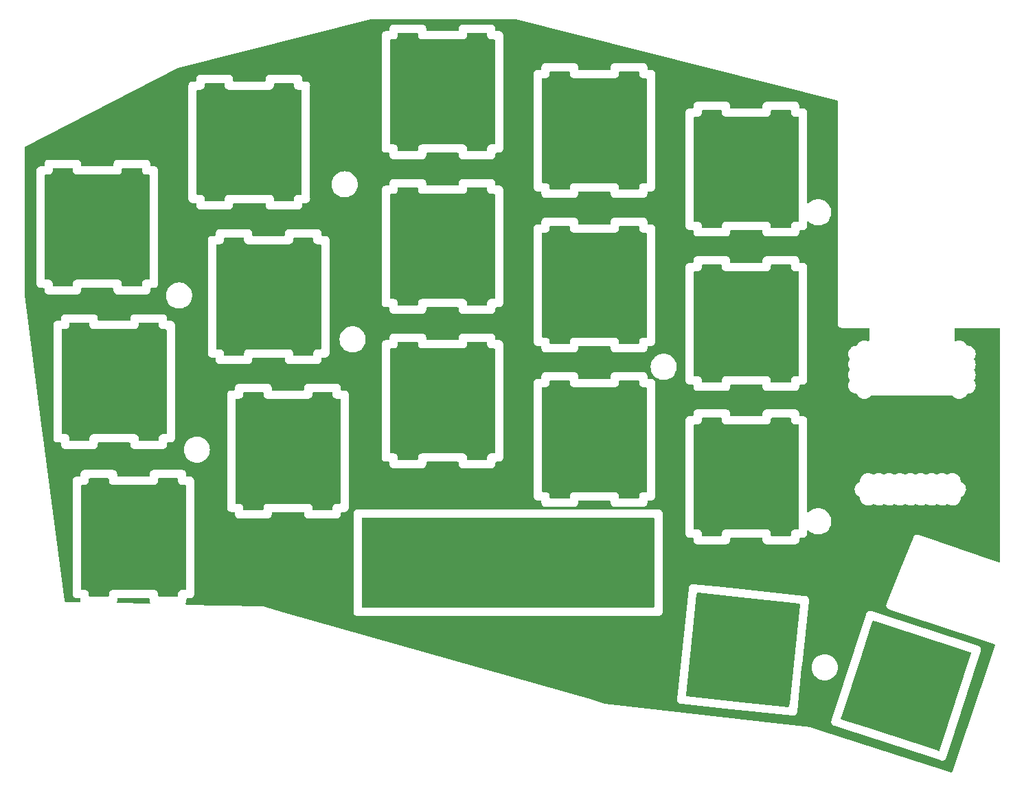
<source format=gbl>
%TF.GenerationSoftware,KiCad,Pcbnew,(6.0.8)*%
%TF.CreationDate,2022-10-28T13:11:56+09:00*%
%TF.ProjectId,selen_plate,73656c65-6e5f-4706-9c61-74652e6b6963,rev?*%
%TF.SameCoordinates,Original*%
%TF.FileFunction,Copper,L2,Bot*%
%TF.FilePolarity,Positive*%
%FSLAX46Y46*%
G04 Gerber Fmt 4.6, Leading zero omitted, Abs format (unit mm)*
G04 Created by KiCad (PCBNEW (6.0.8)) date 2022-10-28 13:11:56*
%MOMM*%
%LPD*%
G01*
G04 APERTURE LIST*
G04 APERTURE END LIST*
%TA.AperFunction,NonConductor*%
G36*
X101693010Y-111951779D02*
G01*
X101739503Y-112005435D01*
X101750889Y-112057777D01*
X101750889Y-112237860D01*
X101750887Y-112238630D01*
X101750413Y-112316204D01*
X101752880Y-112324835D01*
X101758539Y-112344636D01*
X101762117Y-112361398D01*
X101766309Y-112390670D01*
X101770023Y-112398838D01*
X101770023Y-112398839D01*
X101776937Y-112414045D01*
X101783385Y-112431569D01*
X101790440Y-112456254D01*
X101795232Y-112463848D01*
X101795233Y-112463851D01*
X101806219Y-112481263D01*
X101814358Y-112496346D01*
X101826597Y-112523265D01*
X101832458Y-112530067D01*
X101843359Y-112542718D01*
X101854462Y-112557722D01*
X101868165Y-112579441D01*
X101874890Y-112585380D01*
X101874893Y-112585384D01*
X101890327Y-112599015D01*
X101902371Y-112611207D01*
X101915816Y-112626810D01*
X101915819Y-112626812D01*
X101921676Y-112633610D01*
X101929205Y-112638490D01*
X101929206Y-112638491D01*
X101943224Y-112647577D01*
X101958098Y-112658868D01*
X101970606Y-112669914D01*
X101977340Y-112675861D01*
X102004100Y-112688425D01*
X102019080Y-112696746D01*
X102036372Y-112707954D01*
X102036377Y-112707956D01*
X102043904Y-112712835D01*
X102052497Y-112715405D01*
X102052502Y-112715407D01*
X102068509Y-112720194D01*
X102085953Y-112726855D01*
X102101065Y-112733950D01*
X102101067Y-112733951D01*
X102109189Y-112737764D01*
X102118056Y-112739145D01*
X102118057Y-112739145D01*
X102120742Y-112739563D01*
X102138406Y-112742313D01*
X102155121Y-112746096D01*
X102174855Y-112751998D01*
X102174861Y-112751999D01*
X102183455Y-112754569D01*
X102192426Y-112754624D01*
X102192427Y-112754624D01*
X102202486Y-112754685D01*
X102217895Y-112754779D01*
X102218678Y-112754812D01*
X102219775Y-112754983D01*
X102250766Y-112754983D01*
X102251536Y-112754985D01*
X102325174Y-112755435D01*
X102325175Y-112755435D01*
X102329110Y-112755459D01*
X102330454Y-112755075D01*
X102331799Y-112754983D01*
X107279916Y-112754983D01*
X107280687Y-112754985D01*
X107358260Y-112755459D01*
X107386691Y-112747333D01*
X107403454Y-112743755D01*
X107404292Y-112743635D01*
X107432726Y-112739563D01*
X107456103Y-112728934D01*
X107473626Y-112722487D01*
X107498310Y-112715432D01*
X107505904Y-112710640D01*
X107505907Y-112710639D01*
X107523319Y-112699653D01*
X107538404Y-112691513D01*
X107565321Y-112679275D01*
X107584774Y-112662513D01*
X107599778Y-112651410D01*
X107621497Y-112637707D01*
X107627436Y-112630982D01*
X107627440Y-112630979D01*
X107641071Y-112615545D01*
X107653263Y-112603501D01*
X107668866Y-112590056D01*
X107668868Y-112590053D01*
X107675666Y-112584196D01*
X107689633Y-112562648D01*
X107700924Y-112547774D01*
X107711970Y-112535266D01*
X107711971Y-112535265D01*
X107717917Y-112528532D01*
X107730482Y-112501770D01*
X107738802Y-112486792D01*
X107750010Y-112469500D01*
X107750012Y-112469495D01*
X107754891Y-112461968D01*
X107757461Y-112453375D01*
X107757463Y-112453370D01*
X107762250Y-112437363D01*
X107768911Y-112419919D01*
X107776006Y-112404807D01*
X107776007Y-112404805D01*
X107779820Y-112396683D01*
X107784369Y-112367466D01*
X107788152Y-112350751D01*
X107794054Y-112331017D01*
X107794055Y-112331011D01*
X107796625Y-112322417D01*
X107796835Y-112287977D01*
X107796868Y-112287194D01*
X107797039Y-112286097D01*
X107797039Y-112255104D01*
X107797041Y-112254336D01*
X107797491Y-112180698D01*
X107797491Y-112180697D01*
X107797515Y-112176762D01*
X107797131Y-112175418D01*
X107797039Y-112174073D01*
X107797039Y-112057777D01*
X107817041Y-111989656D01*
X107870697Y-111943163D01*
X107923039Y-111931777D01*
X110154085Y-111931777D01*
X110222206Y-111951779D01*
X110268699Y-112005435D01*
X110280085Y-112057777D01*
X110280085Y-112237860D01*
X110280083Y-112238630D01*
X110279609Y-112316204D01*
X110282076Y-112324835D01*
X110287735Y-112344636D01*
X110291313Y-112361398D01*
X110295505Y-112390670D01*
X110299219Y-112398838D01*
X110299219Y-112398839D01*
X110306133Y-112414045D01*
X110312581Y-112431569D01*
X110319636Y-112456254D01*
X110324428Y-112463848D01*
X110324429Y-112463851D01*
X110335415Y-112481263D01*
X110343554Y-112496346D01*
X110355793Y-112523265D01*
X110361654Y-112530067D01*
X110372555Y-112542718D01*
X110383658Y-112557722D01*
X110397361Y-112579441D01*
X110404086Y-112585380D01*
X110404089Y-112585384D01*
X110419523Y-112599015D01*
X110431567Y-112611207D01*
X110445012Y-112626810D01*
X110445015Y-112626812D01*
X110450872Y-112633610D01*
X110458401Y-112638490D01*
X110458402Y-112638491D01*
X110472420Y-112647577D01*
X110487294Y-112658868D01*
X110499802Y-112669914D01*
X110506536Y-112675861D01*
X110533296Y-112688425D01*
X110548276Y-112696746D01*
X110565568Y-112707954D01*
X110565573Y-112707956D01*
X110573100Y-112712835D01*
X110581693Y-112715405D01*
X110581698Y-112715407D01*
X110597705Y-112720194D01*
X110615149Y-112726855D01*
X110630261Y-112733950D01*
X110630263Y-112733951D01*
X110638385Y-112737764D01*
X110647252Y-112739145D01*
X110647253Y-112739145D01*
X110649938Y-112739563D01*
X110667602Y-112742313D01*
X110684317Y-112746096D01*
X110704051Y-112751998D01*
X110704057Y-112751999D01*
X110712651Y-112754569D01*
X110721622Y-112754624D01*
X110721623Y-112754624D01*
X110731682Y-112754685D01*
X110747091Y-112754779D01*
X110747874Y-112754812D01*
X110748971Y-112754983D01*
X110779962Y-112754983D01*
X110780732Y-112754985D01*
X110854370Y-112755435D01*
X110854371Y-112755435D01*
X110858306Y-112755459D01*
X110859650Y-112755075D01*
X110860995Y-112754983D01*
X111125602Y-112754983D01*
X111193723Y-112774985D01*
X111240216Y-112828641D01*
X111251602Y-112880983D01*
X111251606Y-125582189D01*
X111231604Y-125650310D01*
X111177948Y-125696803D01*
X111125606Y-125708189D01*
X110797211Y-125708189D01*
X110796441Y-125708187D01*
X110795625Y-125708182D01*
X110718867Y-125707713D01*
X110696506Y-125714104D01*
X110690435Y-125715839D01*
X110673673Y-125719417D01*
X110644401Y-125723609D01*
X110636233Y-125727323D01*
X110636232Y-125727323D01*
X110621026Y-125734237D01*
X110603502Y-125740685D01*
X110578817Y-125747740D01*
X110571223Y-125752532D01*
X110571220Y-125752533D01*
X110553808Y-125763519D01*
X110538725Y-125771658D01*
X110511806Y-125783897D01*
X110505004Y-125789758D01*
X110492353Y-125800659D01*
X110477349Y-125811762D01*
X110455630Y-125825465D01*
X110449691Y-125832190D01*
X110449687Y-125832193D01*
X110436056Y-125847627D01*
X110423864Y-125859671D01*
X110408261Y-125873116D01*
X110408259Y-125873119D01*
X110401461Y-125878976D01*
X110396581Y-125886505D01*
X110396580Y-125886506D01*
X110387494Y-125900524D01*
X110376203Y-125915398D01*
X110365157Y-125927906D01*
X110359210Y-125934640D01*
X110352900Y-125948080D01*
X110346646Y-125961400D01*
X110338325Y-125976380D01*
X110327117Y-125993672D01*
X110327115Y-125993677D01*
X110322236Y-126001204D01*
X110319666Y-126009797D01*
X110319664Y-126009802D01*
X110314877Y-126025809D01*
X110308216Y-126043253D01*
X110301121Y-126058365D01*
X110297307Y-126066489D01*
X110295926Y-126075356D01*
X110295926Y-126075357D01*
X110292758Y-126095704D01*
X110288975Y-126112421D01*
X110283073Y-126132155D01*
X110283072Y-126132161D01*
X110280502Y-126140755D01*
X110280447Y-126149726D01*
X110280447Y-126149727D01*
X110280292Y-126175186D01*
X110280259Y-126175978D01*
X110280088Y-126177075D01*
X110280088Y-126208066D01*
X110280086Y-126208836D01*
X110279612Y-126286410D01*
X110279996Y-126287754D01*
X110280088Y-126289099D01*
X110280088Y-126384723D01*
X110260086Y-126452844D01*
X110206430Y-126499337D01*
X110154088Y-126510723D01*
X107923043Y-126510723D01*
X107854922Y-126490721D01*
X107808429Y-126437065D01*
X107797043Y-126384723D01*
X107797043Y-126225312D01*
X107797045Y-126224542D01*
X107797343Y-126175791D01*
X107797519Y-126146968D01*
X107789393Y-126118536D01*
X107785815Y-126101774D01*
X107782895Y-126081387D01*
X107781623Y-126072502D01*
X107777687Y-126063844D01*
X107770995Y-126049127D01*
X107764547Y-126031602D01*
X107759959Y-126015551D01*
X107757492Y-126006918D01*
X107752699Y-125999321D01*
X107741713Y-125981909D01*
X107733573Y-125966824D01*
X107731107Y-125961400D01*
X107721335Y-125939907D01*
X107704573Y-125920454D01*
X107693470Y-125905450D01*
X107679767Y-125883731D01*
X107673042Y-125877792D01*
X107673039Y-125877788D01*
X107657605Y-125864157D01*
X107645561Y-125851965D01*
X107632116Y-125836362D01*
X107632113Y-125836360D01*
X107626256Y-125829562D01*
X107612552Y-125820679D01*
X107604708Y-125815595D01*
X107589834Y-125804304D01*
X107577326Y-125793258D01*
X107577325Y-125793257D01*
X107570592Y-125787311D01*
X107543830Y-125774746D01*
X107528852Y-125766426D01*
X107511560Y-125755218D01*
X107511555Y-125755216D01*
X107504028Y-125750337D01*
X107495435Y-125747767D01*
X107495430Y-125747765D01*
X107479423Y-125742978D01*
X107461979Y-125736317D01*
X107446867Y-125729222D01*
X107446865Y-125729221D01*
X107438743Y-125725408D01*
X107429876Y-125724027D01*
X107429875Y-125724027D01*
X107419021Y-125722337D01*
X107409526Y-125720859D01*
X107392811Y-125717076D01*
X107373077Y-125711174D01*
X107373071Y-125711173D01*
X107364477Y-125708603D01*
X107355506Y-125708548D01*
X107355505Y-125708548D01*
X107345446Y-125708487D01*
X107330037Y-125708393D01*
X107329254Y-125708360D01*
X107328157Y-125708189D01*
X107297166Y-125708189D01*
X107296396Y-125708187D01*
X107222758Y-125707737D01*
X107222757Y-125707737D01*
X107218822Y-125707713D01*
X107217478Y-125708097D01*
X107216133Y-125708189D01*
X102268016Y-125708189D01*
X102267246Y-125708187D01*
X102266430Y-125708182D01*
X102189672Y-125707713D01*
X102167311Y-125714104D01*
X102161240Y-125715839D01*
X102144478Y-125719417D01*
X102115206Y-125723609D01*
X102107038Y-125727323D01*
X102107037Y-125727323D01*
X102091831Y-125734237D01*
X102074307Y-125740685D01*
X102049622Y-125747740D01*
X102042028Y-125752532D01*
X102042025Y-125752533D01*
X102024613Y-125763519D01*
X102009530Y-125771658D01*
X101982611Y-125783897D01*
X101975809Y-125789758D01*
X101963158Y-125800659D01*
X101948154Y-125811762D01*
X101926435Y-125825465D01*
X101920496Y-125832190D01*
X101920492Y-125832193D01*
X101906861Y-125847627D01*
X101894669Y-125859671D01*
X101879066Y-125873116D01*
X101879064Y-125873119D01*
X101872266Y-125878976D01*
X101867386Y-125886505D01*
X101867385Y-125886506D01*
X101858299Y-125900524D01*
X101847008Y-125915398D01*
X101835962Y-125927906D01*
X101830015Y-125934640D01*
X101823705Y-125948080D01*
X101817451Y-125961400D01*
X101809130Y-125976380D01*
X101797922Y-125993672D01*
X101797920Y-125993677D01*
X101793041Y-126001204D01*
X101790471Y-126009797D01*
X101790469Y-126009802D01*
X101785682Y-126025809D01*
X101779021Y-126043253D01*
X101771926Y-126058365D01*
X101768112Y-126066489D01*
X101766731Y-126075356D01*
X101766731Y-126075357D01*
X101763563Y-126095704D01*
X101759780Y-126112421D01*
X101753878Y-126132155D01*
X101753877Y-126132161D01*
X101751307Y-126140755D01*
X101751252Y-126149726D01*
X101751252Y-126149727D01*
X101751097Y-126175186D01*
X101751064Y-126175978D01*
X101750893Y-126177075D01*
X101750893Y-126208066D01*
X101750891Y-126208836D01*
X101750417Y-126286410D01*
X101750801Y-126287754D01*
X101750893Y-126289099D01*
X101750893Y-126384723D01*
X101730891Y-126452844D01*
X101677235Y-126499337D01*
X101624893Y-126510723D01*
X99393847Y-126510723D01*
X99325726Y-126490721D01*
X99279233Y-126437065D01*
X99267847Y-126384723D01*
X99267847Y-126225312D01*
X99267849Y-126224542D01*
X99268147Y-126175791D01*
X99268323Y-126146968D01*
X99260197Y-126118536D01*
X99256619Y-126101774D01*
X99253699Y-126081387D01*
X99252427Y-126072502D01*
X99248491Y-126063844D01*
X99241799Y-126049127D01*
X99235351Y-126031602D01*
X99230763Y-126015551D01*
X99228296Y-126006918D01*
X99223503Y-125999321D01*
X99212517Y-125981909D01*
X99204377Y-125966824D01*
X99201911Y-125961400D01*
X99192139Y-125939907D01*
X99175377Y-125920454D01*
X99164274Y-125905450D01*
X99150571Y-125883731D01*
X99143846Y-125877792D01*
X99143843Y-125877788D01*
X99128409Y-125864157D01*
X99116365Y-125851965D01*
X99102920Y-125836362D01*
X99102917Y-125836360D01*
X99097060Y-125829562D01*
X99083356Y-125820679D01*
X99075512Y-125815595D01*
X99060638Y-125804304D01*
X99048130Y-125793258D01*
X99048129Y-125793257D01*
X99041396Y-125787311D01*
X99014634Y-125774746D01*
X98999656Y-125766426D01*
X98982364Y-125755218D01*
X98982359Y-125755216D01*
X98974832Y-125750337D01*
X98966239Y-125747767D01*
X98966234Y-125747765D01*
X98950227Y-125742978D01*
X98932783Y-125736317D01*
X98917671Y-125729222D01*
X98917669Y-125729221D01*
X98909547Y-125725408D01*
X98900680Y-125724027D01*
X98900679Y-125724027D01*
X98889825Y-125722337D01*
X98880330Y-125720859D01*
X98863615Y-125717076D01*
X98843881Y-125711174D01*
X98843875Y-125711173D01*
X98835281Y-125708603D01*
X98826310Y-125708548D01*
X98826309Y-125708548D01*
X98816250Y-125708487D01*
X98800841Y-125708393D01*
X98800058Y-125708360D01*
X98798961Y-125708189D01*
X98767970Y-125708189D01*
X98767200Y-125708187D01*
X98693562Y-125707737D01*
X98693561Y-125707737D01*
X98689626Y-125707713D01*
X98688282Y-125708097D01*
X98686937Y-125708189D01*
X98424395Y-125708189D01*
X98356274Y-125688187D01*
X98309781Y-125634531D01*
X98298395Y-125582189D01*
X98298395Y-112880983D01*
X98318397Y-112812862D01*
X98372053Y-112766369D01*
X98424395Y-112754983D01*
X98750720Y-112754983D01*
X98751491Y-112754985D01*
X98829064Y-112755459D01*
X98857495Y-112747333D01*
X98874258Y-112743755D01*
X98875096Y-112743635D01*
X98903530Y-112739563D01*
X98926907Y-112728934D01*
X98944430Y-112722487D01*
X98969114Y-112715432D01*
X98976708Y-112710640D01*
X98976711Y-112710639D01*
X98994123Y-112699653D01*
X99009208Y-112691513D01*
X99036125Y-112679275D01*
X99055578Y-112662513D01*
X99070582Y-112651410D01*
X99092301Y-112637707D01*
X99098240Y-112630982D01*
X99098244Y-112630979D01*
X99111875Y-112615545D01*
X99124067Y-112603501D01*
X99139670Y-112590056D01*
X99139672Y-112590053D01*
X99146470Y-112584196D01*
X99160437Y-112562648D01*
X99171728Y-112547774D01*
X99182774Y-112535266D01*
X99182775Y-112535265D01*
X99188721Y-112528532D01*
X99201286Y-112501770D01*
X99209606Y-112486792D01*
X99220814Y-112469500D01*
X99220816Y-112469495D01*
X99225695Y-112461968D01*
X99228265Y-112453375D01*
X99228267Y-112453370D01*
X99233054Y-112437363D01*
X99239715Y-112419919D01*
X99246810Y-112404807D01*
X99246811Y-112404805D01*
X99250624Y-112396683D01*
X99255173Y-112367466D01*
X99258956Y-112350751D01*
X99264858Y-112331017D01*
X99264859Y-112331011D01*
X99267429Y-112322417D01*
X99267639Y-112287977D01*
X99267672Y-112287194D01*
X99267843Y-112286097D01*
X99267843Y-112255104D01*
X99267845Y-112254336D01*
X99268295Y-112180698D01*
X99268295Y-112180697D01*
X99268319Y-112176762D01*
X99267935Y-112175418D01*
X99267843Y-112174073D01*
X99267843Y-112057777D01*
X99287845Y-111989656D01*
X99341501Y-111943163D01*
X99393843Y-111931777D01*
X101624889Y-111931777D01*
X101693010Y-111951779D01*
G37*
%TD.AperFunction*%
%TA.AperFunction,NonConductor*%
G36*
X106722164Y-126745191D02*
G01*
X106768657Y-126798847D01*
X106780043Y-126851189D01*
X106780043Y-127010600D01*
X106780041Y-127011370D01*
X106779567Y-127088944D01*
X106782034Y-127097575D01*
X106787693Y-127117376D01*
X106791271Y-127134138D01*
X106795463Y-127163410D01*
X106799177Y-127171578D01*
X106799177Y-127171579D01*
X106806091Y-127186785D01*
X106812539Y-127204310D01*
X106817128Y-127220368D01*
X106817130Y-127220371D01*
X106819594Y-127228994D01*
X106824170Y-127236246D01*
X106833700Y-127306399D01*
X106803706Y-127370749D01*
X106743683Y-127408667D01*
X106706327Y-127413467D01*
X102868278Y-127328178D01*
X102800618Y-127306667D01*
X102755329Y-127251992D01*
X102746789Y-127181511D01*
X102748584Y-127173875D01*
X102750674Y-127169423D01*
X102755223Y-127140206D01*
X102759006Y-127123491D01*
X102764908Y-127103757D01*
X102764909Y-127103751D01*
X102767479Y-127095157D01*
X102767689Y-127060717D01*
X102767722Y-127059934D01*
X102767893Y-127058837D01*
X102767893Y-127027846D01*
X102767895Y-127027076D01*
X102768345Y-126953438D01*
X102768345Y-126953437D01*
X102768369Y-126949502D01*
X102767985Y-126948158D01*
X102767893Y-126946813D01*
X102767893Y-126851189D01*
X102787895Y-126783068D01*
X102841551Y-126736575D01*
X102893893Y-126725189D01*
X106654043Y-126725189D01*
X106722164Y-126745191D01*
G37*
%TD.AperFunction*%
%TA.AperFunction,NonConductor*%
G36*
X139793010Y-57024279D02*
G01*
X139839503Y-57077935D01*
X139850889Y-57130277D01*
X139850889Y-57310360D01*
X139850887Y-57311130D01*
X139850413Y-57388704D01*
X139852880Y-57397335D01*
X139858539Y-57417136D01*
X139862117Y-57433898D01*
X139866309Y-57463170D01*
X139870023Y-57471338D01*
X139870023Y-57471339D01*
X139876937Y-57486545D01*
X139883385Y-57504069D01*
X139890440Y-57528754D01*
X139895232Y-57536348D01*
X139895233Y-57536351D01*
X139906219Y-57553763D01*
X139914358Y-57568846D01*
X139926597Y-57595765D01*
X139932458Y-57602567D01*
X139943359Y-57615218D01*
X139954462Y-57630222D01*
X139968165Y-57651941D01*
X139974890Y-57657880D01*
X139974893Y-57657884D01*
X139990327Y-57671515D01*
X140002371Y-57683707D01*
X140015816Y-57699310D01*
X140015819Y-57699312D01*
X140021676Y-57706110D01*
X140029205Y-57710990D01*
X140029206Y-57710991D01*
X140043224Y-57720077D01*
X140058098Y-57731368D01*
X140070606Y-57742414D01*
X140077340Y-57748361D01*
X140104100Y-57760925D01*
X140119080Y-57769246D01*
X140136372Y-57780454D01*
X140136377Y-57780456D01*
X140143904Y-57785335D01*
X140152497Y-57787905D01*
X140152502Y-57787907D01*
X140168509Y-57792694D01*
X140185953Y-57799355D01*
X140201065Y-57806450D01*
X140201067Y-57806451D01*
X140209189Y-57810264D01*
X140218056Y-57811645D01*
X140218057Y-57811645D01*
X140220742Y-57812063D01*
X140238406Y-57814813D01*
X140255121Y-57818596D01*
X140274855Y-57824498D01*
X140274861Y-57824499D01*
X140283455Y-57827069D01*
X140292426Y-57827124D01*
X140292427Y-57827124D01*
X140302486Y-57827185D01*
X140317895Y-57827279D01*
X140318678Y-57827312D01*
X140319775Y-57827483D01*
X140350766Y-57827483D01*
X140351536Y-57827485D01*
X140425174Y-57827935D01*
X140425175Y-57827935D01*
X140429110Y-57827959D01*
X140430454Y-57827575D01*
X140431799Y-57827483D01*
X145379916Y-57827483D01*
X145380687Y-57827485D01*
X145458260Y-57827959D01*
X145486691Y-57819833D01*
X145503454Y-57816255D01*
X145504292Y-57816135D01*
X145532726Y-57812063D01*
X145556103Y-57801434D01*
X145573626Y-57794987D01*
X145598310Y-57787932D01*
X145605904Y-57783140D01*
X145605907Y-57783139D01*
X145623319Y-57772153D01*
X145638404Y-57764013D01*
X145665321Y-57751775D01*
X145684774Y-57735013D01*
X145699778Y-57723910D01*
X145721497Y-57710207D01*
X145727436Y-57703482D01*
X145727440Y-57703479D01*
X145741071Y-57688045D01*
X145753263Y-57676001D01*
X145768866Y-57662556D01*
X145768868Y-57662553D01*
X145775666Y-57656696D01*
X145789633Y-57635148D01*
X145800924Y-57620274D01*
X145811970Y-57607766D01*
X145811971Y-57607765D01*
X145817917Y-57601032D01*
X145830482Y-57574270D01*
X145838802Y-57559292D01*
X145850010Y-57542000D01*
X145850012Y-57541995D01*
X145854891Y-57534468D01*
X145857461Y-57525875D01*
X145857463Y-57525870D01*
X145862250Y-57509863D01*
X145868911Y-57492419D01*
X145876006Y-57477307D01*
X145876007Y-57477305D01*
X145879820Y-57469183D01*
X145884369Y-57439966D01*
X145888152Y-57423251D01*
X145894054Y-57403517D01*
X145894055Y-57403511D01*
X145896625Y-57394917D01*
X145896835Y-57360477D01*
X145896868Y-57359694D01*
X145897039Y-57358597D01*
X145897039Y-57327604D01*
X145897041Y-57326836D01*
X145897491Y-57253198D01*
X145897491Y-57253197D01*
X145897515Y-57249262D01*
X145897131Y-57247918D01*
X145897039Y-57246573D01*
X145897039Y-57130277D01*
X145917041Y-57062156D01*
X145970697Y-57015663D01*
X146023039Y-57004277D01*
X148254085Y-57004277D01*
X148322206Y-57024279D01*
X148368699Y-57077935D01*
X148380085Y-57130277D01*
X148380085Y-57310360D01*
X148380083Y-57311130D01*
X148379609Y-57388704D01*
X148382076Y-57397335D01*
X148387735Y-57417136D01*
X148391313Y-57433898D01*
X148395505Y-57463170D01*
X148399219Y-57471338D01*
X148399219Y-57471339D01*
X148406133Y-57486545D01*
X148412581Y-57504069D01*
X148419636Y-57528754D01*
X148424428Y-57536348D01*
X148424429Y-57536351D01*
X148435415Y-57553763D01*
X148443554Y-57568846D01*
X148455793Y-57595765D01*
X148461654Y-57602567D01*
X148472555Y-57615218D01*
X148483658Y-57630222D01*
X148497361Y-57651941D01*
X148504086Y-57657880D01*
X148504089Y-57657884D01*
X148519523Y-57671515D01*
X148531567Y-57683707D01*
X148545012Y-57699310D01*
X148545015Y-57699312D01*
X148550872Y-57706110D01*
X148558401Y-57710990D01*
X148558402Y-57710991D01*
X148572420Y-57720077D01*
X148587294Y-57731368D01*
X148599802Y-57742414D01*
X148606536Y-57748361D01*
X148633296Y-57760925D01*
X148648276Y-57769246D01*
X148665568Y-57780454D01*
X148665573Y-57780456D01*
X148673100Y-57785335D01*
X148681693Y-57787905D01*
X148681698Y-57787907D01*
X148697705Y-57792694D01*
X148715149Y-57799355D01*
X148730261Y-57806450D01*
X148730263Y-57806451D01*
X148738385Y-57810264D01*
X148747252Y-57811645D01*
X148747253Y-57811645D01*
X148749938Y-57812063D01*
X148767602Y-57814813D01*
X148784317Y-57818596D01*
X148804051Y-57824498D01*
X148804057Y-57824499D01*
X148812651Y-57827069D01*
X148821622Y-57827124D01*
X148821623Y-57827124D01*
X148831682Y-57827185D01*
X148847091Y-57827279D01*
X148847874Y-57827312D01*
X148848971Y-57827483D01*
X148879962Y-57827483D01*
X148880732Y-57827485D01*
X148954370Y-57827935D01*
X148954371Y-57827935D01*
X148958306Y-57827959D01*
X148959650Y-57827575D01*
X148960995Y-57827483D01*
X149225602Y-57827483D01*
X149293723Y-57847485D01*
X149340216Y-57901141D01*
X149351602Y-57953483D01*
X149351604Y-62752812D01*
X149351605Y-65922624D01*
X149351606Y-70654689D01*
X149331604Y-70722810D01*
X149277948Y-70769303D01*
X149225606Y-70780689D01*
X148897211Y-70780689D01*
X148896441Y-70780687D01*
X148895625Y-70780682D01*
X148818867Y-70780213D01*
X148803385Y-70784638D01*
X148790435Y-70788339D01*
X148773673Y-70791917D01*
X148744401Y-70796109D01*
X148736233Y-70799823D01*
X148736232Y-70799823D01*
X148721026Y-70806737D01*
X148703502Y-70813185D01*
X148678817Y-70820240D01*
X148671223Y-70825032D01*
X148671220Y-70825033D01*
X148653808Y-70836019D01*
X148638725Y-70844158D01*
X148611806Y-70856397D01*
X148605004Y-70862258D01*
X148592353Y-70873159D01*
X148577349Y-70884262D01*
X148555630Y-70897965D01*
X148549691Y-70904690D01*
X148549687Y-70904693D01*
X148536056Y-70920127D01*
X148523864Y-70932171D01*
X148508261Y-70945616D01*
X148508259Y-70945619D01*
X148501461Y-70951476D01*
X148496581Y-70959005D01*
X148496580Y-70959006D01*
X148487494Y-70973024D01*
X148476203Y-70987898D01*
X148465157Y-71000406D01*
X148459210Y-71007140D01*
X148452900Y-71020580D01*
X148446646Y-71033900D01*
X148438325Y-71048880D01*
X148427117Y-71066172D01*
X148427115Y-71066177D01*
X148422236Y-71073704D01*
X148419666Y-71082297D01*
X148419664Y-71082302D01*
X148414877Y-71098309D01*
X148408216Y-71115753D01*
X148405201Y-71122175D01*
X148397307Y-71138989D01*
X148395926Y-71147856D01*
X148395926Y-71147857D01*
X148392758Y-71168204D01*
X148388975Y-71184921D01*
X148383073Y-71204655D01*
X148383072Y-71204661D01*
X148380502Y-71213255D01*
X148380447Y-71222226D01*
X148380447Y-71222227D01*
X148380292Y-71247686D01*
X148380259Y-71248478D01*
X148380088Y-71249575D01*
X148380088Y-71280566D01*
X148380086Y-71281336D01*
X148379612Y-71358910D01*
X148379996Y-71360254D01*
X148380088Y-71361599D01*
X148380088Y-71457223D01*
X148360086Y-71525344D01*
X148306430Y-71571837D01*
X148254088Y-71583223D01*
X146023043Y-71583223D01*
X145954922Y-71563221D01*
X145908429Y-71509565D01*
X145897043Y-71457223D01*
X145897043Y-71297812D01*
X145897045Y-71297042D01*
X145897343Y-71248291D01*
X145897519Y-71219468D01*
X145889393Y-71191036D01*
X145885815Y-71174274D01*
X145884631Y-71166005D01*
X145881623Y-71145002D01*
X145870994Y-71121625D01*
X145864547Y-71104102D01*
X145859959Y-71088051D01*
X145857492Y-71079418D01*
X145852699Y-71071821D01*
X145841713Y-71054409D01*
X145833573Y-71039324D01*
X145831107Y-71033900D01*
X145821335Y-71012407D01*
X145804573Y-70992954D01*
X145793470Y-70977950D01*
X145779767Y-70956231D01*
X145773042Y-70950292D01*
X145773039Y-70950288D01*
X145757605Y-70936657D01*
X145745561Y-70924465D01*
X145732116Y-70908862D01*
X145732113Y-70908860D01*
X145726256Y-70902062D01*
X145717628Y-70896469D01*
X145704708Y-70888095D01*
X145689834Y-70876804D01*
X145677326Y-70865758D01*
X145677325Y-70865757D01*
X145670592Y-70859811D01*
X145643830Y-70847246D01*
X145628852Y-70838926D01*
X145611560Y-70827718D01*
X145611555Y-70827716D01*
X145604028Y-70822837D01*
X145595435Y-70820267D01*
X145595430Y-70820265D01*
X145579423Y-70815478D01*
X145561979Y-70808817D01*
X145546867Y-70801722D01*
X145546865Y-70801721D01*
X145538743Y-70797908D01*
X145529876Y-70796527D01*
X145529875Y-70796527D01*
X145519021Y-70794837D01*
X145509526Y-70793359D01*
X145492811Y-70789576D01*
X145473077Y-70783674D01*
X145473071Y-70783673D01*
X145464477Y-70781103D01*
X145455506Y-70781048D01*
X145455505Y-70781048D01*
X145445446Y-70780987D01*
X145430037Y-70780893D01*
X145429254Y-70780860D01*
X145428157Y-70780689D01*
X145397166Y-70780689D01*
X145396396Y-70780687D01*
X145322758Y-70780237D01*
X145322757Y-70780237D01*
X145318822Y-70780213D01*
X145317478Y-70780597D01*
X145316133Y-70780689D01*
X140368016Y-70780689D01*
X140367246Y-70780687D01*
X140366430Y-70780682D01*
X140289672Y-70780213D01*
X140274190Y-70784638D01*
X140261240Y-70788339D01*
X140244478Y-70791917D01*
X140215206Y-70796109D01*
X140207038Y-70799823D01*
X140207037Y-70799823D01*
X140191831Y-70806737D01*
X140174307Y-70813185D01*
X140149622Y-70820240D01*
X140142028Y-70825032D01*
X140142025Y-70825033D01*
X140124613Y-70836019D01*
X140109530Y-70844158D01*
X140082611Y-70856397D01*
X140075809Y-70862258D01*
X140063158Y-70873159D01*
X140048154Y-70884262D01*
X140026435Y-70897965D01*
X140020496Y-70904690D01*
X140020492Y-70904693D01*
X140006861Y-70920127D01*
X139994669Y-70932171D01*
X139979066Y-70945616D01*
X139979064Y-70945619D01*
X139972266Y-70951476D01*
X139967386Y-70959005D01*
X139967385Y-70959006D01*
X139958299Y-70973024D01*
X139947008Y-70987898D01*
X139935962Y-71000406D01*
X139930015Y-71007140D01*
X139923705Y-71020580D01*
X139917451Y-71033900D01*
X139909130Y-71048880D01*
X139897922Y-71066172D01*
X139897920Y-71066177D01*
X139893041Y-71073704D01*
X139890471Y-71082297D01*
X139890469Y-71082302D01*
X139885682Y-71098309D01*
X139879021Y-71115753D01*
X139876006Y-71122175D01*
X139868112Y-71138989D01*
X139866731Y-71147856D01*
X139866731Y-71147857D01*
X139863563Y-71168204D01*
X139859780Y-71184921D01*
X139853878Y-71204655D01*
X139853877Y-71204661D01*
X139851307Y-71213255D01*
X139851252Y-71222226D01*
X139851252Y-71222227D01*
X139851097Y-71247686D01*
X139851064Y-71248478D01*
X139850893Y-71249575D01*
X139850893Y-71280566D01*
X139850891Y-71281336D01*
X139850417Y-71358910D01*
X139850801Y-71360254D01*
X139850893Y-71361599D01*
X139850893Y-71457223D01*
X139830891Y-71525344D01*
X139777235Y-71571837D01*
X139724893Y-71583223D01*
X137493847Y-71583223D01*
X137425726Y-71563221D01*
X137379233Y-71509565D01*
X137367847Y-71457223D01*
X137367847Y-71297812D01*
X137367849Y-71297042D01*
X137368147Y-71248291D01*
X137368323Y-71219468D01*
X137360197Y-71191036D01*
X137356619Y-71174274D01*
X137355435Y-71166005D01*
X137352427Y-71145002D01*
X137341798Y-71121625D01*
X137335351Y-71104102D01*
X137330763Y-71088051D01*
X137328296Y-71079418D01*
X137323503Y-71071821D01*
X137312517Y-71054409D01*
X137304377Y-71039324D01*
X137301911Y-71033900D01*
X137292139Y-71012407D01*
X137275377Y-70992954D01*
X137264274Y-70977950D01*
X137250571Y-70956231D01*
X137243846Y-70950292D01*
X137243843Y-70950288D01*
X137228409Y-70936657D01*
X137216365Y-70924465D01*
X137202920Y-70908862D01*
X137202917Y-70908860D01*
X137197060Y-70902062D01*
X137188432Y-70896469D01*
X137175512Y-70888095D01*
X137160638Y-70876804D01*
X137148130Y-70865758D01*
X137148129Y-70865757D01*
X137141396Y-70859811D01*
X137114634Y-70847246D01*
X137099656Y-70838926D01*
X137082364Y-70827718D01*
X137082359Y-70827716D01*
X137074832Y-70822837D01*
X137066239Y-70820267D01*
X137066234Y-70820265D01*
X137050227Y-70815478D01*
X137032783Y-70808817D01*
X137017671Y-70801722D01*
X137017669Y-70801721D01*
X137009547Y-70797908D01*
X137000680Y-70796527D01*
X137000679Y-70796527D01*
X136989825Y-70794837D01*
X136980330Y-70793359D01*
X136963615Y-70789576D01*
X136943881Y-70783674D01*
X136943875Y-70783673D01*
X136935281Y-70781103D01*
X136926310Y-70781048D01*
X136926309Y-70781048D01*
X136916250Y-70780987D01*
X136900841Y-70780893D01*
X136900058Y-70780860D01*
X136898961Y-70780689D01*
X136867970Y-70780689D01*
X136867200Y-70780687D01*
X136793562Y-70780237D01*
X136793561Y-70780237D01*
X136789626Y-70780213D01*
X136788282Y-70780597D01*
X136786937Y-70780689D01*
X136524395Y-70780689D01*
X136456274Y-70760687D01*
X136409781Y-70707031D01*
X136398395Y-70654689D01*
X136398395Y-57953483D01*
X136418397Y-57885362D01*
X136472053Y-57838869D01*
X136524395Y-57827483D01*
X136850720Y-57827483D01*
X136851491Y-57827485D01*
X136929064Y-57827959D01*
X136957495Y-57819833D01*
X136974258Y-57816255D01*
X136975096Y-57816135D01*
X137003530Y-57812063D01*
X137026907Y-57801434D01*
X137044430Y-57794987D01*
X137069114Y-57787932D01*
X137076708Y-57783140D01*
X137076711Y-57783139D01*
X137094123Y-57772153D01*
X137109208Y-57764013D01*
X137136125Y-57751775D01*
X137155578Y-57735013D01*
X137170582Y-57723910D01*
X137192301Y-57710207D01*
X137198240Y-57703482D01*
X137198244Y-57703479D01*
X137211875Y-57688045D01*
X137224067Y-57676001D01*
X137239670Y-57662556D01*
X137239672Y-57662553D01*
X137246470Y-57656696D01*
X137260437Y-57635148D01*
X137271728Y-57620274D01*
X137282774Y-57607766D01*
X137282775Y-57607765D01*
X137288721Y-57601032D01*
X137301286Y-57574270D01*
X137309606Y-57559292D01*
X137320814Y-57542000D01*
X137320816Y-57541995D01*
X137325695Y-57534468D01*
X137328265Y-57525875D01*
X137328267Y-57525870D01*
X137333054Y-57509863D01*
X137339715Y-57492419D01*
X137346810Y-57477307D01*
X137346811Y-57477305D01*
X137350624Y-57469183D01*
X137355173Y-57439966D01*
X137358956Y-57423251D01*
X137364858Y-57403517D01*
X137364859Y-57403511D01*
X137367429Y-57394917D01*
X137367639Y-57360477D01*
X137367672Y-57359694D01*
X137367843Y-57358597D01*
X137367843Y-57327604D01*
X137367845Y-57326836D01*
X137368295Y-57253198D01*
X137368295Y-57253197D01*
X137368319Y-57249262D01*
X137367935Y-57247918D01*
X137367843Y-57246573D01*
X137367843Y-57130277D01*
X137387845Y-57062156D01*
X137441501Y-57015663D01*
X137493843Y-57004277D01*
X139724889Y-57004277D01*
X139793010Y-57024279D01*
G37*
%TD.AperFunction*%
%TA.AperFunction,NonConductor*%
G36*
X158525510Y-61786779D02*
G01*
X158572003Y-61840435D01*
X158583389Y-61892777D01*
X158583389Y-62072860D01*
X158583387Y-62073630D01*
X158582913Y-62151204D01*
X158585380Y-62159835D01*
X158591039Y-62179636D01*
X158594617Y-62196398D01*
X158598809Y-62225670D01*
X158602523Y-62233838D01*
X158602523Y-62233839D01*
X158609437Y-62249045D01*
X158615885Y-62266569D01*
X158622940Y-62291254D01*
X158627732Y-62298848D01*
X158627733Y-62298851D01*
X158638719Y-62316263D01*
X158646858Y-62331346D01*
X158659097Y-62358265D01*
X158664958Y-62365067D01*
X158675859Y-62377718D01*
X158686962Y-62392722D01*
X158700665Y-62414441D01*
X158707390Y-62420380D01*
X158707393Y-62420384D01*
X158722827Y-62434015D01*
X158734871Y-62446207D01*
X158748316Y-62461810D01*
X158748319Y-62461812D01*
X158754176Y-62468610D01*
X158761705Y-62473490D01*
X158761706Y-62473491D01*
X158775724Y-62482577D01*
X158790598Y-62493868D01*
X158803106Y-62504914D01*
X158809840Y-62510861D01*
X158836600Y-62523425D01*
X158851580Y-62531746D01*
X158868872Y-62542954D01*
X158868877Y-62542956D01*
X158876404Y-62547835D01*
X158884997Y-62550405D01*
X158885002Y-62550407D01*
X158901009Y-62555194D01*
X158918453Y-62561855D01*
X158933565Y-62568950D01*
X158933567Y-62568951D01*
X158941689Y-62572764D01*
X158950556Y-62574145D01*
X158950557Y-62574145D01*
X158953242Y-62574563D01*
X158970906Y-62577313D01*
X158987621Y-62581096D01*
X159007355Y-62586998D01*
X159007361Y-62586999D01*
X159015955Y-62589569D01*
X159024926Y-62589624D01*
X159024927Y-62589624D01*
X159034986Y-62589685D01*
X159050395Y-62589779D01*
X159051178Y-62589812D01*
X159052275Y-62589983D01*
X159083266Y-62589983D01*
X159084036Y-62589985D01*
X159157674Y-62590435D01*
X159157675Y-62590435D01*
X159161610Y-62590459D01*
X159162954Y-62590075D01*
X159164299Y-62589983D01*
X164112416Y-62589983D01*
X164113187Y-62589985D01*
X164190760Y-62590459D01*
X164219191Y-62582333D01*
X164235954Y-62578755D01*
X164236792Y-62578635D01*
X164265226Y-62574563D01*
X164288603Y-62563934D01*
X164306126Y-62557487D01*
X164330810Y-62550432D01*
X164338404Y-62545640D01*
X164338407Y-62545639D01*
X164355819Y-62534653D01*
X164370904Y-62526513D01*
X164397821Y-62514275D01*
X164417274Y-62497513D01*
X164432278Y-62486410D01*
X164453997Y-62472707D01*
X164459936Y-62465982D01*
X164459940Y-62465979D01*
X164473571Y-62450545D01*
X164485763Y-62438501D01*
X164501366Y-62425056D01*
X164501368Y-62425053D01*
X164508166Y-62419196D01*
X164522133Y-62397648D01*
X164533424Y-62382774D01*
X164544470Y-62370266D01*
X164544471Y-62370265D01*
X164550417Y-62363532D01*
X164562982Y-62336770D01*
X164571302Y-62321792D01*
X164582510Y-62304500D01*
X164582512Y-62304495D01*
X164587391Y-62296968D01*
X164589961Y-62288375D01*
X164589963Y-62288370D01*
X164594750Y-62272363D01*
X164601411Y-62254919D01*
X164608506Y-62239807D01*
X164608507Y-62239805D01*
X164612320Y-62231683D01*
X164614439Y-62218078D01*
X164616869Y-62202468D01*
X164620652Y-62185751D01*
X164626554Y-62166017D01*
X164626555Y-62166011D01*
X164629125Y-62157417D01*
X164629335Y-62122977D01*
X164629368Y-62122194D01*
X164629539Y-62121097D01*
X164629539Y-62090104D01*
X164629541Y-62089336D01*
X164629991Y-62015698D01*
X164629991Y-62015697D01*
X164630015Y-62011762D01*
X164629631Y-62010418D01*
X164629539Y-62009073D01*
X164629539Y-61892777D01*
X164649541Y-61824656D01*
X164703197Y-61778163D01*
X164755539Y-61766777D01*
X166986585Y-61766777D01*
X167054706Y-61786779D01*
X167101199Y-61840435D01*
X167112585Y-61892777D01*
X167112585Y-62072860D01*
X167112583Y-62073630D01*
X167112109Y-62151204D01*
X167114576Y-62159835D01*
X167120235Y-62179636D01*
X167123813Y-62196398D01*
X167128005Y-62225670D01*
X167131719Y-62233838D01*
X167131719Y-62233839D01*
X167138633Y-62249045D01*
X167145081Y-62266569D01*
X167152136Y-62291254D01*
X167156928Y-62298848D01*
X167156929Y-62298851D01*
X167167915Y-62316263D01*
X167176054Y-62331346D01*
X167188293Y-62358265D01*
X167194154Y-62365067D01*
X167205055Y-62377718D01*
X167216158Y-62392722D01*
X167229861Y-62414441D01*
X167236586Y-62420380D01*
X167236589Y-62420384D01*
X167252023Y-62434015D01*
X167264067Y-62446207D01*
X167277512Y-62461810D01*
X167277515Y-62461812D01*
X167283372Y-62468610D01*
X167290901Y-62473490D01*
X167290902Y-62473491D01*
X167304920Y-62482577D01*
X167319794Y-62493868D01*
X167332302Y-62504914D01*
X167339036Y-62510861D01*
X167365796Y-62523425D01*
X167380776Y-62531746D01*
X167398068Y-62542954D01*
X167398073Y-62542956D01*
X167405600Y-62547835D01*
X167414193Y-62550405D01*
X167414198Y-62550407D01*
X167430205Y-62555194D01*
X167447649Y-62561855D01*
X167462761Y-62568950D01*
X167462763Y-62568951D01*
X167470885Y-62572764D01*
X167479752Y-62574145D01*
X167479753Y-62574145D01*
X167482438Y-62574563D01*
X167500102Y-62577313D01*
X167516817Y-62581096D01*
X167536551Y-62586998D01*
X167536557Y-62586999D01*
X167545151Y-62589569D01*
X167554122Y-62589624D01*
X167554123Y-62589624D01*
X167564182Y-62589685D01*
X167579591Y-62589779D01*
X167580374Y-62589812D01*
X167581471Y-62589983D01*
X167612462Y-62589983D01*
X167613232Y-62589985D01*
X167686870Y-62590435D01*
X167686871Y-62590435D01*
X167690806Y-62590459D01*
X167692150Y-62590075D01*
X167693495Y-62589983D01*
X167958102Y-62589983D01*
X168026223Y-62609985D01*
X168072716Y-62663641D01*
X168084102Y-62715983D01*
X168084104Y-69066584D01*
X168084106Y-73921948D01*
X168084106Y-75417189D01*
X168064104Y-75485310D01*
X168010448Y-75531803D01*
X167958106Y-75543189D01*
X167629711Y-75543189D01*
X167628941Y-75543187D01*
X167628125Y-75543182D01*
X167551367Y-75542713D01*
X167529006Y-75549104D01*
X167522935Y-75550839D01*
X167506173Y-75554417D01*
X167476901Y-75558609D01*
X167468733Y-75562323D01*
X167468732Y-75562323D01*
X167453526Y-75569237D01*
X167436002Y-75575685D01*
X167411317Y-75582740D01*
X167403723Y-75587532D01*
X167403720Y-75587533D01*
X167386308Y-75598519D01*
X167371225Y-75606658D01*
X167344306Y-75618897D01*
X167337504Y-75624758D01*
X167324853Y-75635659D01*
X167309849Y-75646762D01*
X167288130Y-75660465D01*
X167282191Y-75667190D01*
X167282187Y-75667193D01*
X167268556Y-75682627D01*
X167256364Y-75694671D01*
X167240761Y-75708116D01*
X167240759Y-75708119D01*
X167233961Y-75713976D01*
X167229081Y-75721505D01*
X167229080Y-75721506D01*
X167219994Y-75735524D01*
X167208703Y-75750398D01*
X167197657Y-75762906D01*
X167191710Y-75769640D01*
X167179146Y-75796400D01*
X167170825Y-75811380D01*
X167159617Y-75828672D01*
X167159615Y-75828677D01*
X167154736Y-75836204D01*
X167152166Y-75844797D01*
X167152164Y-75844802D01*
X167147377Y-75860809D01*
X167140716Y-75878253D01*
X167133621Y-75893365D01*
X167129807Y-75901489D01*
X167128426Y-75910356D01*
X167128426Y-75910357D01*
X167125258Y-75930704D01*
X167121475Y-75947421D01*
X167115573Y-75967155D01*
X167115572Y-75967161D01*
X167113002Y-75975755D01*
X167112947Y-75984726D01*
X167112947Y-75984727D01*
X167112792Y-76010186D01*
X167112759Y-76010978D01*
X167112588Y-76012075D01*
X167112588Y-76043066D01*
X167112586Y-76043836D01*
X167112169Y-76112156D01*
X167112112Y-76121410D01*
X167112496Y-76122754D01*
X167112588Y-76124099D01*
X167112588Y-76219723D01*
X167092586Y-76287844D01*
X167038930Y-76334337D01*
X166986588Y-76345723D01*
X164755543Y-76345723D01*
X164687422Y-76325721D01*
X164640929Y-76272065D01*
X164629543Y-76219723D01*
X164629543Y-76060312D01*
X164629545Y-76059542D01*
X164629725Y-76030082D01*
X164630019Y-75981968D01*
X164621893Y-75953536D01*
X164618315Y-75936774D01*
X164614123Y-75907502D01*
X164608563Y-75895272D01*
X164603495Y-75884127D01*
X164597047Y-75866602D01*
X164595867Y-75862474D01*
X164589992Y-75841918D01*
X164585199Y-75834321D01*
X164574213Y-75816909D01*
X164566073Y-75801824D01*
X164563607Y-75796400D01*
X164553835Y-75774907D01*
X164537073Y-75755454D01*
X164525970Y-75740450D01*
X164512267Y-75718731D01*
X164505542Y-75712792D01*
X164505539Y-75712788D01*
X164490105Y-75699157D01*
X164478061Y-75686965D01*
X164464616Y-75671362D01*
X164464613Y-75671360D01*
X164458756Y-75664562D01*
X164445052Y-75655679D01*
X164437208Y-75650595D01*
X164422334Y-75639304D01*
X164409826Y-75628258D01*
X164409825Y-75628257D01*
X164403092Y-75622311D01*
X164376330Y-75609746D01*
X164361352Y-75601426D01*
X164344060Y-75590218D01*
X164344055Y-75590216D01*
X164336528Y-75585337D01*
X164327935Y-75582767D01*
X164327930Y-75582765D01*
X164311923Y-75577978D01*
X164294479Y-75571317D01*
X164279367Y-75564222D01*
X164279365Y-75564221D01*
X164271243Y-75560408D01*
X164262376Y-75559027D01*
X164262375Y-75559027D01*
X164251521Y-75557337D01*
X164242026Y-75555859D01*
X164225311Y-75552076D01*
X164205577Y-75546174D01*
X164205571Y-75546173D01*
X164196977Y-75543603D01*
X164188006Y-75543548D01*
X164188005Y-75543548D01*
X164177946Y-75543487D01*
X164162537Y-75543393D01*
X164161754Y-75543360D01*
X164160657Y-75543189D01*
X164129666Y-75543189D01*
X164128896Y-75543187D01*
X164055258Y-75542737D01*
X164055257Y-75542737D01*
X164051322Y-75542713D01*
X164049978Y-75543097D01*
X164048633Y-75543189D01*
X159100516Y-75543189D01*
X159099746Y-75543187D01*
X159098930Y-75543182D01*
X159022172Y-75542713D01*
X158999811Y-75549104D01*
X158993740Y-75550839D01*
X158976978Y-75554417D01*
X158947706Y-75558609D01*
X158939538Y-75562323D01*
X158939537Y-75562323D01*
X158924331Y-75569237D01*
X158906807Y-75575685D01*
X158882122Y-75582740D01*
X158874528Y-75587532D01*
X158874525Y-75587533D01*
X158857113Y-75598519D01*
X158842030Y-75606658D01*
X158815111Y-75618897D01*
X158808309Y-75624758D01*
X158795658Y-75635659D01*
X158780654Y-75646762D01*
X158758935Y-75660465D01*
X158752996Y-75667190D01*
X158752992Y-75667193D01*
X158739361Y-75682627D01*
X158727169Y-75694671D01*
X158711566Y-75708116D01*
X158711564Y-75708119D01*
X158704766Y-75713976D01*
X158699886Y-75721505D01*
X158699885Y-75721506D01*
X158690799Y-75735524D01*
X158679508Y-75750398D01*
X158668462Y-75762906D01*
X158662515Y-75769640D01*
X158649951Y-75796400D01*
X158641630Y-75811380D01*
X158630422Y-75828672D01*
X158630420Y-75828677D01*
X158625541Y-75836204D01*
X158622971Y-75844797D01*
X158622969Y-75844802D01*
X158618182Y-75860809D01*
X158611521Y-75878253D01*
X158604426Y-75893365D01*
X158600612Y-75901489D01*
X158599231Y-75910356D01*
X158599231Y-75910357D01*
X158596063Y-75930704D01*
X158592280Y-75947421D01*
X158586378Y-75967155D01*
X158586377Y-75967161D01*
X158583807Y-75975755D01*
X158583752Y-75984726D01*
X158583752Y-75984727D01*
X158583597Y-76010186D01*
X158583564Y-76010978D01*
X158583393Y-76012075D01*
X158583393Y-76043066D01*
X158583391Y-76043836D01*
X158582974Y-76112156D01*
X158582917Y-76121410D01*
X158583301Y-76122754D01*
X158583393Y-76124099D01*
X158583393Y-76219723D01*
X158563391Y-76287844D01*
X158509735Y-76334337D01*
X158457393Y-76345723D01*
X156226347Y-76345723D01*
X156158226Y-76325721D01*
X156111733Y-76272065D01*
X156100347Y-76219723D01*
X156100347Y-76060312D01*
X156100349Y-76059542D01*
X156100529Y-76030082D01*
X156100823Y-75981968D01*
X156092697Y-75953536D01*
X156089119Y-75936774D01*
X156084927Y-75907502D01*
X156079367Y-75895272D01*
X156074299Y-75884127D01*
X156067851Y-75866602D01*
X156066671Y-75862474D01*
X156060796Y-75841918D01*
X156056003Y-75834321D01*
X156045017Y-75816909D01*
X156036877Y-75801824D01*
X156034411Y-75796400D01*
X156024639Y-75774907D01*
X156007877Y-75755454D01*
X155996774Y-75740450D01*
X155983071Y-75718731D01*
X155976346Y-75712792D01*
X155976343Y-75712788D01*
X155960909Y-75699157D01*
X155948865Y-75686965D01*
X155935420Y-75671362D01*
X155935417Y-75671360D01*
X155929560Y-75664562D01*
X155915856Y-75655679D01*
X155908012Y-75650595D01*
X155893138Y-75639304D01*
X155880630Y-75628258D01*
X155880629Y-75628257D01*
X155873896Y-75622311D01*
X155847134Y-75609746D01*
X155832156Y-75601426D01*
X155814864Y-75590218D01*
X155814859Y-75590216D01*
X155807332Y-75585337D01*
X155798739Y-75582767D01*
X155798734Y-75582765D01*
X155782727Y-75577978D01*
X155765283Y-75571317D01*
X155750171Y-75564222D01*
X155750169Y-75564221D01*
X155742047Y-75560408D01*
X155733180Y-75559027D01*
X155733179Y-75559027D01*
X155722325Y-75557337D01*
X155712830Y-75555859D01*
X155696115Y-75552076D01*
X155676381Y-75546174D01*
X155676375Y-75546173D01*
X155667781Y-75543603D01*
X155658810Y-75543548D01*
X155658809Y-75543548D01*
X155648750Y-75543487D01*
X155633341Y-75543393D01*
X155632558Y-75543360D01*
X155631461Y-75543189D01*
X155600470Y-75543189D01*
X155599700Y-75543187D01*
X155526062Y-75542737D01*
X155526061Y-75542737D01*
X155522126Y-75542713D01*
X155520782Y-75543097D01*
X155519437Y-75543189D01*
X155256895Y-75543189D01*
X155188774Y-75523187D01*
X155142281Y-75469531D01*
X155130895Y-75417189D01*
X155130895Y-62715983D01*
X155150897Y-62647862D01*
X155204553Y-62601369D01*
X155256895Y-62589983D01*
X155583220Y-62589983D01*
X155583991Y-62589985D01*
X155661564Y-62590459D01*
X155689995Y-62582333D01*
X155706758Y-62578755D01*
X155707596Y-62578635D01*
X155736030Y-62574563D01*
X155759407Y-62563934D01*
X155776930Y-62557487D01*
X155801614Y-62550432D01*
X155809208Y-62545640D01*
X155809211Y-62545639D01*
X155826623Y-62534653D01*
X155841708Y-62526513D01*
X155868625Y-62514275D01*
X155888078Y-62497513D01*
X155903082Y-62486410D01*
X155924801Y-62472707D01*
X155930740Y-62465982D01*
X155930744Y-62465979D01*
X155944375Y-62450545D01*
X155956567Y-62438501D01*
X155972170Y-62425056D01*
X155972172Y-62425053D01*
X155978970Y-62419196D01*
X155992937Y-62397648D01*
X156004228Y-62382774D01*
X156015274Y-62370266D01*
X156015275Y-62370265D01*
X156021221Y-62363532D01*
X156033786Y-62336770D01*
X156042106Y-62321792D01*
X156053314Y-62304500D01*
X156053316Y-62304495D01*
X156058195Y-62296968D01*
X156060765Y-62288375D01*
X156060767Y-62288370D01*
X156065554Y-62272363D01*
X156072215Y-62254919D01*
X156079310Y-62239807D01*
X156079311Y-62239805D01*
X156083124Y-62231683D01*
X156085243Y-62218078D01*
X156087673Y-62202468D01*
X156091456Y-62185751D01*
X156097358Y-62166017D01*
X156097359Y-62166011D01*
X156099929Y-62157417D01*
X156100139Y-62122977D01*
X156100172Y-62122194D01*
X156100343Y-62121097D01*
X156100343Y-62090104D01*
X156100345Y-62089336D01*
X156100795Y-62015698D01*
X156100795Y-62015697D01*
X156100819Y-62011762D01*
X156100435Y-62010418D01*
X156100343Y-62009073D01*
X156100343Y-61892777D01*
X156120345Y-61824656D01*
X156174001Y-61778163D01*
X156226343Y-61766777D01*
X158457389Y-61766777D01*
X158525510Y-61786779D01*
G37*
%TD.AperFunction*%
%TA.AperFunction,NonConductor*%
G36*
X115980510Y-63215529D02*
G01*
X116027003Y-63269185D01*
X116038389Y-63321527D01*
X116038389Y-63501610D01*
X116038387Y-63502380D01*
X116037913Y-63579954D01*
X116040380Y-63588585D01*
X116046039Y-63608386D01*
X116049617Y-63625148D01*
X116053809Y-63654420D01*
X116057523Y-63662588D01*
X116057523Y-63662589D01*
X116064437Y-63677795D01*
X116070885Y-63695319D01*
X116077940Y-63720004D01*
X116082732Y-63727598D01*
X116082733Y-63727601D01*
X116093719Y-63745013D01*
X116101858Y-63760096D01*
X116114097Y-63787015D01*
X116119958Y-63793817D01*
X116130859Y-63806468D01*
X116141962Y-63821472D01*
X116155665Y-63843191D01*
X116162390Y-63849130D01*
X116162393Y-63849134D01*
X116177827Y-63862765D01*
X116189871Y-63874957D01*
X116203316Y-63890560D01*
X116203319Y-63890562D01*
X116209176Y-63897360D01*
X116216705Y-63902240D01*
X116216706Y-63902241D01*
X116230724Y-63911327D01*
X116245598Y-63922618D01*
X116258106Y-63933664D01*
X116264840Y-63939611D01*
X116291600Y-63952175D01*
X116306580Y-63960496D01*
X116323872Y-63971704D01*
X116323877Y-63971706D01*
X116331404Y-63976585D01*
X116339997Y-63979155D01*
X116340002Y-63979157D01*
X116356009Y-63983944D01*
X116373453Y-63990605D01*
X116388565Y-63997700D01*
X116388567Y-63997701D01*
X116396689Y-64001514D01*
X116405556Y-64002895D01*
X116405557Y-64002895D01*
X116408242Y-64003313D01*
X116425906Y-64006063D01*
X116442621Y-64009846D01*
X116462355Y-64015748D01*
X116462361Y-64015749D01*
X116470955Y-64018319D01*
X116479926Y-64018374D01*
X116479927Y-64018374D01*
X116489986Y-64018435D01*
X116505395Y-64018529D01*
X116506178Y-64018562D01*
X116507275Y-64018733D01*
X116538266Y-64018733D01*
X116539036Y-64018735D01*
X116612674Y-64019185D01*
X116612675Y-64019185D01*
X116616610Y-64019209D01*
X116617954Y-64018825D01*
X116619299Y-64018733D01*
X121567416Y-64018733D01*
X121568187Y-64018735D01*
X121645760Y-64019209D01*
X121674191Y-64011083D01*
X121690954Y-64007505D01*
X121691792Y-64007385D01*
X121720226Y-64003313D01*
X121743603Y-63992684D01*
X121761126Y-63986237D01*
X121785810Y-63979182D01*
X121793404Y-63974390D01*
X121793407Y-63974389D01*
X121810819Y-63963403D01*
X121825904Y-63955263D01*
X121852821Y-63943025D01*
X121872274Y-63926263D01*
X121887278Y-63915160D01*
X121908997Y-63901457D01*
X121914936Y-63894732D01*
X121914940Y-63894729D01*
X121928571Y-63879295D01*
X121940763Y-63867251D01*
X121956366Y-63853806D01*
X121956368Y-63853803D01*
X121963166Y-63847946D01*
X121977133Y-63826398D01*
X121988424Y-63811524D01*
X121999470Y-63799016D01*
X121999471Y-63799015D01*
X122005417Y-63792282D01*
X122017982Y-63765520D01*
X122026302Y-63750542D01*
X122037510Y-63733250D01*
X122037512Y-63733245D01*
X122042391Y-63725718D01*
X122044961Y-63717125D01*
X122044963Y-63717120D01*
X122049750Y-63701113D01*
X122056411Y-63683669D01*
X122063506Y-63668557D01*
X122063507Y-63668555D01*
X122067320Y-63660433D01*
X122071869Y-63631216D01*
X122075652Y-63614501D01*
X122081554Y-63594767D01*
X122081555Y-63594761D01*
X122084125Y-63586167D01*
X122084335Y-63551727D01*
X122084368Y-63550944D01*
X122084539Y-63549847D01*
X122084539Y-63518854D01*
X122084541Y-63518086D01*
X122084991Y-63444448D01*
X122084991Y-63444447D01*
X122085015Y-63440512D01*
X122084631Y-63439168D01*
X122084539Y-63437823D01*
X122084539Y-63321527D01*
X122104541Y-63253406D01*
X122158197Y-63206913D01*
X122210539Y-63195527D01*
X124441585Y-63195527D01*
X124509706Y-63215529D01*
X124556199Y-63269185D01*
X124567585Y-63321527D01*
X124567585Y-63501610D01*
X124567583Y-63502380D01*
X124567109Y-63579954D01*
X124569576Y-63588585D01*
X124575235Y-63608386D01*
X124578813Y-63625148D01*
X124583005Y-63654420D01*
X124586719Y-63662588D01*
X124586719Y-63662589D01*
X124593633Y-63677795D01*
X124600081Y-63695319D01*
X124607136Y-63720004D01*
X124611928Y-63727598D01*
X124611929Y-63727601D01*
X124622915Y-63745013D01*
X124631054Y-63760096D01*
X124643293Y-63787015D01*
X124649154Y-63793817D01*
X124660055Y-63806468D01*
X124671158Y-63821472D01*
X124684861Y-63843191D01*
X124691586Y-63849130D01*
X124691589Y-63849134D01*
X124707023Y-63862765D01*
X124719067Y-63874957D01*
X124732512Y-63890560D01*
X124732515Y-63890562D01*
X124738372Y-63897360D01*
X124745901Y-63902240D01*
X124745902Y-63902241D01*
X124759920Y-63911327D01*
X124774794Y-63922618D01*
X124787302Y-63933664D01*
X124794036Y-63939611D01*
X124820796Y-63952175D01*
X124835776Y-63960496D01*
X124853068Y-63971704D01*
X124853073Y-63971706D01*
X124860600Y-63976585D01*
X124869193Y-63979155D01*
X124869198Y-63979157D01*
X124885205Y-63983944D01*
X124902649Y-63990605D01*
X124917761Y-63997700D01*
X124917763Y-63997701D01*
X124925885Y-64001514D01*
X124934752Y-64002895D01*
X124934753Y-64002895D01*
X124937438Y-64003313D01*
X124955102Y-64006063D01*
X124971817Y-64009846D01*
X124991551Y-64015748D01*
X124991557Y-64015749D01*
X125000151Y-64018319D01*
X125009122Y-64018374D01*
X125009123Y-64018374D01*
X125019182Y-64018435D01*
X125034591Y-64018529D01*
X125035374Y-64018562D01*
X125036471Y-64018733D01*
X125067462Y-64018733D01*
X125068232Y-64018735D01*
X125141870Y-64019185D01*
X125141871Y-64019185D01*
X125145806Y-64019209D01*
X125147150Y-64018825D01*
X125148495Y-64018733D01*
X125413102Y-64018733D01*
X125481223Y-64038735D01*
X125527716Y-64092391D01*
X125539102Y-64144733D01*
X125539103Y-65737193D01*
X125539106Y-75344639D01*
X125539106Y-76845939D01*
X125519104Y-76914060D01*
X125465448Y-76960553D01*
X125413106Y-76971939D01*
X125084711Y-76971939D01*
X125083941Y-76971937D01*
X125083125Y-76971932D01*
X125006367Y-76971463D01*
X124993264Y-76975208D01*
X124977935Y-76979589D01*
X124961173Y-76983167D01*
X124931901Y-76987359D01*
X124923733Y-76991073D01*
X124923732Y-76991073D01*
X124908526Y-76997987D01*
X124891002Y-77004435D01*
X124866317Y-77011490D01*
X124858723Y-77016282D01*
X124858720Y-77016283D01*
X124841308Y-77027269D01*
X124826225Y-77035408D01*
X124799306Y-77047647D01*
X124792504Y-77053508D01*
X124779853Y-77064409D01*
X124764849Y-77075512D01*
X124743130Y-77089215D01*
X124737191Y-77095940D01*
X124737187Y-77095943D01*
X124723556Y-77111377D01*
X124711364Y-77123421D01*
X124695761Y-77136866D01*
X124695759Y-77136869D01*
X124688961Y-77142726D01*
X124684081Y-77150255D01*
X124684080Y-77150256D01*
X124674994Y-77164274D01*
X124663703Y-77179148D01*
X124659060Y-77184406D01*
X124646710Y-77198390D01*
X124635022Y-77223285D01*
X124634146Y-77225150D01*
X124625825Y-77240130D01*
X124614617Y-77257422D01*
X124614615Y-77257427D01*
X124609736Y-77264954D01*
X124607166Y-77273547D01*
X124607164Y-77273552D01*
X124602377Y-77289559D01*
X124595716Y-77307003D01*
X124591636Y-77315694D01*
X124584807Y-77330239D01*
X124583426Y-77339106D01*
X124583426Y-77339107D01*
X124580258Y-77359454D01*
X124576475Y-77376171D01*
X124570573Y-77395905D01*
X124570572Y-77395911D01*
X124568002Y-77404505D01*
X124567947Y-77413476D01*
X124567947Y-77413477D01*
X124567792Y-77438936D01*
X124567759Y-77439728D01*
X124567588Y-77440825D01*
X124567588Y-77471816D01*
X124567586Y-77472586D01*
X124567112Y-77550160D01*
X124567496Y-77551504D01*
X124567588Y-77552849D01*
X124567588Y-77648473D01*
X124547586Y-77716594D01*
X124493930Y-77763087D01*
X124441588Y-77774473D01*
X122210543Y-77774473D01*
X122142422Y-77754471D01*
X122095929Y-77700815D01*
X122084543Y-77648473D01*
X122084543Y-77489062D01*
X122084545Y-77488292D01*
X122084843Y-77439541D01*
X122085019Y-77410718D01*
X122076893Y-77382286D01*
X122073315Y-77365524D01*
X122071306Y-77351495D01*
X122069123Y-77336252D01*
X122058494Y-77312875D01*
X122052047Y-77295352D01*
X122047459Y-77279301D01*
X122044992Y-77270668D01*
X122038519Y-77260409D01*
X122029213Y-77245659D01*
X122021073Y-77230574D01*
X122017759Y-77223285D01*
X122008835Y-77203657D01*
X121992073Y-77184204D01*
X121980970Y-77169200D01*
X121967267Y-77147481D01*
X121960542Y-77141542D01*
X121960539Y-77141538D01*
X121945105Y-77127907D01*
X121933061Y-77115715D01*
X121919616Y-77100112D01*
X121919613Y-77100110D01*
X121913756Y-77093312D01*
X121900052Y-77084429D01*
X121892208Y-77079345D01*
X121877334Y-77068054D01*
X121864826Y-77057008D01*
X121864825Y-77057007D01*
X121858092Y-77051061D01*
X121831330Y-77038496D01*
X121816352Y-77030176D01*
X121799060Y-77018968D01*
X121799055Y-77018966D01*
X121791528Y-77014087D01*
X121782935Y-77011517D01*
X121782930Y-77011515D01*
X121766923Y-77006728D01*
X121749479Y-77000067D01*
X121734367Y-76992972D01*
X121734365Y-76992971D01*
X121726243Y-76989158D01*
X121717376Y-76987777D01*
X121717375Y-76987777D01*
X121706521Y-76986087D01*
X121697026Y-76984609D01*
X121680311Y-76980826D01*
X121660577Y-76974924D01*
X121660571Y-76974923D01*
X121651977Y-76972353D01*
X121643006Y-76972298D01*
X121643005Y-76972298D01*
X121632946Y-76972237D01*
X121617537Y-76972143D01*
X121616754Y-76972110D01*
X121615657Y-76971939D01*
X121584666Y-76971939D01*
X121583896Y-76971937D01*
X121510258Y-76971487D01*
X121510257Y-76971487D01*
X121506322Y-76971463D01*
X121504978Y-76971847D01*
X121503633Y-76971939D01*
X116555516Y-76971939D01*
X116554746Y-76971937D01*
X116553930Y-76971932D01*
X116477172Y-76971463D01*
X116464069Y-76975208D01*
X116448740Y-76979589D01*
X116431978Y-76983167D01*
X116402706Y-76987359D01*
X116394538Y-76991073D01*
X116394537Y-76991073D01*
X116379331Y-76997987D01*
X116361807Y-77004435D01*
X116337122Y-77011490D01*
X116329528Y-77016282D01*
X116329525Y-77016283D01*
X116312113Y-77027269D01*
X116297030Y-77035408D01*
X116270111Y-77047647D01*
X116263309Y-77053508D01*
X116250658Y-77064409D01*
X116235654Y-77075512D01*
X116213935Y-77089215D01*
X116207996Y-77095940D01*
X116207992Y-77095943D01*
X116194361Y-77111377D01*
X116182169Y-77123421D01*
X116166566Y-77136866D01*
X116166564Y-77136869D01*
X116159766Y-77142726D01*
X116154886Y-77150255D01*
X116154885Y-77150256D01*
X116145799Y-77164274D01*
X116134508Y-77179148D01*
X116129865Y-77184406D01*
X116117515Y-77198390D01*
X116105827Y-77223285D01*
X116104951Y-77225150D01*
X116096630Y-77240130D01*
X116085422Y-77257422D01*
X116085420Y-77257427D01*
X116080541Y-77264954D01*
X116077971Y-77273547D01*
X116077969Y-77273552D01*
X116073182Y-77289559D01*
X116066521Y-77307003D01*
X116062441Y-77315694D01*
X116055612Y-77330239D01*
X116054231Y-77339106D01*
X116054231Y-77339107D01*
X116051063Y-77359454D01*
X116047280Y-77376171D01*
X116041378Y-77395905D01*
X116041377Y-77395911D01*
X116038807Y-77404505D01*
X116038752Y-77413476D01*
X116038752Y-77413477D01*
X116038597Y-77438936D01*
X116038564Y-77439728D01*
X116038393Y-77440825D01*
X116038393Y-77471816D01*
X116038391Y-77472586D01*
X116037917Y-77550160D01*
X116038301Y-77551504D01*
X116038393Y-77552849D01*
X116038393Y-77648473D01*
X116018391Y-77716594D01*
X115964735Y-77763087D01*
X115912393Y-77774473D01*
X113681347Y-77774473D01*
X113613226Y-77754471D01*
X113566733Y-77700815D01*
X113555347Y-77648473D01*
X113555347Y-77489062D01*
X113555349Y-77488292D01*
X113555647Y-77439541D01*
X113555823Y-77410718D01*
X113547697Y-77382286D01*
X113544119Y-77365524D01*
X113542110Y-77351495D01*
X113539927Y-77336252D01*
X113529298Y-77312875D01*
X113522851Y-77295352D01*
X113518263Y-77279301D01*
X113515796Y-77270668D01*
X113509323Y-77260409D01*
X113500017Y-77245659D01*
X113491877Y-77230574D01*
X113488563Y-77223285D01*
X113479639Y-77203657D01*
X113462877Y-77184204D01*
X113451774Y-77169200D01*
X113438071Y-77147481D01*
X113431346Y-77141542D01*
X113431343Y-77141538D01*
X113415909Y-77127907D01*
X113403865Y-77115715D01*
X113390420Y-77100112D01*
X113390417Y-77100110D01*
X113384560Y-77093312D01*
X113370856Y-77084429D01*
X113363012Y-77079345D01*
X113348138Y-77068054D01*
X113335630Y-77057008D01*
X113335629Y-77057007D01*
X113328896Y-77051061D01*
X113302134Y-77038496D01*
X113287156Y-77030176D01*
X113269864Y-77018968D01*
X113269859Y-77018966D01*
X113262332Y-77014087D01*
X113253739Y-77011517D01*
X113253734Y-77011515D01*
X113237727Y-77006728D01*
X113220283Y-77000067D01*
X113205171Y-76992972D01*
X113205169Y-76992971D01*
X113197047Y-76989158D01*
X113188180Y-76987777D01*
X113188179Y-76987777D01*
X113177325Y-76986087D01*
X113167830Y-76984609D01*
X113151115Y-76980826D01*
X113131381Y-76974924D01*
X113131375Y-76974923D01*
X113122781Y-76972353D01*
X113113810Y-76972298D01*
X113113809Y-76972298D01*
X113103750Y-76972237D01*
X113088341Y-76972143D01*
X113087558Y-76972110D01*
X113086461Y-76971939D01*
X113055470Y-76971939D01*
X113054700Y-76971937D01*
X112981062Y-76971487D01*
X112981061Y-76971487D01*
X112977126Y-76971463D01*
X112975782Y-76971847D01*
X112974437Y-76971939D01*
X112711895Y-76971939D01*
X112643774Y-76951937D01*
X112597281Y-76898281D01*
X112585895Y-76845939D01*
X112585895Y-64144733D01*
X112605897Y-64076612D01*
X112659553Y-64030119D01*
X112711895Y-64018733D01*
X113038220Y-64018733D01*
X113038991Y-64018735D01*
X113116564Y-64019209D01*
X113144995Y-64011083D01*
X113161758Y-64007505D01*
X113162596Y-64007385D01*
X113191030Y-64003313D01*
X113214407Y-63992684D01*
X113231930Y-63986237D01*
X113256614Y-63979182D01*
X113264208Y-63974390D01*
X113264211Y-63974389D01*
X113281623Y-63963403D01*
X113296708Y-63955263D01*
X113323625Y-63943025D01*
X113343078Y-63926263D01*
X113358082Y-63915160D01*
X113379801Y-63901457D01*
X113385740Y-63894732D01*
X113385744Y-63894729D01*
X113399375Y-63879295D01*
X113411567Y-63867251D01*
X113427170Y-63853806D01*
X113427172Y-63853803D01*
X113433970Y-63847946D01*
X113447937Y-63826398D01*
X113459228Y-63811524D01*
X113470274Y-63799016D01*
X113470275Y-63799015D01*
X113476221Y-63792282D01*
X113488786Y-63765520D01*
X113497106Y-63750542D01*
X113508314Y-63733250D01*
X113508316Y-63733245D01*
X113513195Y-63725718D01*
X113515765Y-63717125D01*
X113515767Y-63717120D01*
X113520554Y-63701113D01*
X113527215Y-63683669D01*
X113534310Y-63668557D01*
X113534311Y-63668555D01*
X113538124Y-63660433D01*
X113542673Y-63631216D01*
X113546456Y-63614501D01*
X113552358Y-63594767D01*
X113552359Y-63594761D01*
X113554929Y-63586167D01*
X113555139Y-63551727D01*
X113555172Y-63550944D01*
X113555343Y-63549847D01*
X113555343Y-63518854D01*
X113555345Y-63518086D01*
X113555795Y-63444448D01*
X113555795Y-63444447D01*
X113555819Y-63440512D01*
X113555435Y-63439168D01*
X113555343Y-63437823D01*
X113555343Y-63321527D01*
X113575345Y-63253406D01*
X113629001Y-63206913D01*
X113681343Y-63195527D01*
X115912389Y-63195527D01*
X115980510Y-63215529D01*
G37*
%TD.AperFunction*%
%TA.AperFunction,NonConductor*%
G36*
X177258010Y-66549279D02*
G01*
X177304503Y-66602935D01*
X177315889Y-66655277D01*
X177315889Y-66835360D01*
X177315887Y-66836130D01*
X177315413Y-66913704D01*
X177317880Y-66922335D01*
X177323539Y-66942136D01*
X177327117Y-66958898D01*
X177331309Y-66988170D01*
X177335023Y-66996338D01*
X177335023Y-66996339D01*
X177341937Y-67011545D01*
X177348385Y-67029069D01*
X177355440Y-67053754D01*
X177360232Y-67061348D01*
X177360233Y-67061351D01*
X177371219Y-67078763D01*
X177379358Y-67093846D01*
X177391597Y-67120765D01*
X177397458Y-67127567D01*
X177408359Y-67140218D01*
X177419462Y-67155222D01*
X177433165Y-67176941D01*
X177439890Y-67182880D01*
X177439893Y-67182884D01*
X177455327Y-67196515D01*
X177467371Y-67208707D01*
X177480816Y-67224310D01*
X177480819Y-67224312D01*
X177486676Y-67231110D01*
X177494205Y-67235990D01*
X177494206Y-67235991D01*
X177508224Y-67245077D01*
X177523098Y-67256368D01*
X177535606Y-67267414D01*
X177542340Y-67273361D01*
X177569100Y-67285925D01*
X177584080Y-67294246D01*
X177601372Y-67305454D01*
X177601377Y-67305456D01*
X177608904Y-67310335D01*
X177617497Y-67312905D01*
X177617502Y-67312907D01*
X177633509Y-67317694D01*
X177650953Y-67324355D01*
X177666065Y-67331450D01*
X177666067Y-67331451D01*
X177674189Y-67335264D01*
X177683056Y-67336645D01*
X177683057Y-67336645D01*
X177685742Y-67337063D01*
X177703406Y-67339813D01*
X177720121Y-67343596D01*
X177739855Y-67349498D01*
X177739861Y-67349499D01*
X177748455Y-67352069D01*
X177757426Y-67352124D01*
X177757427Y-67352124D01*
X177767486Y-67352185D01*
X177782895Y-67352279D01*
X177783678Y-67352312D01*
X177784775Y-67352483D01*
X177815766Y-67352483D01*
X177816536Y-67352485D01*
X177890174Y-67352935D01*
X177890175Y-67352935D01*
X177894110Y-67352959D01*
X177895454Y-67352575D01*
X177896799Y-67352483D01*
X182844916Y-67352483D01*
X182845687Y-67352485D01*
X182923260Y-67352959D01*
X182951691Y-67344833D01*
X182968454Y-67341255D01*
X182969292Y-67341135D01*
X182997726Y-67337063D01*
X183021103Y-67326434D01*
X183038626Y-67319987D01*
X183063310Y-67312932D01*
X183070904Y-67308140D01*
X183070907Y-67308139D01*
X183088319Y-67297153D01*
X183103404Y-67289013D01*
X183130321Y-67276775D01*
X183149774Y-67260013D01*
X183164778Y-67248910D01*
X183186497Y-67235207D01*
X183192436Y-67228482D01*
X183192440Y-67228479D01*
X183206071Y-67213045D01*
X183218263Y-67201001D01*
X183233866Y-67187556D01*
X183233868Y-67187553D01*
X183240666Y-67181696D01*
X183254633Y-67160148D01*
X183265924Y-67145274D01*
X183276970Y-67132766D01*
X183276971Y-67132765D01*
X183282917Y-67126032D01*
X183295482Y-67099270D01*
X183303802Y-67084292D01*
X183315010Y-67067000D01*
X183315012Y-67066995D01*
X183319891Y-67059468D01*
X183322461Y-67050875D01*
X183322463Y-67050870D01*
X183327250Y-67034863D01*
X183333911Y-67017419D01*
X183341006Y-67002307D01*
X183341007Y-67002305D01*
X183344820Y-66994183D01*
X183349369Y-66964966D01*
X183353152Y-66948251D01*
X183359054Y-66928517D01*
X183359055Y-66928511D01*
X183361625Y-66919917D01*
X183361835Y-66885477D01*
X183361868Y-66884694D01*
X183362039Y-66883597D01*
X183362039Y-66852604D01*
X183362041Y-66851836D01*
X183362491Y-66778198D01*
X183362491Y-66778197D01*
X183362515Y-66774262D01*
X183362131Y-66772918D01*
X183362039Y-66771573D01*
X183362039Y-66655277D01*
X183382041Y-66587156D01*
X183435697Y-66540663D01*
X183488039Y-66529277D01*
X185719085Y-66529277D01*
X185787206Y-66549279D01*
X185833699Y-66602935D01*
X185845085Y-66655277D01*
X185845085Y-66835360D01*
X185845083Y-66836130D01*
X185844609Y-66913704D01*
X185847076Y-66922335D01*
X185852735Y-66942136D01*
X185856313Y-66958898D01*
X185860505Y-66988170D01*
X185864219Y-66996338D01*
X185864219Y-66996339D01*
X185871133Y-67011545D01*
X185877581Y-67029069D01*
X185884636Y-67053754D01*
X185889428Y-67061348D01*
X185889429Y-67061351D01*
X185900415Y-67078763D01*
X185908554Y-67093846D01*
X185920793Y-67120765D01*
X185926654Y-67127567D01*
X185937555Y-67140218D01*
X185948658Y-67155222D01*
X185962361Y-67176941D01*
X185969086Y-67182880D01*
X185969089Y-67182884D01*
X185984523Y-67196515D01*
X185996567Y-67208707D01*
X186010012Y-67224310D01*
X186010015Y-67224312D01*
X186015872Y-67231110D01*
X186023401Y-67235990D01*
X186023402Y-67235991D01*
X186037420Y-67245077D01*
X186052294Y-67256368D01*
X186064802Y-67267414D01*
X186071536Y-67273361D01*
X186098296Y-67285925D01*
X186113276Y-67294246D01*
X186130568Y-67305454D01*
X186130573Y-67305456D01*
X186138100Y-67310335D01*
X186146693Y-67312905D01*
X186146698Y-67312907D01*
X186162705Y-67317694D01*
X186180149Y-67324355D01*
X186195261Y-67331450D01*
X186195263Y-67331451D01*
X186203385Y-67335264D01*
X186212252Y-67336645D01*
X186212253Y-67336645D01*
X186214938Y-67337063D01*
X186232602Y-67339813D01*
X186249317Y-67343596D01*
X186269051Y-67349498D01*
X186269057Y-67349499D01*
X186277651Y-67352069D01*
X186286622Y-67352124D01*
X186286623Y-67352124D01*
X186296682Y-67352185D01*
X186312091Y-67352279D01*
X186312874Y-67352312D01*
X186313971Y-67352483D01*
X186344962Y-67352483D01*
X186345732Y-67352485D01*
X186419370Y-67352935D01*
X186419371Y-67352935D01*
X186423306Y-67352959D01*
X186424650Y-67352575D01*
X186425995Y-67352483D01*
X186690602Y-67352483D01*
X186758723Y-67372485D01*
X186805216Y-67426141D01*
X186816602Y-67478483D01*
X186816604Y-72241923D01*
X186816606Y-78684067D01*
X186816606Y-80179689D01*
X186796604Y-80247810D01*
X186742948Y-80294303D01*
X186690606Y-80305689D01*
X186362211Y-80305689D01*
X186361441Y-80305687D01*
X186360625Y-80305682D01*
X186283867Y-80305213D01*
X186261506Y-80311604D01*
X186255435Y-80313339D01*
X186238673Y-80316917D01*
X186209401Y-80321109D01*
X186201233Y-80324823D01*
X186201232Y-80324823D01*
X186186026Y-80331737D01*
X186168502Y-80338185D01*
X186143817Y-80345240D01*
X186136223Y-80350032D01*
X186136220Y-80350033D01*
X186118808Y-80361019D01*
X186103725Y-80369158D01*
X186076806Y-80381397D01*
X186070004Y-80387258D01*
X186057353Y-80398159D01*
X186042349Y-80409262D01*
X186020630Y-80422965D01*
X186014691Y-80429690D01*
X186014687Y-80429693D01*
X186001056Y-80445127D01*
X185988864Y-80457171D01*
X185973261Y-80470616D01*
X185973259Y-80470619D01*
X185966461Y-80476476D01*
X185961581Y-80484005D01*
X185961580Y-80484006D01*
X185952494Y-80498024D01*
X185941203Y-80512898D01*
X185930157Y-80525406D01*
X185924210Y-80532140D01*
X185911646Y-80558900D01*
X185903325Y-80573880D01*
X185892117Y-80591172D01*
X185892115Y-80591177D01*
X185887236Y-80598704D01*
X185884666Y-80607297D01*
X185884664Y-80607302D01*
X185879877Y-80623309D01*
X185873216Y-80640753D01*
X185866121Y-80655865D01*
X185862307Y-80663989D01*
X185860926Y-80672856D01*
X185860926Y-80672857D01*
X185857758Y-80693204D01*
X185853975Y-80709921D01*
X185848073Y-80729655D01*
X185848072Y-80729661D01*
X185845502Y-80738255D01*
X185845447Y-80747226D01*
X185845447Y-80747227D01*
X185845292Y-80772686D01*
X185845259Y-80773478D01*
X185845088Y-80774575D01*
X185845088Y-80805566D01*
X185845086Y-80806336D01*
X185844669Y-80874656D01*
X185844612Y-80883910D01*
X185844996Y-80885254D01*
X185845088Y-80886599D01*
X185845088Y-80982223D01*
X185825086Y-81050344D01*
X185771430Y-81096837D01*
X185719088Y-81108223D01*
X183488043Y-81108223D01*
X183419922Y-81088221D01*
X183373429Y-81034565D01*
X183362043Y-80982223D01*
X183362043Y-80822812D01*
X183362045Y-80822042D01*
X183362225Y-80792582D01*
X183362519Y-80744468D01*
X183354393Y-80716036D01*
X183350815Y-80699274D01*
X183346623Y-80670002D01*
X183341063Y-80657772D01*
X183335995Y-80646627D01*
X183329547Y-80629102D01*
X183328367Y-80624974D01*
X183322492Y-80604418D01*
X183317699Y-80596821D01*
X183306713Y-80579409D01*
X183298573Y-80564324D01*
X183296107Y-80558900D01*
X183286335Y-80537407D01*
X183269573Y-80517954D01*
X183258470Y-80502950D01*
X183244767Y-80481231D01*
X183238042Y-80475292D01*
X183238039Y-80475288D01*
X183222605Y-80461657D01*
X183210561Y-80449465D01*
X183197116Y-80433862D01*
X183197113Y-80433860D01*
X183191256Y-80427062D01*
X183177552Y-80418179D01*
X183169708Y-80413095D01*
X183154834Y-80401804D01*
X183142326Y-80390758D01*
X183142325Y-80390757D01*
X183135592Y-80384811D01*
X183108830Y-80372246D01*
X183093852Y-80363926D01*
X183076560Y-80352718D01*
X183076555Y-80352716D01*
X183069028Y-80347837D01*
X183060435Y-80345267D01*
X183060430Y-80345265D01*
X183044423Y-80340478D01*
X183026979Y-80333817D01*
X183011867Y-80326722D01*
X183011865Y-80326721D01*
X183003743Y-80322908D01*
X182994876Y-80321527D01*
X182994875Y-80321527D01*
X182984021Y-80319837D01*
X182974526Y-80318359D01*
X182957811Y-80314576D01*
X182938077Y-80308674D01*
X182938071Y-80308673D01*
X182929477Y-80306103D01*
X182920506Y-80306048D01*
X182920505Y-80306048D01*
X182910446Y-80305987D01*
X182895037Y-80305893D01*
X182894254Y-80305860D01*
X182893157Y-80305689D01*
X182862166Y-80305689D01*
X182861396Y-80305687D01*
X182787758Y-80305237D01*
X182787757Y-80305237D01*
X182783822Y-80305213D01*
X182782478Y-80305597D01*
X182781133Y-80305689D01*
X177833016Y-80305689D01*
X177832246Y-80305687D01*
X177831430Y-80305682D01*
X177754672Y-80305213D01*
X177732311Y-80311604D01*
X177726240Y-80313339D01*
X177709478Y-80316917D01*
X177680206Y-80321109D01*
X177672038Y-80324823D01*
X177672037Y-80324823D01*
X177656831Y-80331737D01*
X177639307Y-80338185D01*
X177614622Y-80345240D01*
X177607028Y-80350032D01*
X177607025Y-80350033D01*
X177589613Y-80361019D01*
X177574530Y-80369158D01*
X177547611Y-80381397D01*
X177540809Y-80387258D01*
X177528158Y-80398159D01*
X177513154Y-80409262D01*
X177491435Y-80422965D01*
X177485496Y-80429690D01*
X177485492Y-80429693D01*
X177471861Y-80445127D01*
X177459669Y-80457171D01*
X177444066Y-80470616D01*
X177444064Y-80470619D01*
X177437266Y-80476476D01*
X177432386Y-80484005D01*
X177432385Y-80484006D01*
X177423299Y-80498024D01*
X177412008Y-80512898D01*
X177400962Y-80525406D01*
X177395015Y-80532140D01*
X177382451Y-80558900D01*
X177374130Y-80573880D01*
X177362922Y-80591172D01*
X177362920Y-80591177D01*
X177358041Y-80598704D01*
X177355471Y-80607297D01*
X177355469Y-80607302D01*
X177350682Y-80623309D01*
X177344021Y-80640753D01*
X177336926Y-80655865D01*
X177333112Y-80663989D01*
X177331731Y-80672856D01*
X177331731Y-80672857D01*
X177328563Y-80693204D01*
X177324780Y-80709921D01*
X177318878Y-80729655D01*
X177318877Y-80729661D01*
X177316307Y-80738255D01*
X177316252Y-80747226D01*
X177316252Y-80747227D01*
X177316097Y-80772686D01*
X177316064Y-80773478D01*
X177315893Y-80774575D01*
X177315893Y-80805566D01*
X177315891Y-80806336D01*
X177315474Y-80874656D01*
X177315417Y-80883910D01*
X177315801Y-80885254D01*
X177315893Y-80886599D01*
X177315893Y-80982223D01*
X177295891Y-81050344D01*
X177242235Y-81096837D01*
X177189893Y-81108223D01*
X174958847Y-81108223D01*
X174890726Y-81088221D01*
X174844233Y-81034565D01*
X174832847Y-80982223D01*
X174832847Y-80822812D01*
X174832849Y-80822042D01*
X174833029Y-80792582D01*
X174833323Y-80744468D01*
X174825197Y-80716036D01*
X174821619Y-80699274D01*
X174817427Y-80670002D01*
X174811867Y-80657772D01*
X174806799Y-80646627D01*
X174800351Y-80629102D01*
X174799171Y-80624974D01*
X174793296Y-80604418D01*
X174788503Y-80596821D01*
X174777517Y-80579409D01*
X174769377Y-80564324D01*
X174766911Y-80558900D01*
X174757139Y-80537407D01*
X174740377Y-80517954D01*
X174729274Y-80502950D01*
X174715571Y-80481231D01*
X174708846Y-80475292D01*
X174708843Y-80475288D01*
X174693409Y-80461657D01*
X174681365Y-80449465D01*
X174667920Y-80433862D01*
X174667917Y-80433860D01*
X174662060Y-80427062D01*
X174648356Y-80418179D01*
X174640512Y-80413095D01*
X174625638Y-80401804D01*
X174613130Y-80390758D01*
X174613129Y-80390757D01*
X174606396Y-80384811D01*
X174579634Y-80372246D01*
X174564656Y-80363926D01*
X174547364Y-80352718D01*
X174547359Y-80352716D01*
X174539832Y-80347837D01*
X174531239Y-80345267D01*
X174531234Y-80345265D01*
X174515227Y-80340478D01*
X174497783Y-80333817D01*
X174482671Y-80326722D01*
X174482669Y-80326721D01*
X174474547Y-80322908D01*
X174465680Y-80321527D01*
X174465679Y-80321527D01*
X174454825Y-80319837D01*
X174445330Y-80318359D01*
X174428615Y-80314576D01*
X174408881Y-80308674D01*
X174408875Y-80308673D01*
X174400281Y-80306103D01*
X174391310Y-80306048D01*
X174391309Y-80306048D01*
X174381250Y-80305987D01*
X174365841Y-80305893D01*
X174365058Y-80305860D01*
X174363961Y-80305689D01*
X174332970Y-80305689D01*
X174332200Y-80305687D01*
X174258562Y-80305237D01*
X174258561Y-80305237D01*
X174254626Y-80305213D01*
X174253282Y-80305597D01*
X174251937Y-80305689D01*
X173989395Y-80305689D01*
X173921274Y-80285687D01*
X173874781Y-80232031D01*
X173863395Y-80179689D01*
X173863395Y-67478483D01*
X173883397Y-67410362D01*
X173937053Y-67363869D01*
X173989395Y-67352483D01*
X174315720Y-67352483D01*
X174316491Y-67352485D01*
X174394064Y-67352959D01*
X174422495Y-67344833D01*
X174439258Y-67341255D01*
X174440096Y-67341135D01*
X174468530Y-67337063D01*
X174491907Y-67326434D01*
X174509430Y-67319987D01*
X174534114Y-67312932D01*
X174541708Y-67308140D01*
X174541711Y-67308139D01*
X174559123Y-67297153D01*
X174574208Y-67289013D01*
X174601125Y-67276775D01*
X174620578Y-67260013D01*
X174635582Y-67248910D01*
X174657301Y-67235207D01*
X174663240Y-67228482D01*
X174663244Y-67228479D01*
X174676875Y-67213045D01*
X174689067Y-67201001D01*
X174704670Y-67187556D01*
X174704672Y-67187553D01*
X174711470Y-67181696D01*
X174725437Y-67160148D01*
X174736728Y-67145274D01*
X174747774Y-67132766D01*
X174747775Y-67132765D01*
X174753721Y-67126032D01*
X174766286Y-67099270D01*
X174774606Y-67084292D01*
X174785814Y-67067000D01*
X174785816Y-67066995D01*
X174790695Y-67059468D01*
X174793265Y-67050875D01*
X174793267Y-67050870D01*
X174798054Y-67034863D01*
X174804715Y-67017419D01*
X174811810Y-67002307D01*
X174811811Y-67002305D01*
X174815624Y-66994183D01*
X174820173Y-66964966D01*
X174823956Y-66948251D01*
X174829858Y-66928517D01*
X174829859Y-66928511D01*
X174832429Y-66919917D01*
X174832639Y-66885477D01*
X174832672Y-66884694D01*
X174832843Y-66883597D01*
X174832843Y-66852604D01*
X174832845Y-66851836D01*
X174833295Y-66778198D01*
X174833295Y-66778197D01*
X174833319Y-66774262D01*
X174832935Y-66772918D01*
X174832843Y-66771573D01*
X174832843Y-66655277D01*
X174852845Y-66587156D01*
X174906501Y-66540663D01*
X174958843Y-66529277D01*
X177189889Y-66529277D01*
X177258010Y-66549279D01*
G37*
%TD.AperFunction*%
%TA.AperFunction,NonConductor*%
G36*
X97248010Y-73693029D02*
G01*
X97294503Y-73746685D01*
X97305889Y-73799027D01*
X97305889Y-73979110D01*
X97305887Y-73979880D01*
X97305413Y-74057454D01*
X97307880Y-74066085D01*
X97313539Y-74085886D01*
X97317117Y-74102648D01*
X97321309Y-74131920D01*
X97325023Y-74140088D01*
X97325023Y-74140089D01*
X97331937Y-74155295D01*
X97338385Y-74172819D01*
X97345440Y-74197504D01*
X97350232Y-74205098D01*
X97350233Y-74205101D01*
X97361219Y-74222513D01*
X97369358Y-74237596D01*
X97381597Y-74264515D01*
X97387458Y-74271317D01*
X97398359Y-74283968D01*
X97409462Y-74298972D01*
X97423165Y-74320691D01*
X97429890Y-74326630D01*
X97429893Y-74326634D01*
X97445327Y-74340265D01*
X97457371Y-74352457D01*
X97470816Y-74368060D01*
X97470819Y-74368062D01*
X97476676Y-74374860D01*
X97484205Y-74379740D01*
X97484206Y-74379741D01*
X97498224Y-74388827D01*
X97513098Y-74400118D01*
X97525606Y-74411164D01*
X97532340Y-74417111D01*
X97559100Y-74429675D01*
X97574080Y-74437996D01*
X97591372Y-74449204D01*
X97591377Y-74449206D01*
X97598904Y-74454085D01*
X97607497Y-74456655D01*
X97607502Y-74456657D01*
X97623509Y-74461444D01*
X97640953Y-74468105D01*
X97656065Y-74475200D01*
X97656067Y-74475201D01*
X97664189Y-74479014D01*
X97673056Y-74480395D01*
X97673057Y-74480395D01*
X97675742Y-74480813D01*
X97693406Y-74483563D01*
X97710121Y-74487346D01*
X97729855Y-74493248D01*
X97729861Y-74493249D01*
X97738455Y-74495819D01*
X97747426Y-74495874D01*
X97747427Y-74495874D01*
X97757486Y-74495935D01*
X97772895Y-74496029D01*
X97773678Y-74496062D01*
X97774775Y-74496233D01*
X97805766Y-74496233D01*
X97806536Y-74496235D01*
X97880174Y-74496685D01*
X97880175Y-74496685D01*
X97884110Y-74496709D01*
X97885454Y-74496325D01*
X97886799Y-74496233D01*
X102834916Y-74496233D01*
X102835687Y-74496235D01*
X102913260Y-74496709D01*
X102941691Y-74488583D01*
X102958454Y-74485005D01*
X102959292Y-74484885D01*
X102987726Y-74480813D01*
X103011103Y-74470184D01*
X103028626Y-74463737D01*
X103053310Y-74456682D01*
X103060904Y-74451890D01*
X103060907Y-74451889D01*
X103078319Y-74440903D01*
X103093404Y-74432763D01*
X103120321Y-74420525D01*
X103139774Y-74403763D01*
X103154778Y-74392660D01*
X103176497Y-74378957D01*
X103182436Y-74372232D01*
X103182440Y-74372229D01*
X103196071Y-74356795D01*
X103208263Y-74344751D01*
X103223866Y-74331306D01*
X103223868Y-74331303D01*
X103230666Y-74325446D01*
X103244633Y-74303898D01*
X103255924Y-74289024D01*
X103266970Y-74276516D01*
X103266971Y-74276515D01*
X103272917Y-74269782D01*
X103285482Y-74243020D01*
X103293802Y-74228042D01*
X103305010Y-74210750D01*
X103305012Y-74210745D01*
X103309891Y-74203218D01*
X103312461Y-74194625D01*
X103312463Y-74194620D01*
X103317250Y-74178613D01*
X103323911Y-74161169D01*
X103331006Y-74146057D01*
X103331007Y-74146055D01*
X103334820Y-74137933D01*
X103339369Y-74108716D01*
X103343152Y-74092001D01*
X103349054Y-74072267D01*
X103349055Y-74072261D01*
X103351625Y-74063667D01*
X103351835Y-74029227D01*
X103351868Y-74028444D01*
X103352039Y-74027347D01*
X103352039Y-73996354D01*
X103352041Y-73995586D01*
X103352491Y-73921948D01*
X103352491Y-73921947D01*
X103352515Y-73918012D01*
X103352131Y-73916668D01*
X103352039Y-73915323D01*
X103352039Y-73799027D01*
X103372041Y-73730906D01*
X103425697Y-73684413D01*
X103478039Y-73673027D01*
X105709085Y-73673027D01*
X105777206Y-73693029D01*
X105823699Y-73746685D01*
X105835085Y-73799027D01*
X105835085Y-73979110D01*
X105835083Y-73979880D01*
X105834609Y-74057454D01*
X105837076Y-74066085D01*
X105842735Y-74085886D01*
X105846313Y-74102648D01*
X105850505Y-74131920D01*
X105854219Y-74140088D01*
X105854219Y-74140089D01*
X105861133Y-74155295D01*
X105867581Y-74172819D01*
X105874636Y-74197504D01*
X105879428Y-74205098D01*
X105879429Y-74205101D01*
X105890415Y-74222513D01*
X105898554Y-74237596D01*
X105910793Y-74264515D01*
X105916654Y-74271317D01*
X105927555Y-74283968D01*
X105938658Y-74298972D01*
X105952361Y-74320691D01*
X105959086Y-74326630D01*
X105959089Y-74326634D01*
X105974523Y-74340265D01*
X105986567Y-74352457D01*
X106000012Y-74368060D01*
X106000015Y-74368062D01*
X106005872Y-74374860D01*
X106013401Y-74379740D01*
X106013402Y-74379741D01*
X106027420Y-74388827D01*
X106042294Y-74400118D01*
X106054802Y-74411164D01*
X106061536Y-74417111D01*
X106088296Y-74429675D01*
X106103276Y-74437996D01*
X106120568Y-74449204D01*
X106120573Y-74449206D01*
X106128100Y-74454085D01*
X106136693Y-74456655D01*
X106136698Y-74456657D01*
X106152705Y-74461444D01*
X106170149Y-74468105D01*
X106185261Y-74475200D01*
X106185263Y-74475201D01*
X106193385Y-74479014D01*
X106202252Y-74480395D01*
X106202253Y-74480395D01*
X106204938Y-74480813D01*
X106222602Y-74483563D01*
X106239317Y-74487346D01*
X106259051Y-74493248D01*
X106259057Y-74493249D01*
X106267651Y-74495819D01*
X106276622Y-74495874D01*
X106276623Y-74495874D01*
X106286682Y-74495935D01*
X106302091Y-74496029D01*
X106302874Y-74496062D01*
X106303971Y-74496233D01*
X106334962Y-74496233D01*
X106335732Y-74496235D01*
X106409370Y-74496685D01*
X106409371Y-74496685D01*
X106413306Y-74496709D01*
X106414650Y-74496325D01*
X106415995Y-74496233D01*
X106680602Y-74496233D01*
X106748723Y-74516235D01*
X106795216Y-74569891D01*
X106806602Y-74622233D01*
X106806603Y-76210013D01*
X106806606Y-85828198D01*
X106806606Y-87323439D01*
X106786604Y-87391560D01*
X106732948Y-87438053D01*
X106680606Y-87449439D01*
X106352211Y-87449439D01*
X106351441Y-87449437D01*
X106350625Y-87449432D01*
X106273867Y-87448963D01*
X106251506Y-87455354D01*
X106245435Y-87457089D01*
X106228673Y-87460667D01*
X106199401Y-87464859D01*
X106191233Y-87468573D01*
X106191232Y-87468573D01*
X106176026Y-87475487D01*
X106158502Y-87481935D01*
X106133817Y-87488990D01*
X106126223Y-87493782D01*
X106126220Y-87493783D01*
X106108808Y-87504769D01*
X106093725Y-87512908D01*
X106066806Y-87525147D01*
X106060004Y-87531008D01*
X106047353Y-87541909D01*
X106032349Y-87553012D01*
X106010630Y-87566715D01*
X106004691Y-87573440D01*
X106004687Y-87573443D01*
X105991056Y-87588877D01*
X105978864Y-87600921D01*
X105963261Y-87614366D01*
X105963259Y-87614369D01*
X105956461Y-87620226D01*
X105951581Y-87627755D01*
X105951580Y-87627756D01*
X105942494Y-87641774D01*
X105931203Y-87656648D01*
X105920157Y-87669156D01*
X105914210Y-87675890D01*
X105907900Y-87689330D01*
X105901646Y-87702650D01*
X105893325Y-87717630D01*
X105882117Y-87734922D01*
X105882115Y-87734927D01*
X105877236Y-87742454D01*
X105874666Y-87751047D01*
X105874664Y-87751052D01*
X105869877Y-87767059D01*
X105863216Y-87784503D01*
X105856121Y-87799615D01*
X105852307Y-87807739D01*
X105850926Y-87816606D01*
X105850926Y-87816607D01*
X105847758Y-87836954D01*
X105843975Y-87853671D01*
X105838073Y-87873405D01*
X105838072Y-87873411D01*
X105835502Y-87882005D01*
X105835447Y-87890976D01*
X105835447Y-87890977D01*
X105835292Y-87916436D01*
X105835259Y-87917228D01*
X105835088Y-87918325D01*
X105835088Y-87949316D01*
X105835086Y-87950086D01*
X105834612Y-88027660D01*
X105834996Y-88029004D01*
X105835088Y-88030349D01*
X105835088Y-88125973D01*
X105815086Y-88194094D01*
X105761430Y-88240587D01*
X105709088Y-88251973D01*
X103478043Y-88251973D01*
X103409922Y-88231971D01*
X103363429Y-88178315D01*
X103352043Y-88125973D01*
X103352043Y-87966562D01*
X103352045Y-87965792D01*
X103352343Y-87917041D01*
X103352519Y-87888218D01*
X103346025Y-87865495D01*
X103344393Y-87859786D01*
X103340815Y-87843024D01*
X103337895Y-87822637D01*
X103336623Y-87813752D01*
X103325994Y-87790375D01*
X103319547Y-87772852D01*
X103314959Y-87756801D01*
X103312492Y-87748168D01*
X103307699Y-87740571D01*
X103296713Y-87723159D01*
X103288573Y-87708074D01*
X103286107Y-87702650D01*
X103276335Y-87681157D01*
X103259573Y-87661704D01*
X103248470Y-87646700D01*
X103234767Y-87624981D01*
X103228042Y-87619042D01*
X103228039Y-87619038D01*
X103212605Y-87605407D01*
X103200561Y-87593215D01*
X103187116Y-87577612D01*
X103187113Y-87577610D01*
X103181256Y-87570812D01*
X103167552Y-87561929D01*
X103159708Y-87556845D01*
X103144834Y-87545554D01*
X103132326Y-87534508D01*
X103132325Y-87534507D01*
X103125592Y-87528561D01*
X103098830Y-87515996D01*
X103083852Y-87507676D01*
X103066560Y-87496468D01*
X103066555Y-87496466D01*
X103059028Y-87491587D01*
X103050435Y-87489017D01*
X103050430Y-87489015D01*
X103034423Y-87484228D01*
X103016979Y-87477567D01*
X103001867Y-87470472D01*
X103001865Y-87470471D01*
X102993743Y-87466658D01*
X102984876Y-87465277D01*
X102984875Y-87465277D01*
X102974021Y-87463587D01*
X102964526Y-87462109D01*
X102947811Y-87458326D01*
X102928077Y-87452424D01*
X102928071Y-87452423D01*
X102919477Y-87449853D01*
X102910506Y-87449798D01*
X102910505Y-87449798D01*
X102900446Y-87449737D01*
X102885037Y-87449643D01*
X102884254Y-87449610D01*
X102883157Y-87449439D01*
X102852166Y-87449439D01*
X102851396Y-87449437D01*
X102777758Y-87448987D01*
X102777757Y-87448987D01*
X102773822Y-87448963D01*
X102772478Y-87449347D01*
X102771133Y-87449439D01*
X97823016Y-87449439D01*
X97822246Y-87449437D01*
X97821430Y-87449432D01*
X97744672Y-87448963D01*
X97722311Y-87455354D01*
X97716240Y-87457089D01*
X97699478Y-87460667D01*
X97670206Y-87464859D01*
X97662038Y-87468573D01*
X97662037Y-87468573D01*
X97646831Y-87475487D01*
X97629307Y-87481935D01*
X97604622Y-87488990D01*
X97597028Y-87493782D01*
X97597025Y-87493783D01*
X97579613Y-87504769D01*
X97564530Y-87512908D01*
X97537611Y-87525147D01*
X97530809Y-87531008D01*
X97518158Y-87541909D01*
X97503154Y-87553012D01*
X97481435Y-87566715D01*
X97475496Y-87573440D01*
X97475492Y-87573443D01*
X97461861Y-87588877D01*
X97449669Y-87600921D01*
X97434066Y-87614366D01*
X97434064Y-87614369D01*
X97427266Y-87620226D01*
X97422386Y-87627755D01*
X97422385Y-87627756D01*
X97413299Y-87641774D01*
X97402008Y-87656648D01*
X97390962Y-87669156D01*
X97385015Y-87675890D01*
X97378705Y-87689330D01*
X97372451Y-87702650D01*
X97364130Y-87717630D01*
X97352922Y-87734922D01*
X97352920Y-87734927D01*
X97348041Y-87742454D01*
X97345471Y-87751047D01*
X97345469Y-87751052D01*
X97340682Y-87767059D01*
X97334021Y-87784503D01*
X97326926Y-87799615D01*
X97323112Y-87807739D01*
X97321731Y-87816606D01*
X97321731Y-87816607D01*
X97318563Y-87836954D01*
X97314780Y-87853671D01*
X97308878Y-87873405D01*
X97308877Y-87873411D01*
X97306307Y-87882005D01*
X97306252Y-87890976D01*
X97306252Y-87890977D01*
X97306097Y-87916436D01*
X97306064Y-87917228D01*
X97305893Y-87918325D01*
X97305893Y-87949316D01*
X97305891Y-87950086D01*
X97305417Y-88027660D01*
X97305801Y-88029004D01*
X97305893Y-88030349D01*
X97305893Y-88125973D01*
X97285891Y-88194094D01*
X97232235Y-88240587D01*
X97179893Y-88251973D01*
X94948847Y-88251973D01*
X94880726Y-88231971D01*
X94834233Y-88178315D01*
X94822847Y-88125973D01*
X94822847Y-87966562D01*
X94822849Y-87965792D01*
X94823147Y-87917041D01*
X94823323Y-87888218D01*
X94816829Y-87865495D01*
X94815197Y-87859786D01*
X94811619Y-87843024D01*
X94808699Y-87822637D01*
X94807427Y-87813752D01*
X94796798Y-87790375D01*
X94790351Y-87772852D01*
X94785763Y-87756801D01*
X94783296Y-87748168D01*
X94778503Y-87740571D01*
X94767517Y-87723159D01*
X94759377Y-87708074D01*
X94756911Y-87702650D01*
X94747139Y-87681157D01*
X94730377Y-87661704D01*
X94719274Y-87646700D01*
X94705571Y-87624981D01*
X94698846Y-87619042D01*
X94698843Y-87619038D01*
X94683409Y-87605407D01*
X94671365Y-87593215D01*
X94657920Y-87577612D01*
X94657917Y-87577610D01*
X94652060Y-87570812D01*
X94638356Y-87561929D01*
X94630512Y-87556845D01*
X94615638Y-87545554D01*
X94603130Y-87534508D01*
X94603129Y-87534507D01*
X94596396Y-87528561D01*
X94569634Y-87515996D01*
X94554656Y-87507676D01*
X94537364Y-87496468D01*
X94537359Y-87496466D01*
X94529832Y-87491587D01*
X94521239Y-87489017D01*
X94521234Y-87489015D01*
X94505227Y-87484228D01*
X94487783Y-87477567D01*
X94472671Y-87470472D01*
X94472669Y-87470471D01*
X94464547Y-87466658D01*
X94455680Y-87465277D01*
X94455679Y-87465277D01*
X94444825Y-87463587D01*
X94435330Y-87462109D01*
X94418615Y-87458326D01*
X94398881Y-87452424D01*
X94398875Y-87452423D01*
X94390281Y-87449853D01*
X94381310Y-87449798D01*
X94381309Y-87449798D01*
X94371250Y-87449737D01*
X94355841Y-87449643D01*
X94355058Y-87449610D01*
X94353961Y-87449439D01*
X94322970Y-87449439D01*
X94322200Y-87449437D01*
X94248562Y-87448987D01*
X94248561Y-87448987D01*
X94244626Y-87448963D01*
X94243282Y-87449347D01*
X94241937Y-87449439D01*
X93979395Y-87449439D01*
X93911274Y-87429437D01*
X93864781Y-87375781D01*
X93853395Y-87323439D01*
X93853395Y-74622233D01*
X93873397Y-74554112D01*
X93927053Y-74507619D01*
X93979395Y-74496233D01*
X94305720Y-74496233D01*
X94306491Y-74496235D01*
X94384064Y-74496709D01*
X94412495Y-74488583D01*
X94429258Y-74485005D01*
X94430096Y-74484885D01*
X94458530Y-74480813D01*
X94481907Y-74470184D01*
X94499430Y-74463737D01*
X94524114Y-74456682D01*
X94531708Y-74451890D01*
X94531711Y-74451889D01*
X94549123Y-74440903D01*
X94564208Y-74432763D01*
X94591125Y-74420525D01*
X94610578Y-74403763D01*
X94625582Y-74392660D01*
X94647301Y-74378957D01*
X94653240Y-74372232D01*
X94653244Y-74372229D01*
X94666875Y-74356795D01*
X94679067Y-74344751D01*
X94694670Y-74331306D01*
X94694672Y-74331303D01*
X94701470Y-74325446D01*
X94715437Y-74303898D01*
X94726728Y-74289024D01*
X94737774Y-74276516D01*
X94737775Y-74276515D01*
X94743721Y-74269782D01*
X94756286Y-74243020D01*
X94764606Y-74228042D01*
X94775814Y-74210750D01*
X94775816Y-74210745D01*
X94780695Y-74203218D01*
X94783265Y-74194625D01*
X94783267Y-74194620D01*
X94788054Y-74178613D01*
X94794715Y-74161169D01*
X94801810Y-74146057D01*
X94801811Y-74146055D01*
X94805624Y-74137933D01*
X94810173Y-74108716D01*
X94813956Y-74092001D01*
X94819858Y-74072267D01*
X94819859Y-74072261D01*
X94822429Y-74063667D01*
X94822639Y-74029227D01*
X94822672Y-74028444D01*
X94822843Y-74027347D01*
X94822843Y-73996354D01*
X94822845Y-73995586D01*
X94823295Y-73921948D01*
X94823295Y-73921947D01*
X94823319Y-73918012D01*
X94822935Y-73916668D01*
X94822843Y-73915323D01*
X94822843Y-73799027D01*
X94842845Y-73730906D01*
X94896501Y-73684413D01*
X94948843Y-73673027D01*
X97179889Y-73673027D01*
X97248010Y-73693029D01*
G37*
%TD.AperFunction*%
%TA.AperFunction,NonConductor*%
G36*
X139793010Y-76074279D02*
G01*
X139839503Y-76127935D01*
X139850889Y-76180277D01*
X139850889Y-76360360D01*
X139850887Y-76361130D01*
X139850413Y-76438704D01*
X139852880Y-76447335D01*
X139858539Y-76467136D01*
X139862117Y-76483898D01*
X139866309Y-76513170D01*
X139870023Y-76521338D01*
X139870023Y-76521339D01*
X139876937Y-76536545D01*
X139883385Y-76554069D01*
X139890440Y-76578754D01*
X139895232Y-76586348D01*
X139895233Y-76586351D01*
X139906219Y-76603763D01*
X139914358Y-76618846D01*
X139926597Y-76645765D01*
X139932458Y-76652567D01*
X139943359Y-76665218D01*
X139954462Y-76680222D01*
X139968165Y-76701941D01*
X139974890Y-76707880D01*
X139974893Y-76707884D01*
X139990327Y-76721515D01*
X140002371Y-76733707D01*
X140015816Y-76749310D01*
X140015819Y-76749312D01*
X140021676Y-76756110D01*
X140029205Y-76760990D01*
X140029206Y-76760991D01*
X140043224Y-76770077D01*
X140058098Y-76781368D01*
X140066104Y-76788438D01*
X140077340Y-76798361D01*
X140104100Y-76810925D01*
X140119080Y-76819246D01*
X140136372Y-76830454D01*
X140136377Y-76830456D01*
X140143904Y-76835335D01*
X140152497Y-76837905D01*
X140152502Y-76837907D01*
X140168509Y-76842694D01*
X140185953Y-76849355D01*
X140201065Y-76856450D01*
X140201067Y-76856451D01*
X140209189Y-76860264D01*
X140218056Y-76861645D01*
X140218057Y-76861645D01*
X140225771Y-76862846D01*
X140238406Y-76864813D01*
X140255121Y-76868596D01*
X140274855Y-76874498D01*
X140274861Y-76874499D01*
X140283455Y-76877069D01*
X140292426Y-76877124D01*
X140292427Y-76877124D01*
X140302486Y-76877185D01*
X140317895Y-76877279D01*
X140318678Y-76877312D01*
X140319775Y-76877483D01*
X140350766Y-76877483D01*
X140351536Y-76877485D01*
X140425174Y-76877935D01*
X140425175Y-76877935D01*
X140429110Y-76877959D01*
X140430454Y-76877575D01*
X140431799Y-76877483D01*
X145379916Y-76877483D01*
X145380687Y-76877485D01*
X145458260Y-76877959D01*
X145486691Y-76869833D01*
X145503454Y-76866255D01*
X145504292Y-76866135D01*
X145532726Y-76862063D01*
X145556103Y-76851434D01*
X145573626Y-76844987D01*
X145598310Y-76837932D01*
X145605904Y-76833140D01*
X145605907Y-76833139D01*
X145623319Y-76822153D01*
X145638404Y-76814013D01*
X145665321Y-76801775D01*
X145684774Y-76785013D01*
X145699778Y-76773910D01*
X145721497Y-76760207D01*
X145727436Y-76753482D01*
X145727440Y-76753479D01*
X145741071Y-76738045D01*
X145753263Y-76726001D01*
X145768866Y-76712556D01*
X145768868Y-76712553D01*
X145775666Y-76706696D01*
X145789633Y-76685148D01*
X145800924Y-76670274D01*
X145811970Y-76657766D01*
X145811971Y-76657765D01*
X145817917Y-76651032D01*
X145830482Y-76624270D01*
X145838802Y-76609292D01*
X145850010Y-76592000D01*
X145850012Y-76591995D01*
X145854891Y-76584468D01*
X145857461Y-76575875D01*
X145857463Y-76575870D01*
X145862250Y-76559863D01*
X145868911Y-76542419D01*
X145876006Y-76527307D01*
X145876007Y-76527305D01*
X145879820Y-76519183D01*
X145884369Y-76489966D01*
X145888152Y-76473251D01*
X145894054Y-76453517D01*
X145894055Y-76453511D01*
X145896625Y-76444917D01*
X145896835Y-76410477D01*
X145896868Y-76409694D01*
X145897039Y-76408597D01*
X145897039Y-76377604D01*
X145897041Y-76376836D01*
X145897491Y-76303198D01*
X145897491Y-76303197D01*
X145897515Y-76299262D01*
X145897131Y-76297918D01*
X145897039Y-76296573D01*
X145897039Y-76180277D01*
X145917041Y-76112156D01*
X145970697Y-76065663D01*
X146023039Y-76054277D01*
X148254085Y-76054277D01*
X148322206Y-76074279D01*
X148368699Y-76127935D01*
X148380085Y-76180277D01*
X148380085Y-76360360D01*
X148380083Y-76361130D01*
X148379609Y-76438704D01*
X148382076Y-76447335D01*
X148387735Y-76467136D01*
X148391313Y-76483898D01*
X148395505Y-76513170D01*
X148399219Y-76521338D01*
X148399219Y-76521339D01*
X148406133Y-76536545D01*
X148412581Y-76554069D01*
X148419636Y-76578754D01*
X148424428Y-76586348D01*
X148424429Y-76586351D01*
X148435415Y-76603763D01*
X148443554Y-76618846D01*
X148455793Y-76645765D01*
X148461654Y-76652567D01*
X148472555Y-76665218D01*
X148483658Y-76680222D01*
X148497361Y-76701941D01*
X148504086Y-76707880D01*
X148504089Y-76707884D01*
X148519523Y-76721515D01*
X148531567Y-76733707D01*
X148545012Y-76749310D01*
X148545015Y-76749312D01*
X148550872Y-76756110D01*
X148558401Y-76760990D01*
X148558402Y-76760991D01*
X148572420Y-76770077D01*
X148587294Y-76781368D01*
X148595300Y-76788438D01*
X148606536Y-76798361D01*
X148633296Y-76810925D01*
X148648276Y-76819246D01*
X148665568Y-76830454D01*
X148665573Y-76830456D01*
X148673100Y-76835335D01*
X148681693Y-76837905D01*
X148681698Y-76837907D01*
X148697705Y-76842694D01*
X148715149Y-76849355D01*
X148730261Y-76856450D01*
X148730263Y-76856451D01*
X148738385Y-76860264D01*
X148747252Y-76861645D01*
X148747253Y-76861645D01*
X148754967Y-76862846D01*
X148767602Y-76864813D01*
X148784317Y-76868596D01*
X148804051Y-76874498D01*
X148804057Y-76874499D01*
X148812651Y-76877069D01*
X148821622Y-76877124D01*
X148821623Y-76877124D01*
X148831682Y-76877185D01*
X148847091Y-76877279D01*
X148847874Y-76877312D01*
X148848971Y-76877483D01*
X148879962Y-76877483D01*
X148880732Y-76877485D01*
X148954370Y-76877935D01*
X148954371Y-76877935D01*
X148958306Y-76877959D01*
X148959650Y-76877575D01*
X148960995Y-76877483D01*
X149225602Y-76877483D01*
X149293723Y-76897485D01*
X149340216Y-76951141D01*
X149351602Y-77003483D01*
X149351604Y-81766923D01*
X149351606Y-88207804D01*
X149351606Y-89704689D01*
X149331604Y-89772810D01*
X149277948Y-89819303D01*
X149225606Y-89830689D01*
X148897211Y-89830689D01*
X148896441Y-89830687D01*
X148895625Y-89830682D01*
X148818867Y-89830213D01*
X148796506Y-89836604D01*
X148790435Y-89838339D01*
X148773673Y-89841917D01*
X148744401Y-89846109D01*
X148736233Y-89849823D01*
X148736232Y-89849823D01*
X148721026Y-89856737D01*
X148703502Y-89863185D01*
X148678817Y-89870240D01*
X148671223Y-89875032D01*
X148671220Y-89875033D01*
X148653808Y-89886019D01*
X148638725Y-89894158D01*
X148611806Y-89906397D01*
X148605004Y-89912258D01*
X148592353Y-89923159D01*
X148577349Y-89934262D01*
X148555630Y-89947965D01*
X148549691Y-89954690D01*
X148549687Y-89954693D01*
X148536056Y-89970127D01*
X148523864Y-89982171D01*
X148508261Y-89995616D01*
X148508259Y-89995619D01*
X148501461Y-90001476D01*
X148496581Y-90009005D01*
X148496580Y-90009006D01*
X148487494Y-90023024D01*
X148476203Y-90037898D01*
X148465157Y-90050406D01*
X148459210Y-90057140D01*
X148452900Y-90070580D01*
X148446646Y-90083900D01*
X148438325Y-90098880D01*
X148427117Y-90116172D01*
X148427115Y-90116177D01*
X148422236Y-90123704D01*
X148419666Y-90132297D01*
X148419664Y-90132302D01*
X148414877Y-90148309D01*
X148408216Y-90165753D01*
X148401121Y-90180865D01*
X148397307Y-90188989D01*
X148395926Y-90197856D01*
X148395926Y-90197857D01*
X148392758Y-90218204D01*
X148388975Y-90234921D01*
X148383073Y-90254655D01*
X148383072Y-90254661D01*
X148380502Y-90263255D01*
X148380447Y-90272226D01*
X148380447Y-90272227D01*
X148380292Y-90297686D01*
X148380259Y-90298478D01*
X148380088Y-90299575D01*
X148380088Y-90330566D01*
X148380086Y-90331336D01*
X148379612Y-90408910D01*
X148379996Y-90410254D01*
X148380088Y-90411599D01*
X148380088Y-90507223D01*
X148360086Y-90575344D01*
X148306430Y-90621837D01*
X148254088Y-90633223D01*
X146023043Y-90633223D01*
X145954922Y-90613221D01*
X145908429Y-90559565D01*
X145897043Y-90507223D01*
X145897043Y-90347812D01*
X145897045Y-90347042D01*
X145897343Y-90298291D01*
X145897519Y-90269468D01*
X145889393Y-90241036D01*
X145885815Y-90224274D01*
X145882895Y-90203887D01*
X145881623Y-90195002D01*
X145870994Y-90171625D01*
X145864547Y-90154102D01*
X145859959Y-90138051D01*
X145857492Y-90129418D01*
X145852699Y-90121821D01*
X145841713Y-90104409D01*
X145833573Y-90089324D01*
X145831107Y-90083900D01*
X145821335Y-90062407D01*
X145804573Y-90042954D01*
X145793470Y-90027950D01*
X145779767Y-90006231D01*
X145773042Y-90000292D01*
X145773039Y-90000288D01*
X145757605Y-89986657D01*
X145745561Y-89974465D01*
X145732116Y-89958862D01*
X145732113Y-89958860D01*
X145726256Y-89952062D01*
X145712552Y-89943179D01*
X145704708Y-89938095D01*
X145689834Y-89926804D01*
X145677326Y-89915758D01*
X145677325Y-89915757D01*
X145670592Y-89909811D01*
X145643830Y-89897246D01*
X145628852Y-89888926D01*
X145611560Y-89877718D01*
X145611555Y-89877716D01*
X145604028Y-89872837D01*
X145595435Y-89870267D01*
X145595430Y-89870265D01*
X145579423Y-89865478D01*
X145561979Y-89858817D01*
X145546867Y-89851722D01*
X145546865Y-89851721D01*
X145538743Y-89847908D01*
X145529876Y-89846527D01*
X145529875Y-89846527D01*
X145519021Y-89844837D01*
X145509526Y-89843359D01*
X145492811Y-89839576D01*
X145473077Y-89833674D01*
X145473071Y-89833673D01*
X145464477Y-89831103D01*
X145455506Y-89831048D01*
X145455505Y-89831048D01*
X145445446Y-89830987D01*
X145430037Y-89830893D01*
X145429254Y-89830860D01*
X145428157Y-89830689D01*
X145397166Y-89830689D01*
X145396396Y-89830687D01*
X145322758Y-89830237D01*
X145322757Y-89830237D01*
X145318822Y-89830213D01*
X145317478Y-89830597D01*
X145316133Y-89830689D01*
X140368016Y-89830689D01*
X140367246Y-89830687D01*
X140366430Y-89830682D01*
X140289672Y-89830213D01*
X140267311Y-89836604D01*
X140261240Y-89838339D01*
X140244478Y-89841917D01*
X140215206Y-89846109D01*
X140207038Y-89849823D01*
X140207037Y-89849823D01*
X140191831Y-89856737D01*
X140174307Y-89863185D01*
X140149622Y-89870240D01*
X140142028Y-89875032D01*
X140142025Y-89875033D01*
X140124613Y-89886019D01*
X140109530Y-89894158D01*
X140082611Y-89906397D01*
X140075809Y-89912258D01*
X140063158Y-89923159D01*
X140048154Y-89934262D01*
X140026435Y-89947965D01*
X140020496Y-89954690D01*
X140020492Y-89954693D01*
X140006861Y-89970127D01*
X139994669Y-89982171D01*
X139979066Y-89995616D01*
X139979064Y-89995619D01*
X139972266Y-90001476D01*
X139967386Y-90009005D01*
X139967385Y-90009006D01*
X139958299Y-90023024D01*
X139947008Y-90037898D01*
X139935962Y-90050406D01*
X139930015Y-90057140D01*
X139923705Y-90070580D01*
X139917451Y-90083900D01*
X139909130Y-90098880D01*
X139897922Y-90116172D01*
X139897920Y-90116177D01*
X139893041Y-90123704D01*
X139890471Y-90132297D01*
X139890469Y-90132302D01*
X139885682Y-90148309D01*
X139879021Y-90165753D01*
X139871926Y-90180865D01*
X139868112Y-90188989D01*
X139866731Y-90197856D01*
X139866731Y-90197857D01*
X139863563Y-90218204D01*
X139859780Y-90234921D01*
X139853878Y-90254655D01*
X139853877Y-90254661D01*
X139851307Y-90263255D01*
X139851252Y-90272226D01*
X139851252Y-90272227D01*
X139851097Y-90297686D01*
X139851064Y-90298478D01*
X139850893Y-90299575D01*
X139850893Y-90330566D01*
X139850891Y-90331336D01*
X139850417Y-90408910D01*
X139850801Y-90410254D01*
X139850893Y-90411599D01*
X139850893Y-90507223D01*
X139830891Y-90575344D01*
X139777235Y-90621837D01*
X139724893Y-90633223D01*
X137493847Y-90633223D01*
X137425726Y-90613221D01*
X137379233Y-90559565D01*
X137367847Y-90507223D01*
X137367847Y-90347812D01*
X137367849Y-90347042D01*
X137368147Y-90298291D01*
X137368323Y-90269468D01*
X137360197Y-90241036D01*
X137356619Y-90224274D01*
X137353699Y-90203887D01*
X137352427Y-90195002D01*
X137341798Y-90171625D01*
X137335351Y-90154102D01*
X137330763Y-90138051D01*
X137328296Y-90129418D01*
X137323503Y-90121821D01*
X137312517Y-90104409D01*
X137304377Y-90089324D01*
X137301911Y-90083900D01*
X137292139Y-90062407D01*
X137275377Y-90042954D01*
X137264274Y-90027950D01*
X137250571Y-90006231D01*
X137243846Y-90000292D01*
X137243843Y-90000288D01*
X137228409Y-89986657D01*
X137216365Y-89974465D01*
X137202920Y-89958862D01*
X137202917Y-89958860D01*
X137197060Y-89952062D01*
X137183356Y-89943179D01*
X137175512Y-89938095D01*
X137160638Y-89926804D01*
X137148130Y-89915758D01*
X137148129Y-89915757D01*
X137141396Y-89909811D01*
X137114634Y-89897246D01*
X137099656Y-89888926D01*
X137082364Y-89877718D01*
X137082359Y-89877716D01*
X137074832Y-89872837D01*
X137066239Y-89870267D01*
X137066234Y-89870265D01*
X137050227Y-89865478D01*
X137032783Y-89858817D01*
X137017671Y-89851722D01*
X137017669Y-89851721D01*
X137009547Y-89847908D01*
X137000680Y-89846527D01*
X137000679Y-89846527D01*
X136989825Y-89844837D01*
X136980330Y-89843359D01*
X136963615Y-89839576D01*
X136943881Y-89833674D01*
X136943875Y-89833673D01*
X136935281Y-89831103D01*
X136926310Y-89831048D01*
X136926309Y-89831048D01*
X136916250Y-89830987D01*
X136900841Y-89830893D01*
X136900058Y-89830860D01*
X136898961Y-89830689D01*
X136867970Y-89830689D01*
X136867200Y-89830687D01*
X136793562Y-89830237D01*
X136793561Y-89830237D01*
X136789626Y-89830213D01*
X136788282Y-89830597D01*
X136786937Y-89830689D01*
X136524395Y-89830689D01*
X136456274Y-89810687D01*
X136409781Y-89757031D01*
X136398395Y-89704689D01*
X136398395Y-77003483D01*
X136418397Y-76935362D01*
X136472053Y-76888869D01*
X136524395Y-76877483D01*
X136850720Y-76877483D01*
X136851491Y-76877485D01*
X136929064Y-76877959D01*
X136957495Y-76869833D01*
X136974258Y-76866255D01*
X136975096Y-76866135D01*
X137003530Y-76862063D01*
X137026907Y-76851434D01*
X137044430Y-76844987D01*
X137069114Y-76837932D01*
X137076708Y-76833140D01*
X137076711Y-76833139D01*
X137094123Y-76822153D01*
X137109208Y-76814013D01*
X137136125Y-76801775D01*
X137155578Y-76785013D01*
X137170582Y-76773910D01*
X137192301Y-76760207D01*
X137198240Y-76753482D01*
X137198244Y-76753479D01*
X137211875Y-76738045D01*
X137224067Y-76726001D01*
X137239670Y-76712556D01*
X137239672Y-76712553D01*
X137246470Y-76706696D01*
X137260437Y-76685148D01*
X137271728Y-76670274D01*
X137282774Y-76657766D01*
X137282775Y-76657765D01*
X137288721Y-76651032D01*
X137301286Y-76624270D01*
X137309606Y-76609292D01*
X137320814Y-76592000D01*
X137320816Y-76591995D01*
X137325695Y-76584468D01*
X137328265Y-76575875D01*
X137328267Y-76575870D01*
X137333054Y-76559863D01*
X137339715Y-76542419D01*
X137346810Y-76527307D01*
X137346811Y-76527305D01*
X137350624Y-76519183D01*
X137355173Y-76489966D01*
X137358956Y-76473251D01*
X137364858Y-76453517D01*
X137364859Y-76453511D01*
X137367429Y-76444917D01*
X137367639Y-76410477D01*
X137367672Y-76409694D01*
X137367843Y-76408597D01*
X137367843Y-76377604D01*
X137367845Y-76376836D01*
X137368295Y-76303198D01*
X137368295Y-76303197D01*
X137368319Y-76299262D01*
X137367935Y-76297918D01*
X137367843Y-76296573D01*
X137367843Y-76180277D01*
X137387845Y-76112156D01*
X137441501Y-76065663D01*
X137493843Y-76054277D01*
X139724889Y-76054277D01*
X139793010Y-76074279D01*
G37*
%TD.AperFunction*%
%TA.AperFunction,NonConductor*%
G36*
X158525510Y-80836779D02*
G01*
X158572003Y-80890435D01*
X158583389Y-80942777D01*
X158583389Y-81122860D01*
X158583387Y-81123630D01*
X158582913Y-81201204D01*
X158585380Y-81209835D01*
X158591039Y-81229636D01*
X158594617Y-81246398D01*
X158598809Y-81275670D01*
X158602523Y-81283838D01*
X158602523Y-81283839D01*
X158609437Y-81299045D01*
X158615885Y-81316569D01*
X158622940Y-81341254D01*
X158627732Y-81348848D01*
X158627733Y-81348851D01*
X158638719Y-81366263D01*
X158646858Y-81381346D01*
X158659097Y-81408265D01*
X158664958Y-81415067D01*
X158675859Y-81427718D01*
X158686962Y-81442722D01*
X158700665Y-81464441D01*
X158707390Y-81470380D01*
X158707393Y-81470384D01*
X158722827Y-81484015D01*
X158734871Y-81496207D01*
X158748316Y-81511810D01*
X158748319Y-81511812D01*
X158754176Y-81518610D01*
X158761705Y-81523490D01*
X158761706Y-81523491D01*
X158775724Y-81532577D01*
X158790598Y-81543868D01*
X158803106Y-81554914D01*
X158809840Y-81560861D01*
X158836600Y-81573425D01*
X158851580Y-81581746D01*
X158868872Y-81592954D01*
X158868877Y-81592956D01*
X158876404Y-81597835D01*
X158884997Y-81600405D01*
X158885002Y-81600407D01*
X158901009Y-81605194D01*
X158918453Y-81611855D01*
X158933565Y-81618950D01*
X158933567Y-81618951D01*
X158941689Y-81622764D01*
X158950556Y-81624145D01*
X158950557Y-81624145D01*
X158958271Y-81625346D01*
X158970906Y-81627313D01*
X158987621Y-81631096D01*
X159007355Y-81636998D01*
X159007361Y-81636999D01*
X159015955Y-81639569D01*
X159024926Y-81639624D01*
X159024927Y-81639624D01*
X159034986Y-81639685D01*
X159050395Y-81639779D01*
X159051178Y-81639812D01*
X159052275Y-81639983D01*
X159083266Y-81639983D01*
X159084036Y-81639985D01*
X159157674Y-81640435D01*
X159157675Y-81640435D01*
X159161610Y-81640459D01*
X159162954Y-81640075D01*
X159164299Y-81639983D01*
X164112416Y-81639983D01*
X164113187Y-81639985D01*
X164190760Y-81640459D01*
X164219191Y-81632333D01*
X164235954Y-81628755D01*
X164236792Y-81628635D01*
X164265226Y-81624563D01*
X164288603Y-81613934D01*
X164306126Y-81607487D01*
X164330810Y-81600432D01*
X164338404Y-81595640D01*
X164338407Y-81595639D01*
X164355819Y-81584653D01*
X164370904Y-81576513D01*
X164397821Y-81564275D01*
X164417274Y-81547513D01*
X164432278Y-81536410D01*
X164453997Y-81522707D01*
X164459936Y-81515982D01*
X164459940Y-81515979D01*
X164473571Y-81500545D01*
X164485763Y-81488501D01*
X164501366Y-81475056D01*
X164501368Y-81475053D01*
X164508166Y-81469196D01*
X164522133Y-81447648D01*
X164533424Y-81432774D01*
X164544470Y-81420266D01*
X164544471Y-81420265D01*
X164550417Y-81413532D01*
X164562982Y-81386770D01*
X164571302Y-81371792D01*
X164582510Y-81354500D01*
X164582512Y-81354495D01*
X164587391Y-81346968D01*
X164589961Y-81338375D01*
X164589963Y-81338370D01*
X164594750Y-81322363D01*
X164601411Y-81304919D01*
X164608506Y-81289807D01*
X164608507Y-81289805D01*
X164612320Y-81281683D01*
X164614439Y-81268078D01*
X164616869Y-81252468D01*
X164620652Y-81235751D01*
X164626554Y-81216017D01*
X164626555Y-81216011D01*
X164629125Y-81207417D01*
X164629335Y-81172977D01*
X164629368Y-81172194D01*
X164629539Y-81171097D01*
X164629539Y-81140104D01*
X164629541Y-81139336D01*
X164629991Y-81065698D01*
X164629991Y-81065697D01*
X164630015Y-81061762D01*
X164629631Y-81060418D01*
X164629539Y-81059073D01*
X164629539Y-80942777D01*
X164649541Y-80874656D01*
X164703197Y-80828163D01*
X164755539Y-80816777D01*
X166986585Y-80816777D01*
X167054706Y-80836779D01*
X167101199Y-80890435D01*
X167112585Y-80942777D01*
X167112585Y-81122860D01*
X167112583Y-81123630D01*
X167112109Y-81201204D01*
X167114576Y-81209835D01*
X167120235Y-81229636D01*
X167123813Y-81246398D01*
X167128005Y-81275670D01*
X167131719Y-81283838D01*
X167131719Y-81283839D01*
X167138633Y-81299045D01*
X167145081Y-81316569D01*
X167152136Y-81341254D01*
X167156928Y-81348848D01*
X167156929Y-81348851D01*
X167167915Y-81366263D01*
X167176054Y-81381346D01*
X167188293Y-81408265D01*
X167194154Y-81415067D01*
X167205055Y-81427718D01*
X167216158Y-81442722D01*
X167229861Y-81464441D01*
X167236586Y-81470380D01*
X167236589Y-81470384D01*
X167252023Y-81484015D01*
X167264067Y-81496207D01*
X167277512Y-81511810D01*
X167277515Y-81511812D01*
X167283372Y-81518610D01*
X167290901Y-81523490D01*
X167290902Y-81523491D01*
X167304920Y-81532577D01*
X167319794Y-81543868D01*
X167332302Y-81554914D01*
X167339036Y-81560861D01*
X167365796Y-81573425D01*
X167380776Y-81581746D01*
X167398068Y-81592954D01*
X167398073Y-81592956D01*
X167405600Y-81597835D01*
X167414193Y-81600405D01*
X167414198Y-81600407D01*
X167430205Y-81605194D01*
X167447649Y-81611855D01*
X167462761Y-81618950D01*
X167462763Y-81618951D01*
X167470885Y-81622764D01*
X167479752Y-81624145D01*
X167479753Y-81624145D01*
X167487467Y-81625346D01*
X167500102Y-81627313D01*
X167516817Y-81631096D01*
X167536551Y-81636998D01*
X167536557Y-81636999D01*
X167545151Y-81639569D01*
X167554122Y-81639624D01*
X167554123Y-81639624D01*
X167564182Y-81639685D01*
X167579591Y-81639779D01*
X167580374Y-81639812D01*
X167581471Y-81639983D01*
X167612462Y-81639983D01*
X167613232Y-81639985D01*
X167686870Y-81640435D01*
X167686871Y-81640435D01*
X167690806Y-81640459D01*
X167692150Y-81640075D01*
X167693495Y-81639983D01*
X167958102Y-81639983D01*
X168026223Y-81659985D01*
X168072716Y-81713641D01*
X168084102Y-81765983D01*
X168084104Y-87323439D01*
X168084106Y-92971948D01*
X168084106Y-94467189D01*
X168064104Y-94535310D01*
X168010448Y-94581803D01*
X167958106Y-94593189D01*
X167629711Y-94593189D01*
X167628941Y-94593187D01*
X167628125Y-94593182D01*
X167551367Y-94592713D01*
X167529006Y-94599104D01*
X167522935Y-94600839D01*
X167506173Y-94604417D01*
X167476901Y-94608609D01*
X167468733Y-94612323D01*
X167468732Y-94612323D01*
X167453526Y-94619237D01*
X167436002Y-94625685D01*
X167411317Y-94632740D01*
X167403723Y-94637532D01*
X167403720Y-94637533D01*
X167386308Y-94648519D01*
X167371225Y-94656658D01*
X167344306Y-94668897D01*
X167337504Y-94674758D01*
X167324853Y-94685659D01*
X167309849Y-94696762D01*
X167288130Y-94710465D01*
X167282191Y-94717190D01*
X167282187Y-94717193D01*
X167268556Y-94732627D01*
X167256364Y-94744671D01*
X167240761Y-94758116D01*
X167240759Y-94758119D01*
X167233961Y-94763976D01*
X167229081Y-94771505D01*
X167229080Y-94771506D01*
X167219994Y-94785524D01*
X167208703Y-94800398D01*
X167197657Y-94812906D01*
X167191710Y-94819640D01*
X167179146Y-94846400D01*
X167170825Y-94861380D01*
X167159617Y-94878672D01*
X167159615Y-94878677D01*
X167154736Y-94886204D01*
X167152166Y-94894797D01*
X167152164Y-94894802D01*
X167147377Y-94910809D01*
X167140716Y-94928253D01*
X167133621Y-94943365D01*
X167129807Y-94951489D01*
X167128426Y-94960356D01*
X167128426Y-94960357D01*
X167125258Y-94980704D01*
X167121475Y-94997421D01*
X167115573Y-95017155D01*
X167115572Y-95017161D01*
X167113002Y-95025755D01*
X167112947Y-95034726D01*
X167112947Y-95034727D01*
X167112792Y-95060186D01*
X167112759Y-95060978D01*
X167112588Y-95062075D01*
X167112588Y-95093066D01*
X167112586Y-95093836D01*
X167112169Y-95162156D01*
X167112112Y-95171410D01*
X167112496Y-95172754D01*
X167112588Y-95174099D01*
X167112588Y-95269723D01*
X167092586Y-95337844D01*
X167038930Y-95384337D01*
X166986588Y-95395723D01*
X164755543Y-95395723D01*
X164687422Y-95375721D01*
X164640929Y-95322065D01*
X164629543Y-95269723D01*
X164629543Y-95110312D01*
X164629545Y-95109542D01*
X164629725Y-95080082D01*
X164630019Y-95031968D01*
X164621893Y-95003536D01*
X164618315Y-94986774D01*
X164614123Y-94957502D01*
X164608563Y-94945272D01*
X164603495Y-94934127D01*
X164597047Y-94916602D01*
X164595710Y-94911925D01*
X164589992Y-94891918D01*
X164585199Y-94884321D01*
X164574213Y-94866909D01*
X164566073Y-94851824D01*
X164563607Y-94846400D01*
X164553835Y-94824907D01*
X164537073Y-94805454D01*
X164525970Y-94790450D01*
X164512267Y-94768731D01*
X164505542Y-94762792D01*
X164505539Y-94762788D01*
X164490105Y-94749157D01*
X164478061Y-94736965D01*
X164464616Y-94721362D01*
X164464613Y-94721360D01*
X164458756Y-94714562D01*
X164445052Y-94705679D01*
X164437208Y-94700595D01*
X164422334Y-94689304D01*
X164409826Y-94678258D01*
X164409825Y-94678257D01*
X164403092Y-94672311D01*
X164376330Y-94659746D01*
X164361352Y-94651426D01*
X164344060Y-94640218D01*
X164344055Y-94640216D01*
X164336528Y-94635337D01*
X164327935Y-94632767D01*
X164327930Y-94632765D01*
X164311923Y-94627978D01*
X164294479Y-94621317D01*
X164279367Y-94614222D01*
X164279365Y-94614221D01*
X164271243Y-94610408D01*
X164262376Y-94609027D01*
X164262375Y-94609027D01*
X164251521Y-94607337D01*
X164242026Y-94605859D01*
X164225311Y-94602076D01*
X164205577Y-94596174D01*
X164205571Y-94596173D01*
X164196977Y-94593603D01*
X164188006Y-94593548D01*
X164188005Y-94593548D01*
X164177946Y-94593487D01*
X164162537Y-94593393D01*
X164161754Y-94593360D01*
X164160657Y-94593189D01*
X164129666Y-94593189D01*
X164128896Y-94593187D01*
X164055258Y-94592737D01*
X164055257Y-94592737D01*
X164051322Y-94592713D01*
X164049978Y-94593097D01*
X164048633Y-94593189D01*
X159100516Y-94593189D01*
X159099746Y-94593187D01*
X159098930Y-94593182D01*
X159022172Y-94592713D01*
X158999811Y-94599104D01*
X158993740Y-94600839D01*
X158976978Y-94604417D01*
X158947706Y-94608609D01*
X158939538Y-94612323D01*
X158939537Y-94612323D01*
X158924331Y-94619237D01*
X158906807Y-94625685D01*
X158882122Y-94632740D01*
X158874528Y-94637532D01*
X158874525Y-94637533D01*
X158857113Y-94648519D01*
X158842030Y-94656658D01*
X158815111Y-94668897D01*
X158808309Y-94674758D01*
X158795658Y-94685659D01*
X158780654Y-94696762D01*
X158758935Y-94710465D01*
X158752996Y-94717190D01*
X158752992Y-94717193D01*
X158739361Y-94732627D01*
X158727169Y-94744671D01*
X158711566Y-94758116D01*
X158711564Y-94758119D01*
X158704766Y-94763976D01*
X158699886Y-94771505D01*
X158699885Y-94771506D01*
X158690799Y-94785524D01*
X158679508Y-94800398D01*
X158668462Y-94812906D01*
X158662515Y-94819640D01*
X158649951Y-94846400D01*
X158641630Y-94861380D01*
X158630422Y-94878672D01*
X158630420Y-94878677D01*
X158625541Y-94886204D01*
X158622971Y-94894797D01*
X158622969Y-94894802D01*
X158618182Y-94910809D01*
X158611521Y-94928253D01*
X158604426Y-94943365D01*
X158600612Y-94951489D01*
X158599231Y-94960356D01*
X158599231Y-94960357D01*
X158596063Y-94980704D01*
X158592280Y-94997421D01*
X158586378Y-95017155D01*
X158586377Y-95017161D01*
X158583807Y-95025755D01*
X158583752Y-95034726D01*
X158583752Y-95034727D01*
X158583597Y-95060186D01*
X158583564Y-95060978D01*
X158583393Y-95062075D01*
X158583393Y-95093066D01*
X158583391Y-95093836D01*
X158582974Y-95162156D01*
X158582917Y-95171410D01*
X158583301Y-95172754D01*
X158583393Y-95174099D01*
X158583393Y-95269723D01*
X158563391Y-95337844D01*
X158509735Y-95384337D01*
X158457393Y-95395723D01*
X156226347Y-95395723D01*
X156158226Y-95375721D01*
X156111733Y-95322065D01*
X156100347Y-95269723D01*
X156100347Y-95110312D01*
X156100349Y-95109542D01*
X156100529Y-95080082D01*
X156100823Y-95031968D01*
X156092697Y-95003536D01*
X156089119Y-94986774D01*
X156084927Y-94957502D01*
X156079367Y-94945272D01*
X156074299Y-94934127D01*
X156067851Y-94916602D01*
X156066514Y-94911925D01*
X156060796Y-94891918D01*
X156056003Y-94884321D01*
X156045017Y-94866909D01*
X156036877Y-94851824D01*
X156034411Y-94846400D01*
X156024639Y-94824907D01*
X156007877Y-94805454D01*
X155996774Y-94790450D01*
X155983071Y-94768731D01*
X155976346Y-94762792D01*
X155976343Y-94762788D01*
X155960909Y-94749157D01*
X155948865Y-94736965D01*
X155935420Y-94721362D01*
X155935417Y-94721360D01*
X155929560Y-94714562D01*
X155915856Y-94705679D01*
X155908012Y-94700595D01*
X155893138Y-94689304D01*
X155880630Y-94678258D01*
X155880629Y-94678257D01*
X155873896Y-94672311D01*
X155847134Y-94659746D01*
X155832156Y-94651426D01*
X155814864Y-94640218D01*
X155814859Y-94640216D01*
X155807332Y-94635337D01*
X155798739Y-94632767D01*
X155798734Y-94632765D01*
X155782727Y-94627978D01*
X155765283Y-94621317D01*
X155750171Y-94614222D01*
X155750169Y-94614221D01*
X155742047Y-94610408D01*
X155733180Y-94609027D01*
X155733179Y-94609027D01*
X155722325Y-94607337D01*
X155712830Y-94605859D01*
X155696115Y-94602076D01*
X155676381Y-94596174D01*
X155676375Y-94596173D01*
X155667781Y-94593603D01*
X155658810Y-94593548D01*
X155658809Y-94593548D01*
X155648750Y-94593487D01*
X155633341Y-94593393D01*
X155632558Y-94593360D01*
X155631461Y-94593189D01*
X155600470Y-94593189D01*
X155599700Y-94593187D01*
X155526062Y-94592737D01*
X155526061Y-94592737D01*
X155522126Y-94592713D01*
X155520782Y-94593097D01*
X155519437Y-94593189D01*
X155256895Y-94593189D01*
X155188774Y-94573187D01*
X155142281Y-94519531D01*
X155130895Y-94467189D01*
X155130895Y-81765983D01*
X155150897Y-81697862D01*
X155204553Y-81651369D01*
X155256895Y-81639983D01*
X155583220Y-81639983D01*
X155583991Y-81639985D01*
X155661564Y-81640459D01*
X155689995Y-81632333D01*
X155706758Y-81628755D01*
X155707596Y-81628635D01*
X155736030Y-81624563D01*
X155759407Y-81613934D01*
X155776930Y-81607487D01*
X155801614Y-81600432D01*
X155809208Y-81595640D01*
X155809211Y-81595639D01*
X155826623Y-81584653D01*
X155841708Y-81576513D01*
X155868625Y-81564275D01*
X155888078Y-81547513D01*
X155903082Y-81536410D01*
X155924801Y-81522707D01*
X155930740Y-81515982D01*
X155930744Y-81515979D01*
X155944375Y-81500545D01*
X155956567Y-81488501D01*
X155972170Y-81475056D01*
X155972172Y-81475053D01*
X155978970Y-81469196D01*
X155992937Y-81447648D01*
X156004228Y-81432774D01*
X156015274Y-81420266D01*
X156015275Y-81420265D01*
X156021221Y-81413532D01*
X156033786Y-81386770D01*
X156042106Y-81371792D01*
X156053314Y-81354500D01*
X156053316Y-81354495D01*
X156058195Y-81346968D01*
X156060765Y-81338375D01*
X156060767Y-81338370D01*
X156065554Y-81322363D01*
X156072215Y-81304919D01*
X156079310Y-81289807D01*
X156079311Y-81289805D01*
X156083124Y-81281683D01*
X156085243Y-81268078D01*
X156087673Y-81252468D01*
X156091456Y-81235751D01*
X156097358Y-81216017D01*
X156097359Y-81216011D01*
X156099929Y-81207417D01*
X156100139Y-81172977D01*
X156100172Y-81172194D01*
X156100343Y-81171097D01*
X156100343Y-81140104D01*
X156100345Y-81139336D01*
X156100795Y-81065698D01*
X156100795Y-81065697D01*
X156100819Y-81061762D01*
X156100435Y-81060418D01*
X156100343Y-81059073D01*
X156100343Y-80942777D01*
X156120345Y-80874656D01*
X156174001Y-80828163D01*
X156226343Y-80816777D01*
X158457389Y-80816777D01*
X158525510Y-80836779D01*
G37*
%TD.AperFunction*%
%TA.AperFunction,NonConductor*%
G36*
X118361760Y-82265529D02*
G01*
X118408253Y-82319185D01*
X118419639Y-82371527D01*
X118419639Y-82551610D01*
X118419637Y-82552380D01*
X118419163Y-82629954D01*
X118421630Y-82638585D01*
X118427289Y-82658386D01*
X118430867Y-82675148D01*
X118435059Y-82704420D01*
X118438773Y-82712588D01*
X118438773Y-82712589D01*
X118445687Y-82727795D01*
X118452135Y-82745319D01*
X118459190Y-82770004D01*
X118463982Y-82777598D01*
X118463983Y-82777601D01*
X118474969Y-82795013D01*
X118483108Y-82810096D01*
X118495347Y-82837015D01*
X118501208Y-82843817D01*
X118512109Y-82856468D01*
X118523212Y-82871472D01*
X118536915Y-82893191D01*
X118543640Y-82899130D01*
X118543643Y-82899134D01*
X118559077Y-82912765D01*
X118571121Y-82924957D01*
X118584566Y-82940560D01*
X118584569Y-82940562D01*
X118590426Y-82947360D01*
X118597955Y-82952240D01*
X118597956Y-82952241D01*
X118611974Y-82961327D01*
X118626848Y-82972618D01*
X118639356Y-82983664D01*
X118646090Y-82989611D01*
X118672850Y-83002175D01*
X118687830Y-83010496D01*
X118705122Y-83021704D01*
X118705127Y-83021706D01*
X118712654Y-83026585D01*
X118721247Y-83029155D01*
X118721252Y-83029157D01*
X118737259Y-83033944D01*
X118754703Y-83040605D01*
X118769815Y-83047700D01*
X118769817Y-83047701D01*
X118777939Y-83051514D01*
X118786806Y-83052895D01*
X118786807Y-83052895D01*
X118789492Y-83053313D01*
X118807156Y-83056063D01*
X118823871Y-83059846D01*
X118843605Y-83065748D01*
X118843611Y-83065749D01*
X118852205Y-83068319D01*
X118861176Y-83068374D01*
X118861177Y-83068374D01*
X118871236Y-83068435D01*
X118886645Y-83068529D01*
X118887428Y-83068562D01*
X118888525Y-83068733D01*
X118919516Y-83068733D01*
X118920286Y-83068735D01*
X118993924Y-83069185D01*
X118993925Y-83069185D01*
X118997860Y-83069209D01*
X118999204Y-83068825D01*
X119000549Y-83068733D01*
X123948666Y-83068733D01*
X123949437Y-83068735D01*
X124027010Y-83069209D01*
X124055441Y-83061083D01*
X124072204Y-83057505D01*
X124073042Y-83057385D01*
X124101476Y-83053313D01*
X124124853Y-83042684D01*
X124142376Y-83036237D01*
X124167060Y-83029182D01*
X124174654Y-83024390D01*
X124174657Y-83024389D01*
X124192069Y-83013403D01*
X124207154Y-83005263D01*
X124234071Y-82993025D01*
X124253524Y-82976263D01*
X124268528Y-82965160D01*
X124290247Y-82951457D01*
X124296186Y-82944732D01*
X124296190Y-82944729D01*
X124309821Y-82929295D01*
X124322013Y-82917251D01*
X124337616Y-82903806D01*
X124337618Y-82903803D01*
X124344416Y-82897946D01*
X124358383Y-82876398D01*
X124369674Y-82861524D01*
X124380720Y-82849016D01*
X124380721Y-82849015D01*
X124386667Y-82842282D01*
X124399232Y-82815520D01*
X124407552Y-82800542D01*
X124418760Y-82783250D01*
X124418762Y-82783245D01*
X124423641Y-82775718D01*
X124426211Y-82767125D01*
X124426213Y-82767120D01*
X124431000Y-82751113D01*
X124437661Y-82733669D01*
X124444756Y-82718557D01*
X124444757Y-82718555D01*
X124448570Y-82710433D01*
X124453119Y-82681216D01*
X124456902Y-82664501D01*
X124462804Y-82644767D01*
X124462805Y-82644761D01*
X124465375Y-82636167D01*
X124465585Y-82601727D01*
X124465618Y-82600944D01*
X124465789Y-82599847D01*
X124465789Y-82568854D01*
X124465791Y-82568086D01*
X124466241Y-82494448D01*
X124466241Y-82494447D01*
X124466265Y-82490512D01*
X124465881Y-82489168D01*
X124465789Y-82487823D01*
X124465789Y-82371527D01*
X124485791Y-82303406D01*
X124539447Y-82256913D01*
X124591789Y-82245527D01*
X126822835Y-82245527D01*
X126890956Y-82265529D01*
X126937449Y-82319185D01*
X126948835Y-82371527D01*
X126948835Y-82551610D01*
X126948833Y-82552380D01*
X126948359Y-82629954D01*
X126950826Y-82638585D01*
X126956485Y-82658386D01*
X126960063Y-82675148D01*
X126964255Y-82704420D01*
X126967969Y-82712588D01*
X126967969Y-82712589D01*
X126974883Y-82727795D01*
X126981331Y-82745319D01*
X126988386Y-82770004D01*
X126993178Y-82777598D01*
X126993179Y-82777601D01*
X127004165Y-82795013D01*
X127012304Y-82810096D01*
X127024543Y-82837015D01*
X127030404Y-82843817D01*
X127041305Y-82856468D01*
X127052408Y-82871472D01*
X127066111Y-82893191D01*
X127072836Y-82899130D01*
X127072839Y-82899134D01*
X127088273Y-82912765D01*
X127100317Y-82924957D01*
X127113762Y-82940560D01*
X127113765Y-82940562D01*
X127119622Y-82947360D01*
X127127151Y-82952240D01*
X127127152Y-82952241D01*
X127141170Y-82961327D01*
X127156044Y-82972618D01*
X127168552Y-82983664D01*
X127175286Y-82989611D01*
X127202046Y-83002175D01*
X127217026Y-83010496D01*
X127234318Y-83021704D01*
X127234323Y-83021706D01*
X127241850Y-83026585D01*
X127250443Y-83029155D01*
X127250448Y-83029157D01*
X127266455Y-83033944D01*
X127283899Y-83040605D01*
X127299011Y-83047700D01*
X127299013Y-83047701D01*
X127307135Y-83051514D01*
X127316002Y-83052895D01*
X127316003Y-83052895D01*
X127318688Y-83053313D01*
X127336352Y-83056063D01*
X127353067Y-83059846D01*
X127372801Y-83065748D01*
X127372807Y-83065749D01*
X127381401Y-83068319D01*
X127390372Y-83068374D01*
X127390373Y-83068374D01*
X127400432Y-83068435D01*
X127415841Y-83068529D01*
X127416624Y-83068562D01*
X127417721Y-83068733D01*
X127448712Y-83068733D01*
X127449482Y-83068735D01*
X127523120Y-83069185D01*
X127523121Y-83069185D01*
X127527056Y-83069209D01*
X127528400Y-83068825D01*
X127529745Y-83068733D01*
X127794352Y-83068733D01*
X127862473Y-83088735D01*
X127908966Y-83142391D01*
X127920352Y-83194733D01*
X127920354Y-87960489D01*
X127920356Y-94394639D01*
X127920356Y-95895939D01*
X127900354Y-95964060D01*
X127846698Y-96010553D01*
X127794356Y-96021939D01*
X127465961Y-96021939D01*
X127465191Y-96021937D01*
X127464375Y-96021932D01*
X127387617Y-96021463D01*
X127374514Y-96025208D01*
X127359185Y-96029589D01*
X127342423Y-96033167D01*
X127313151Y-96037359D01*
X127304983Y-96041073D01*
X127304982Y-96041073D01*
X127289776Y-96047987D01*
X127272252Y-96054435D01*
X127247567Y-96061490D01*
X127239973Y-96066282D01*
X127239970Y-96066283D01*
X127222558Y-96077269D01*
X127207475Y-96085408D01*
X127180556Y-96097647D01*
X127173754Y-96103508D01*
X127161103Y-96114409D01*
X127146099Y-96125512D01*
X127124380Y-96139215D01*
X127118441Y-96145940D01*
X127118437Y-96145943D01*
X127104806Y-96161377D01*
X127092614Y-96173421D01*
X127077011Y-96186866D01*
X127077009Y-96186869D01*
X127070211Y-96192726D01*
X127065331Y-96200255D01*
X127065330Y-96200256D01*
X127056244Y-96214274D01*
X127044953Y-96229148D01*
X127033907Y-96241656D01*
X127027960Y-96248390D01*
X127016272Y-96273285D01*
X127015396Y-96275150D01*
X127007075Y-96290130D01*
X126995867Y-96307422D01*
X126995865Y-96307427D01*
X126990986Y-96314954D01*
X126988416Y-96323547D01*
X126988414Y-96323552D01*
X126983627Y-96339559D01*
X126976966Y-96357003D01*
X126972886Y-96365694D01*
X126966057Y-96380239D01*
X126961657Y-96408500D01*
X126961508Y-96409454D01*
X126957725Y-96426171D01*
X126951823Y-96445905D01*
X126951822Y-96445911D01*
X126949252Y-96454505D01*
X126949197Y-96463476D01*
X126949197Y-96463477D01*
X126949042Y-96488936D01*
X126949009Y-96489728D01*
X126948838Y-96490825D01*
X126948838Y-96521816D01*
X126948836Y-96522586D01*
X126948362Y-96600160D01*
X126948746Y-96601504D01*
X126948838Y-96602849D01*
X126948838Y-96698473D01*
X126928836Y-96766594D01*
X126875180Y-96813087D01*
X126822838Y-96824473D01*
X124591793Y-96824473D01*
X124523672Y-96804471D01*
X124477179Y-96750815D01*
X124465793Y-96698473D01*
X124465793Y-96539062D01*
X124465795Y-96538292D01*
X124466093Y-96489541D01*
X124466269Y-96460718D01*
X124458143Y-96432286D01*
X124454565Y-96415524D01*
X124452556Y-96401495D01*
X124450373Y-96386252D01*
X124439744Y-96362875D01*
X124433297Y-96345352D01*
X124429938Y-96333601D01*
X124426242Y-96320668D01*
X124419769Y-96310409D01*
X124410463Y-96295659D01*
X124402323Y-96280574D01*
X124399009Y-96273285D01*
X124390085Y-96253657D01*
X124373323Y-96234204D01*
X124362220Y-96219200D01*
X124348517Y-96197481D01*
X124341792Y-96191542D01*
X124341789Y-96191538D01*
X124326355Y-96177907D01*
X124314311Y-96165715D01*
X124300866Y-96150112D01*
X124300863Y-96150110D01*
X124295006Y-96143312D01*
X124281302Y-96134429D01*
X124273458Y-96129345D01*
X124258584Y-96118054D01*
X124246076Y-96107008D01*
X124246075Y-96107007D01*
X124239342Y-96101061D01*
X124212580Y-96088496D01*
X124197602Y-96080176D01*
X124180310Y-96068968D01*
X124180305Y-96068966D01*
X124172778Y-96064087D01*
X124164185Y-96061517D01*
X124164180Y-96061515D01*
X124148173Y-96056728D01*
X124130729Y-96050067D01*
X124115617Y-96042972D01*
X124115615Y-96042971D01*
X124107493Y-96039158D01*
X124098626Y-96037777D01*
X124098625Y-96037777D01*
X124087771Y-96036087D01*
X124078276Y-96034609D01*
X124061561Y-96030826D01*
X124041827Y-96024924D01*
X124041821Y-96024923D01*
X124033227Y-96022353D01*
X124024256Y-96022298D01*
X124024255Y-96022298D01*
X124014196Y-96022237D01*
X123998787Y-96022143D01*
X123998004Y-96022110D01*
X123996907Y-96021939D01*
X123965916Y-96021939D01*
X123965146Y-96021937D01*
X123891508Y-96021487D01*
X123891507Y-96021487D01*
X123887572Y-96021463D01*
X123886228Y-96021847D01*
X123884883Y-96021939D01*
X118936766Y-96021939D01*
X118935996Y-96021937D01*
X118935180Y-96021932D01*
X118858422Y-96021463D01*
X118845319Y-96025208D01*
X118829990Y-96029589D01*
X118813228Y-96033167D01*
X118783956Y-96037359D01*
X118775788Y-96041073D01*
X118775787Y-96041073D01*
X118760581Y-96047987D01*
X118743057Y-96054435D01*
X118718372Y-96061490D01*
X118710778Y-96066282D01*
X118710775Y-96066283D01*
X118693363Y-96077269D01*
X118678280Y-96085408D01*
X118651361Y-96097647D01*
X118644559Y-96103508D01*
X118631908Y-96114409D01*
X118616904Y-96125512D01*
X118595185Y-96139215D01*
X118589246Y-96145940D01*
X118589242Y-96145943D01*
X118575611Y-96161377D01*
X118563419Y-96173421D01*
X118547816Y-96186866D01*
X118547814Y-96186869D01*
X118541016Y-96192726D01*
X118536136Y-96200255D01*
X118536135Y-96200256D01*
X118527049Y-96214274D01*
X118515758Y-96229148D01*
X118504712Y-96241656D01*
X118498765Y-96248390D01*
X118487077Y-96273285D01*
X118486201Y-96275150D01*
X118477880Y-96290130D01*
X118466672Y-96307422D01*
X118466670Y-96307427D01*
X118461791Y-96314954D01*
X118459221Y-96323547D01*
X118459219Y-96323552D01*
X118454432Y-96339559D01*
X118447771Y-96357003D01*
X118443691Y-96365694D01*
X118436862Y-96380239D01*
X118432462Y-96408500D01*
X118432313Y-96409454D01*
X118428530Y-96426171D01*
X118422628Y-96445905D01*
X118422627Y-96445911D01*
X118420057Y-96454505D01*
X118420002Y-96463476D01*
X118420002Y-96463477D01*
X118419847Y-96488936D01*
X118419814Y-96489728D01*
X118419643Y-96490825D01*
X118419643Y-96521816D01*
X118419641Y-96522586D01*
X118419167Y-96600160D01*
X118419551Y-96601504D01*
X118419643Y-96602849D01*
X118419643Y-96698473D01*
X118399641Y-96766594D01*
X118345985Y-96813087D01*
X118293643Y-96824473D01*
X116062597Y-96824473D01*
X115994476Y-96804471D01*
X115947983Y-96750815D01*
X115936597Y-96698473D01*
X115936597Y-96539062D01*
X115936599Y-96538292D01*
X115936897Y-96489541D01*
X115937073Y-96460718D01*
X115928947Y-96432286D01*
X115925369Y-96415524D01*
X115923360Y-96401495D01*
X115921177Y-96386252D01*
X115910548Y-96362875D01*
X115904101Y-96345352D01*
X115900742Y-96333601D01*
X115897046Y-96320668D01*
X115890573Y-96310409D01*
X115881267Y-96295659D01*
X115873127Y-96280574D01*
X115869813Y-96273285D01*
X115860889Y-96253657D01*
X115844127Y-96234204D01*
X115833024Y-96219200D01*
X115819321Y-96197481D01*
X115812596Y-96191542D01*
X115812593Y-96191538D01*
X115797159Y-96177907D01*
X115785115Y-96165715D01*
X115771670Y-96150112D01*
X115771667Y-96150110D01*
X115765810Y-96143312D01*
X115752106Y-96134429D01*
X115744262Y-96129345D01*
X115729388Y-96118054D01*
X115716880Y-96107008D01*
X115716879Y-96107007D01*
X115710146Y-96101061D01*
X115683384Y-96088496D01*
X115668406Y-96080176D01*
X115651114Y-96068968D01*
X115651109Y-96068966D01*
X115643582Y-96064087D01*
X115634989Y-96061517D01*
X115634984Y-96061515D01*
X115618977Y-96056728D01*
X115601533Y-96050067D01*
X115586421Y-96042972D01*
X115586419Y-96042971D01*
X115578297Y-96039158D01*
X115569430Y-96037777D01*
X115569429Y-96037777D01*
X115558575Y-96036087D01*
X115549080Y-96034609D01*
X115532365Y-96030826D01*
X115512631Y-96024924D01*
X115512625Y-96024923D01*
X115504031Y-96022353D01*
X115495060Y-96022298D01*
X115495059Y-96022298D01*
X115485000Y-96022237D01*
X115469591Y-96022143D01*
X115468808Y-96022110D01*
X115467711Y-96021939D01*
X115436720Y-96021939D01*
X115435950Y-96021937D01*
X115362312Y-96021487D01*
X115362311Y-96021487D01*
X115358376Y-96021463D01*
X115357032Y-96021847D01*
X115355687Y-96021939D01*
X115093145Y-96021939D01*
X115025024Y-96001937D01*
X114978531Y-95948281D01*
X114967145Y-95895939D01*
X114967145Y-83194733D01*
X114987147Y-83126612D01*
X115040803Y-83080119D01*
X115093145Y-83068733D01*
X115419470Y-83068733D01*
X115420241Y-83068735D01*
X115497814Y-83069209D01*
X115526245Y-83061083D01*
X115543008Y-83057505D01*
X115543846Y-83057385D01*
X115572280Y-83053313D01*
X115595657Y-83042684D01*
X115613180Y-83036237D01*
X115637864Y-83029182D01*
X115645458Y-83024390D01*
X115645461Y-83024389D01*
X115662873Y-83013403D01*
X115677958Y-83005263D01*
X115704875Y-82993025D01*
X115724328Y-82976263D01*
X115739332Y-82965160D01*
X115761051Y-82951457D01*
X115766990Y-82944732D01*
X115766994Y-82944729D01*
X115780625Y-82929295D01*
X115792817Y-82917251D01*
X115808420Y-82903806D01*
X115808422Y-82903803D01*
X115815220Y-82897946D01*
X115829187Y-82876398D01*
X115840478Y-82861524D01*
X115851524Y-82849016D01*
X115851525Y-82849015D01*
X115857471Y-82842282D01*
X115870036Y-82815520D01*
X115878356Y-82800542D01*
X115889564Y-82783250D01*
X115889566Y-82783245D01*
X115894445Y-82775718D01*
X115897015Y-82767125D01*
X115897017Y-82767120D01*
X115901804Y-82751113D01*
X115908465Y-82733669D01*
X115915560Y-82718557D01*
X115915561Y-82718555D01*
X115919374Y-82710433D01*
X115923923Y-82681216D01*
X115927706Y-82664501D01*
X115933608Y-82644767D01*
X115933609Y-82644761D01*
X115936179Y-82636167D01*
X115936389Y-82601727D01*
X115936422Y-82600944D01*
X115936593Y-82599847D01*
X115936593Y-82568854D01*
X115936595Y-82568086D01*
X115937045Y-82494448D01*
X115937045Y-82494447D01*
X115937069Y-82490512D01*
X115936685Y-82489168D01*
X115936593Y-82487823D01*
X115936593Y-82371527D01*
X115956595Y-82303406D01*
X116010251Y-82256913D01*
X116062593Y-82245527D01*
X118293639Y-82245527D01*
X118361760Y-82265529D01*
G37*
%TD.AperFunction*%
%TA.AperFunction,NonConductor*%
G36*
X177258010Y-85599279D02*
G01*
X177304503Y-85652935D01*
X177315889Y-85705277D01*
X177315889Y-85885360D01*
X177315887Y-85886130D01*
X177315413Y-85963704D01*
X177317880Y-85972335D01*
X177323539Y-85992136D01*
X177327117Y-86008898D01*
X177331309Y-86038170D01*
X177335023Y-86046338D01*
X177335023Y-86046339D01*
X177341937Y-86061545D01*
X177348385Y-86079069D01*
X177355440Y-86103754D01*
X177360232Y-86111348D01*
X177360233Y-86111351D01*
X177371219Y-86128763D01*
X177379358Y-86143846D01*
X177391597Y-86170765D01*
X177397458Y-86177567D01*
X177408359Y-86190218D01*
X177419462Y-86205222D01*
X177433165Y-86226941D01*
X177439890Y-86232880D01*
X177439893Y-86232884D01*
X177455327Y-86246515D01*
X177467371Y-86258707D01*
X177480816Y-86274310D01*
X177480819Y-86274312D01*
X177486676Y-86281110D01*
X177494205Y-86285990D01*
X177494206Y-86285991D01*
X177508224Y-86295077D01*
X177523098Y-86306368D01*
X177535606Y-86317414D01*
X177542340Y-86323361D01*
X177569100Y-86335925D01*
X177584080Y-86344246D01*
X177601372Y-86355454D01*
X177601377Y-86355456D01*
X177608904Y-86360335D01*
X177617497Y-86362905D01*
X177617502Y-86362907D01*
X177633509Y-86367694D01*
X177650953Y-86374355D01*
X177666065Y-86381450D01*
X177666067Y-86381451D01*
X177674189Y-86385264D01*
X177683056Y-86386645D01*
X177683057Y-86386645D01*
X177685742Y-86387063D01*
X177703406Y-86389813D01*
X177720121Y-86393596D01*
X177739855Y-86399498D01*
X177739861Y-86399499D01*
X177748455Y-86402069D01*
X177757426Y-86402124D01*
X177757427Y-86402124D01*
X177767486Y-86402185D01*
X177782895Y-86402279D01*
X177783678Y-86402312D01*
X177784775Y-86402483D01*
X177815766Y-86402483D01*
X177816536Y-86402485D01*
X177890174Y-86402935D01*
X177890175Y-86402935D01*
X177894110Y-86402959D01*
X177895454Y-86402575D01*
X177896799Y-86402483D01*
X182844916Y-86402483D01*
X182845687Y-86402485D01*
X182923260Y-86402959D01*
X182951691Y-86394833D01*
X182968454Y-86391255D01*
X182969292Y-86391135D01*
X182997726Y-86387063D01*
X183021103Y-86376434D01*
X183038626Y-86369987D01*
X183063310Y-86362932D01*
X183070904Y-86358140D01*
X183070907Y-86358139D01*
X183088319Y-86347153D01*
X183103404Y-86339013D01*
X183130321Y-86326775D01*
X183149774Y-86310013D01*
X183164778Y-86298910D01*
X183186497Y-86285207D01*
X183192436Y-86278482D01*
X183192440Y-86278479D01*
X183206071Y-86263045D01*
X183218263Y-86251001D01*
X183233866Y-86237556D01*
X183233868Y-86237553D01*
X183240666Y-86231696D01*
X183254633Y-86210148D01*
X183265924Y-86195274D01*
X183276970Y-86182766D01*
X183276971Y-86182765D01*
X183282917Y-86176032D01*
X183295482Y-86149270D01*
X183303802Y-86134292D01*
X183315010Y-86117000D01*
X183315012Y-86116995D01*
X183319891Y-86109468D01*
X183322461Y-86100875D01*
X183322463Y-86100870D01*
X183327250Y-86084863D01*
X183333911Y-86067419D01*
X183341006Y-86052307D01*
X183341007Y-86052305D01*
X183344820Y-86044183D01*
X183349369Y-86014966D01*
X183353152Y-85998251D01*
X183359054Y-85978517D01*
X183359055Y-85978511D01*
X183361625Y-85969917D01*
X183361835Y-85935477D01*
X183361868Y-85934694D01*
X183362039Y-85933597D01*
X183362039Y-85902604D01*
X183362041Y-85901836D01*
X183362491Y-85828198D01*
X183362491Y-85828197D01*
X183362515Y-85824262D01*
X183362131Y-85822918D01*
X183362039Y-85821573D01*
X183362039Y-85705277D01*
X183382041Y-85637156D01*
X183435697Y-85590663D01*
X183488039Y-85579277D01*
X185719085Y-85579277D01*
X185787206Y-85599279D01*
X185833699Y-85652935D01*
X185845085Y-85705277D01*
X185845085Y-85885360D01*
X185845083Y-85886130D01*
X185844609Y-85963704D01*
X185847076Y-85972335D01*
X185852735Y-85992136D01*
X185856313Y-86008898D01*
X185860505Y-86038170D01*
X185864219Y-86046338D01*
X185864219Y-86046339D01*
X185871133Y-86061545D01*
X185877581Y-86079069D01*
X185884636Y-86103754D01*
X185889428Y-86111348D01*
X185889429Y-86111351D01*
X185900415Y-86128763D01*
X185908554Y-86143846D01*
X185920793Y-86170765D01*
X185926654Y-86177567D01*
X185937555Y-86190218D01*
X185948658Y-86205222D01*
X185962361Y-86226941D01*
X185969086Y-86232880D01*
X185969089Y-86232884D01*
X185984523Y-86246515D01*
X185996567Y-86258707D01*
X186010012Y-86274310D01*
X186010015Y-86274312D01*
X186015872Y-86281110D01*
X186023401Y-86285990D01*
X186023402Y-86285991D01*
X186037420Y-86295077D01*
X186052294Y-86306368D01*
X186064802Y-86317414D01*
X186071536Y-86323361D01*
X186098296Y-86335925D01*
X186113276Y-86344246D01*
X186130568Y-86355454D01*
X186130573Y-86355456D01*
X186138100Y-86360335D01*
X186146693Y-86362905D01*
X186146698Y-86362907D01*
X186162705Y-86367694D01*
X186180149Y-86374355D01*
X186195261Y-86381450D01*
X186195263Y-86381451D01*
X186203385Y-86385264D01*
X186212252Y-86386645D01*
X186212253Y-86386645D01*
X186214938Y-86387063D01*
X186232602Y-86389813D01*
X186249317Y-86393596D01*
X186269051Y-86399498D01*
X186269057Y-86399499D01*
X186277651Y-86402069D01*
X186286622Y-86402124D01*
X186286623Y-86402124D01*
X186296682Y-86402185D01*
X186312091Y-86402279D01*
X186312874Y-86402312D01*
X186313971Y-86402483D01*
X186344962Y-86402483D01*
X186345732Y-86402485D01*
X186419370Y-86402935D01*
X186419371Y-86402935D01*
X186423306Y-86402959D01*
X186424650Y-86402575D01*
X186425995Y-86402483D01*
X186690602Y-86402483D01*
X186758723Y-86422485D01*
X186805216Y-86476141D01*
X186816602Y-86528483D01*
X186816604Y-91291923D01*
X186816606Y-97734067D01*
X186816606Y-99229689D01*
X186796604Y-99297810D01*
X186742948Y-99344303D01*
X186690606Y-99355689D01*
X186362211Y-99355689D01*
X186361441Y-99355687D01*
X186360625Y-99355682D01*
X186283867Y-99355213D01*
X186261506Y-99361604D01*
X186255435Y-99363339D01*
X186238673Y-99366917D01*
X186209401Y-99371109D01*
X186201233Y-99374823D01*
X186201232Y-99374823D01*
X186186026Y-99381737D01*
X186168502Y-99388185D01*
X186143817Y-99395240D01*
X186136223Y-99400032D01*
X186136220Y-99400033D01*
X186118808Y-99411019D01*
X186103725Y-99419158D01*
X186076806Y-99431397D01*
X186070004Y-99437258D01*
X186057353Y-99448159D01*
X186042349Y-99459262D01*
X186020630Y-99472965D01*
X186014691Y-99479690D01*
X186014687Y-99479693D01*
X186001056Y-99495127D01*
X185988864Y-99507171D01*
X185973261Y-99520616D01*
X185973259Y-99520619D01*
X185966461Y-99526476D01*
X185961581Y-99534005D01*
X185961580Y-99534006D01*
X185952494Y-99548024D01*
X185941203Y-99562898D01*
X185932238Y-99573050D01*
X185924210Y-99582140D01*
X185911646Y-99608900D01*
X185903325Y-99623880D01*
X185892117Y-99641172D01*
X185892115Y-99641177D01*
X185887236Y-99648704D01*
X185884666Y-99657297D01*
X185884664Y-99657302D01*
X185879877Y-99673309D01*
X185873216Y-99690753D01*
X185866121Y-99705865D01*
X185862307Y-99713989D01*
X185860926Y-99722856D01*
X185860926Y-99722857D01*
X185857758Y-99743204D01*
X185853975Y-99759921D01*
X185848073Y-99779655D01*
X185848072Y-99779661D01*
X185845502Y-99788255D01*
X185845447Y-99797226D01*
X185845447Y-99797227D01*
X185845292Y-99822686D01*
X185845259Y-99823478D01*
X185845088Y-99824575D01*
X185845088Y-99855566D01*
X185845086Y-99856336D01*
X185844669Y-99924656D01*
X185844612Y-99933910D01*
X185844996Y-99935254D01*
X185845088Y-99936599D01*
X185845088Y-100032223D01*
X185825086Y-100100344D01*
X185771430Y-100146837D01*
X185719088Y-100158223D01*
X183488043Y-100158223D01*
X183419922Y-100138221D01*
X183373429Y-100084565D01*
X183362043Y-100032223D01*
X183362043Y-99872812D01*
X183362045Y-99872042D01*
X183362172Y-99851300D01*
X183362519Y-99794468D01*
X183354393Y-99766036D01*
X183350815Y-99749274D01*
X183350769Y-99748956D01*
X183346623Y-99720002D01*
X183341063Y-99707772D01*
X183335995Y-99696627D01*
X183329547Y-99679102D01*
X183328367Y-99674974D01*
X183322492Y-99654418D01*
X183317699Y-99646821D01*
X183306713Y-99629409D01*
X183298573Y-99614324D01*
X183296107Y-99608900D01*
X183286335Y-99587407D01*
X183269573Y-99567954D01*
X183258470Y-99552950D01*
X183244767Y-99531231D01*
X183238042Y-99525292D01*
X183238039Y-99525288D01*
X183222605Y-99511657D01*
X183210561Y-99499465D01*
X183197116Y-99483862D01*
X183197113Y-99483860D01*
X183191256Y-99477062D01*
X183177552Y-99468179D01*
X183169708Y-99463095D01*
X183154834Y-99451804D01*
X183142326Y-99440758D01*
X183142325Y-99440757D01*
X183135592Y-99434811D01*
X183108830Y-99422246D01*
X183093852Y-99413926D01*
X183076560Y-99402718D01*
X183076555Y-99402716D01*
X183069028Y-99397837D01*
X183060435Y-99395267D01*
X183060430Y-99395265D01*
X183044423Y-99390478D01*
X183026979Y-99383817D01*
X183011867Y-99376722D01*
X183011865Y-99376721D01*
X183003743Y-99372908D01*
X182994876Y-99371527D01*
X182994875Y-99371527D01*
X182984021Y-99369837D01*
X182974526Y-99368359D01*
X182957811Y-99364576D01*
X182938077Y-99358674D01*
X182938071Y-99358673D01*
X182929477Y-99356103D01*
X182920506Y-99356048D01*
X182920505Y-99356048D01*
X182910446Y-99355987D01*
X182895037Y-99355893D01*
X182894254Y-99355860D01*
X182893157Y-99355689D01*
X182862166Y-99355689D01*
X182861396Y-99355687D01*
X182787758Y-99355237D01*
X182787757Y-99355237D01*
X182783822Y-99355213D01*
X182782478Y-99355597D01*
X182781133Y-99355689D01*
X177833016Y-99355689D01*
X177832246Y-99355687D01*
X177831430Y-99355682D01*
X177754672Y-99355213D01*
X177732311Y-99361604D01*
X177726240Y-99363339D01*
X177709478Y-99366917D01*
X177680206Y-99371109D01*
X177672038Y-99374823D01*
X177672037Y-99374823D01*
X177656831Y-99381737D01*
X177639307Y-99388185D01*
X177614622Y-99395240D01*
X177607028Y-99400032D01*
X177607025Y-99400033D01*
X177589613Y-99411019D01*
X177574530Y-99419158D01*
X177547611Y-99431397D01*
X177540809Y-99437258D01*
X177528158Y-99448159D01*
X177513154Y-99459262D01*
X177491435Y-99472965D01*
X177485496Y-99479690D01*
X177485492Y-99479693D01*
X177471861Y-99495127D01*
X177459669Y-99507171D01*
X177444066Y-99520616D01*
X177444064Y-99520619D01*
X177437266Y-99526476D01*
X177432386Y-99534005D01*
X177432385Y-99534006D01*
X177423299Y-99548024D01*
X177412008Y-99562898D01*
X177403043Y-99573050D01*
X177395015Y-99582140D01*
X177382451Y-99608900D01*
X177374130Y-99623880D01*
X177362922Y-99641172D01*
X177362920Y-99641177D01*
X177358041Y-99648704D01*
X177355471Y-99657297D01*
X177355469Y-99657302D01*
X177350682Y-99673309D01*
X177344021Y-99690753D01*
X177336926Y-99705865D01*
X177333112Y-99713989D01*
X177331731Y-99722856D01*
X177331731Y-99722857D01*
X177328563Y-99743204D01*
X177324780Y-99759921D01*
X177318878Y-99779655D01*
X177318877Y-99779661D01*
X177316307Y-99788255D01*
X177316252Y-99797226D01*
X177316252Y-99797227D01*
X177316097Y-99822686D01*
X177316064Y-99823478D01*
X177315893Y-99824575D01*
X177315893Y-99855566D01*
X177315891Y-99856336D01*
X177315474Y-99924656D01*
X177315417Y-99933910D01*
X177315801Y-99935254D01*
X177315893Y-99936599D01*
X177315893Y-100032223D01*
X177295891Y-100100344D01*
X177242235Y-100146837D01*
X177189893Y-100158223D01*
X174958847Y-100158223D01*
X174890726Y-100138221D01*
X174844233Y-100084565D01*
X174832847Y-100032223D01*
X174832847Y-99872812D01*
X174832849Y-99872042D01*
X174832976Y-99851300D01*
X174833323Y-99794468D01*
X174825197Y-99766036D01*
X174821619Y-99749274D01*
X174821573Y-99748956D01*
X174817427Y-99720002D01*
X174811867Y-99707772D01*
X174806799Y-99696627D01*
X174800351Y-99679102D01*
X174799171Y-99674974D01*
X174793296Y-99654418D01*
X174788503Y-99646821D01*
X174777517Y-99629409D01*
X174769377Y-99614324D01*
X174766911Y-99608900D01*
X174757139Y-99587407D01*
X174740377Y-99567954D01*
X174729274Y-99552950D01*
X174715571Y-99531231D01*
X174708846Y-99525292D01*
X174708843Y-99525288D01*
X174693409Y-99511657D01*
X174681365Y-99499465D01*
X174667920Y-99483862D01*
X174667917Y-99483860D01*
X174662060Y-99477062D01*
X174648356Y-99468179D01*
X174640512Y-99463095D01*
X174625638Y-99451804D01*
X174613130Y-99440758D01*
X174613129Y-99440757D01*
X174606396Y-99434811D01*
X174579634Y-99422246D01*
X174564656Y-99413926D01*
X174547364Y-99402718D01*
X174547359Y-99402716D01*
X174539832Y-99397837D01*
X174531239Y-99395267D01*
X174531234Y-99395265D01*
X174515227Y-99390478D01*
X174497783Y-99383817D01*
X174482671Y-99376722D01*
X174482669Y-99376721D01*
X174474547Y-99372908D01*
X174465680Y-99371527D01*
X174465679Y-99371527D01*
X174454825Y-99369837D01*
X174445330Y-99368359D01*
X174428615Y-99364576D01*
X174408881Y-99358674D01*
X174408875Y-99358673D01*
X174400281Y-99356103D01*
X174391310Y-99356048D01*
X174391309Y-99356048D01*
X174381250Y-99355987D01*
X174365841Y-99355893D01*
X174365058Y-99355860D01*
X174363961Y-99355689D01*
X174332970Y-99355689D01*
X174332200Y-99355687D01*
X174258562Y-99355237D01*
X174258561Y-99355237D01*
X174254626Y-99355213D01*
X174253282Y-99355597D01*
X174251937Y-99355689D01*
X173989395Y-99355689D01*
X173921274Y-99335687D01*
X173874781Y-99282031D01*
X173863395Y-99229689D01*
X173863395Y-86528483D01*
X173883397Y-86460362D01*
X173937053Y-86413869D01*
X173989395Y-86402483D01*
X174315720Y-86402483D01*
X174316491Y-86402485D01*
X174394064Y-86402959D01*
X174422495Y-86394833D01*
X174439258Y-86391255D01*
X174440096Y-86391135D01*
X174468530Y-86387063D01*
X174491907Y-86376434D01*
X174509430Y-86369987D01*
X174534114Y-86362932D01*
X174541708Y-86358140D01*
X174541711Y-86358139D01*
X174559123Y-86347153D01*
X174574208Y-86339013D01*
X174601125Y-86326775D01*
X174620578Y-86310013D01*
X174635582Y-86298910D01*
X174657301Y-86285207D01*
X174663240Y-86278482D01*
X174663244Y-86278479D01*
X174676875Y-86263045D01*
X174689067Y-86251001D01*
X174704670Y-86237556D01*
X174704672Y-86237553D01*
X174711470Y-86231696D01*
X174725437Y-86210148D01*
X174736728Y-86195274D01*
X174747774Y-86182766D01*
X174747775Y-86182765D01*
X174753721Y-86176032D01*
X174766286Y-86149270D01*
X174774606Y-86134292D01*
X174785814Y-86117000D01*
X174785816Y-86116995D01*
X174790695Y-86109468D01*
X174793265Y-86100875D01*
X174793267Y-86100870D01*
X174798054Y-86084863D01*
X174804715Y-86067419D01*
X174811810Y-86052307D01*
X174811811Y-86052305D01*
X174815624Y-86044183D01*
X174820173Y-86014966D01*
X174823956Y-85998251D01*
X174829858Y-85978517D01*
X174829859Y-85978511D01*
X174832429Y-85969917D01*
X174832639Y-85935477D01*
X174832672Y-85934694D01*
X174832843Y-85933597D01*
X174832843Y-85902604D01*
X174832845Y-85901836D01*
X174833295Y-85828198D01*
X174833295Y-85828197D01*
X174833319Y-85824262D01*
X174832935Y-85822918D01*
X174832843Y-85821573D01*
X174832843Y-85705277D01*
X174852845Y-85637156D01*
X174906501Y-85590663D01*
X174958843Y-85579277D01*
X177189889Y-85579277D01*
X177258010Y-85599279D01*
G37*
%TD.AperFunction*%
%TA.AperFunction,NonConductor*%
G36*
X99311760Y-92743029D02*
G01*
X99358253Y-92796685D01*
X99369639Y-92849027D01*
X99369639Y-93029110D01*
X99369637Y-93029880D01*
X99369163Y-93107454D01*
X99373397Y-93122267D01*
X99377289Y-93135886D01*
X99380867Y-93152648D01*
X99385059Y-93181920D01*
X99388773Y-93190088D01*
X99388773Y-93190089D01*
X99395687Y-93205295D01*
X99402135Y-93222819D01*
X99409190Y-93247504D01*
X99413982Y-93255098D01*
X99413983Y-93255101D01*
X99424969Y-93272513D01*
X99433108Y-93287596D01*
X99445347Y-93314515D01*
X99451208Y-93321317D01*
X99462109Y-93333968D01*
X99473212Y-93348972D01*
X99486915Y-93370691D01*
X99493640Y-93376630D01*
X99493643Y-93376634D01*
X99509077Y-93390265D01*
X99521121Y-93402457D01*
X99534566Y-93418060D01*
X99534569Y-93418062D01*
X99540426Y-93424860D01*
X99547955Y-93429740D01*
X99547956Y-93429741D01*
X99561974Y-93438827D01*
X99576848Y-93450118D01*
X99589356Y-93461164D01*
X99596090Y-93467111D01*
X99622850Y-93479675D01*
X99637830Y-93487996D01*
X99655122Y-93499204D01*
X99655127Y-93499206D01*
X99662654Y-93504085D01*
X99671247Y-93506655D01*
X99671252Y-93506657D01*
X99687259Y-93511444D01*
X99704703Y-93518105D01*
X99719815Y-93525200D01*
X99719817Y-93525201D01*
X99727939Y-93529014D01*
X99736806Y-93530395D01*
X99736807Y-93530395D01*
X99739492Y-93530813D01*
X99757156Y-93533563D01*
X99773871Y-93537346D01*
X99793605Y-93543248D01*
X99793611Y-93543249D01*
X99802205Y-93545819D01*
X99811176Y-93545874D01*
X99811177Y-93545874D01*
X99821236Y-93545935D01*
X99836645Y-93546029D01*
X99837428Y-93546062D01*
X99838525Y-93546233D01*
X99869516Y-93546233D01*
X99870286Y-93546235D01*
X99943924Y-93546685D01*
X99943925Y-93546685D01*
X99947860Y-93546709D01*
X99949204Y-93546325D01*
X99950549Y-93546233D01*
X104898666Y-93546233D01*
X104899437Y-93546235D01*
X104977010Y-93546709D01*
X105005441Y-93538583D01*
X105022204Y-93535005D01*
X105023042Y-93534885D01*
X105051476Y-93530813D01*
X105074853Y-93520184D01*
X105092376Y-93513737D01*
X105117060Y-93506682D01*
X105124654Y-93501890D01*
X105124657Y-93501889D01*
X105142069Y-93490903D01*
X105157154Y-93482763D01*
X105184071Y-93470525D01*
X105203524Y-93453763D01*
X105218528Y-93442660D01*
X105240247Y-93428957D01*
X105246186Y-93422232D01*
X105246190Y-93422229D01*
X105259821Y-93406795D01*
X105272013Y-93394751D01*
X105287616Y-93381306D01*
X105287618Y-93381303D01*
X105294416Y-93375446D01*
X105302883Y-93362384D01*
X105308383Y-93353898D01*
X105319674Y-93339024D01*
X105330720Y-93326516D01*
X105330721Y-93326515D01*
X105336667Y-93319782D01*
X105349232Y-93293020D01*
X105357552Y-93278042D01*
X105368760Y-93260750D01*
X105368762Y-93260745D01*
X105373641Y-93253218D01*
X105376211Y-93244625D01*
X105376213Y-93244620D01*
X105381000Y-93228613D01*
X105387661Y-93211169D01*
X105394756Y-93196057D01*
X105394757Y-93196055D01*
X105398570Y-93187933D01*
X105399956Y-93179036D01*
X105403119Y-93158718D01*
X105406902Y-93142001D01*
X105412804Y-93122267D01*
X105412805Y-93122261D01*
X105415375Y-93113667D01*
X105415458Y-93100169D01*
X105415504Y-93092572D01*
X105415585Y-93079227D01*
X105415618Y-93078444D01*
X105415789Y-93077347D01*
X105415789Y-93046354D01*
X105415791Y-93045586D01*
X105416241Y-92971948D01*
X105416241Y-92971947D01*
X105416265Y-92968012D01*
X105415881Y-92966668D01*
X105415789Y-92965323D01*
X105415789Y-92849027D01*
X105435791Y-92780906D01*
X105489447Y-92734413D01*
X105541789Y-92723027D01*
X107772835Y-92723027D01*
X107840956Y-92743029D01*
X107887449Y-92796685D01*
X107898835Y-92849027D01*
X107898835Y-93029110D01*
X107898833Y-93029880D01*
X107898359Y-93107454D01*
X107902593Y-93122267D01*
X107906485Y-93135886D01*
X107910063Y-93152648D01*
X107914255Y-93181920D01*
X107917969Y-93190088D01*
X107917969Y-93190089D01*
X107924883Y-93205295D01*
X107931331Y-93222819D01*
X107938386Y-93247504D01*
X107943178Y-93255098D01*
X107943179Y-93255101D01*
X107954165Y-93272513D01*
X107962304Y-93287596D01*
X107974543Y-93314515D01*
X107980404Y-93321317D01*
X107991305Y-93333968D01*
X108002408Y-93348972D01*
X108016111Y-93370691D01*
X108022836Y-93376630D01*
X108022839Y-93376634D01*
X108038273Y-93390265D01*
X108050317Y-93402457D01*
X108063762Y-93418060D01*
X108063765Y-93418062D01*
X108069622Y-93424860D01*
X108077151Y-93429740D01*
X108077152Y-93429741D01*
X108091170Y-93438827D01*
X108106044Y-93450118D01*
X108118552Y-93461164D01*
X108125286Y-93467111D01*
X108152046Y-93479675D01*
X108167026Y-93487996D01*
X108184318Y-93499204D01*
X108184323Y-93499206D01*
X108191850Y-93504085D01*
X108200443Y-93506655D01*
X108200448Y-93506657D01*
X108216455Y-93511444D01*
X108233899Y-93518105D01*
X108249011Y-93525200D01*
X108249013Y-93525201D01*
X108257135Y-93529014D01*
X108266002Y-93530395D01*
X108266003Y-93530395D01*
X108268688Y-93530813D01*
X108286352Y-93533563D01*
X108303067Y-93537346D01*
X108322801Y-93543248D01*
X108322807Y-93543249D01*
X108331401Y-93545819D01*
X108340372Y-93545874D01*
X108340373Y-93545874D01*
X108350432Y-93545935D01*
X108365841Y-93546029D01*
X108366624Y-93546062D01*
X108367721Y-93546233D01*
X108398712Y-93546233D01*
X108399482Y-93546235D01*
X108473120Y-93546685D01*
X108473121Y-93546685D01*
X108477056Y-93546709D01*
X108478400Y-93546325D01*
X108479745Y-93546233D01*
X108744352Y-93546233D01*
X108812473Y-93566235D01*
X108858966Y-93619891D01*
X108870352Y-93672233D01*
X108870353Y-95260013D01*
X108870356Y-104869767D01*
X108870356Y-106373439D01*
X108850354Y-106441560D01*
X108796698Y-106488053D01*
X108744356Y-106499439D01*
X108415961Y-106499439D01*
X108415191Y-106499437D01*
X108414375Y-106499432D01*
X108337617Y-106498963D01*
X108315256Y-106505354D01*
X108309185Y-106507089D01*
X108292423Y-106510667D01*
X108263151Y-106514859D01*
X108254983Y-106518573D01*
X108254982Y-106518573D01*
X108239776Y-106525487D01*
X108222252Y-106531935D01*
X108197567Y-106538990D01*
X108189973Y-106543782D01*
X108189970Y-106543783D01*
X108172558Y-106554769D01*
X108157475Y-106562908D01*
X108130556Y-106575147D01*
X108123754Y-106581008D01*
X108111103Y-106591909D01*
X108096099Y-106603012D01*
X108074380Y-106616715D01*
X108068441Y-106623440D01*
X108068437Y-106623443D01*
X108054806Y-106638877D01*
X108042614Y-106650921D01*
X108027011Y-106664366D01*
X108027009Y-106664369D01*
X108020211Y-106670226D01*
X108015331Y-106677755D01*
X108015330Y-106677756D01*
X108006244Y-106691774D01*
X107994953Y-106706648D01*
X107983907Y-106719156D01*
X107977960Y-106725890D01*
X107971650Y-106739330D01*
X107965396Y-106752650D01*
X107957075Y-106767630D01*
X107945867Y-106784922D01*
X107945865Y-106784927D01*
X107940986Y-106792454D01*
X107938416Y-106801047D01*
X107938414Y-106801052D01*
X107933627Y-106817059D01*
X107926966Y-106834503D01*
X107919871Y-106849615D01*
X107916057Y-106857739D01*
X107914676Y-106866606D01*
X107914676Y-106866607D01*
X107911508Y-106886954D01*
X107907725Y-106903671D01*
X107901823Y-106923405D01*
X107901822Y-106923411D01*
X107899252Y-106932005D01*
X107899067Y-106962384D01*
X107899042Y-106966436D01*
X107899009Y-106967228D01*
X107898838Y-106968325D01*
X107898838Y-106999316D01*
X107898836Y-107000086D01*
X107898362Y-107077660D01*
X107898746Y-107079004D01*
X107898838Y-107080349D01*
X107898838Y-107175973D01*
X107878836Y-107244094D01*
X107825180Y-107290587D01*
X107772838Y-107301973D01*
X105541793Y-107301973D01*
X105473672Y-107281971D01*
X105427179Y-107228315D01*
X105415793Y-107175973D01*
X105415793Y-107016562D01*
X105415795Y-107015792D01*
X105416093Y-106967041D01*
X105416269Y-106938218D01*
X105408143Y-106909786D01*
X105404565Y-106893024D01*
X105401645Y-106872637D01*
X105400373Y-106863752D01*
X105389744Y-106840375D01*
X105383297Y-106822852D01*
X105378709Y-106806801D01*
X105376242Y-106798168D01*
X105371449Y-106790571D01*
X105360463Y-106773159D01*
X105352323Y-106758074D01*
X105349857Y-106752650D01*
X105340085Y-106731157D01*
X105323323Y-106711704D01*
X105312220Y-106696700D01*
X105298517Y-106674981D01*
X105291792Y-106669042D01*
X105291789Y-106669038D01*
X105276355Y-106655407D01*
X105264311Y-106643215D01*
X105250866Y-106627612D01*
X105250863Y-106627610D01*
X105245006Y-106620812D01*
X105231302Y-106611929D01*
X105223458Y-106606845D01*
X105208584Y-106595554D01*
X105196076Y-106584508D01*
X105196075Y-106584507D01*
X105189342Y-106578561D01*
X105162580Y-106565996D01*
X105147602Y-106557676D01*
X105130310Y-106546468D01*
X105130305Y-106546466D01*
X105122778Y-106541587D01*
X105114185Y-106539017D01*
X105114180Y-106539015D01*
X105098173Y-106534228D01*
X105080729Y-106527567D01*
X105065617Y-106520472D01*
X105065615Y-106520471D01*
X105057493Y-106516658D01*
X105048626Y-106515277D01*
X105048625Y-106515277D01*
X105037771Y-106513587D01*
X105028276Y-106512109D01*
X105011561Y-106508326D01*
X104991827Y-106502424D01*
X104991821Y-106502423D01*
X104983227Y-106499853D01*
X104974256Y-106499798D01*
X104974255Y-106499798D01*
X104964196Y-106499737D01*
X104948787Y-106499643D01*
X104948004Y-106499610D01*
X104946907Y-106499439D01*
X104915916Y-106499439D01*
X104915146Y-106499437D01*
X104841508Y-106498987D01*
X104841507Y-106498987D01*
X104837572Y-106498963D01*
X104836228Y-106499347D01*
X104834883Y-106499439D01*
X99886766Y-106499439D01*
X99885996Y-106499437D01*
X99885180Y-106499432D01*
X99808422Y-106498963D01*
X99786061Y-106505354D01*
X99779990Y-106507089D01*
X99763228Y-106510667D01*
X99733956Y-106514859D01*
X99725788Y-106518573D01*
X99725787Y-106518573D01*
X99710581Y-106525487D01*
X99693057Y-106531935D01*
X99668372Y-106538990D01*
X99660778Y-106543782D01*
X99660775Y-106543783D01*
X99643363Y-106554769D01*
X99628280Y-106562908D01*
X99601361Y-106575147D01*
X99594559Y-106581008D01*
X99581908Y-106591909D01*
X99566904Y-106603012D01*
X99545185Y-106616715D01*
X99539246Y-106623440D01*
X99539242Y-106623443D01*
X99525611Y-106638877D01*
X99513419Y-106650921D01*
X99497816Y-106664366D01*
X99497814Y-106664369D01*
X99491016Y-106670226D01*
X99486136Y-106677755D01*
X99486135Y-106677756D01*
X99477049Y-106691774D01*
X99465758Y-106706648D01*
X99454712Y-106719156D01*
X99448765Y-106725890D01*
X99442455Y-106739330D01*
X99436201Y-106752650D01*
X99427880Y-106767630D01*
X99416672Y-106784922D01*
X99416670Y-106784927D01*
X99411791Y-106792454D01*
X99409221Y-106801047D01*
X99409219Y-106801052D01*
X99404432Y-106817059D01*
X99397771Y-106834503D01*
X99390676Y-106849615D01*
X99386862Y-106857739D01*
X99385481Y-106866606D01*
X99385481Y-106866607D01*
X99382313Y-106886954D01*
X99378530Y-106903671D01*
X99372628Y-106923405D01*
X99372627Y-106923411D01*
X99370057Y-106932005D01*
X99369872Y-106962384D01*
X99369847Y-106966436D01*
X99369814Y-106967228D01*
X99369643Y-106968325D01*
X99369643Y-106999316D01*
X99369641Y-107000086D01*
X99369167Y-107077660D01*
X99369551Y-107079004D01*
X99369643Y-107080349D01*
X99369643Y-107175973D01*
X99349641Y-107244094D01*
X99295985Y-107290587D01*
X99243643Y-107301973D01*
X97012597Y-107301973D01*
X96944476Y-107281971D01*
X96897983Y-107228315D01*
X96886597Y-107175973D01*
X96886597Y-107016562D01*
X96886599Y-107015792D01*
X96886897Y-106967041D01*
X96887073Y-106938218D01*
X96878947Y-106909786D01*
X96875369Y-106893024D01*
X96872449Y-106872637D01*
X96871177Y-106863752D01*
X96860548Y-106840375D01*
X96854101Y-106822852D01*
X96849513Y-106806801D01*
X96847046Y-106798168D01*
X96842253Y-106790571D01*
X96831267Y-106773159D01*
X96823127Y-106758074D01*
X96820661Y-106752650D01*
X96810889Y-106731157D01*
X96794127Y-106711704D01*
X96783024Y-106696700D01*
X96769321Y-106674981D01*
X96762596Y-106669042D01*
X96762593Y-106669038D01*
X96747159Y-106655407D01*
X96735115Y-106643215D01*
X96721670Y-106627612D01*
X96721667Y-106627610D01*
X96715810Y-106620812D01*
X96702106Y-106611929D01*
X96694262Y-106606845D01*
X96679388Y-106595554D01*
X96666880Y-106584508D01*
X96666879Y-106584507D01*
X96660146Y-106578561D01*
X96633384Y-106565996D01*
X96618406Y-106557676D01*
X96601114Y-106546468D01*
X96601109Y-106546466D01*
X96593582Y-106541587D01*
X96584989Y-106539017D01*
X96584984Y-106539015D01*
X96568977Y-106534228D01*
X96551533Y-106527567D01*
X96536421Y-106520472D01*
X96536419Y-106520471D01*
X96528297Y-106516658D01*
X96519430Y-106515277D01*
X96519429Y-106515277D01*
X96508575Y-106513587D01*
X96499080Y-106512109D01*
X96482365Y-106508326D01*
X96462631Y-106502424D01*
X96462625Y-106502423D01*
X96454031Y-106499853D01*
X96445060Y-106499798D01*
X96445059Y-106499798D01*
X96435000Y-106499737D01*
X96419591Y-106499643D01*
X96418808Y-106499610D01*
X96417711Y-106499439D01*
X96386720Y-106499439D01*
X96385950Y-106499437D01*
X96312312Y-106498987D01*
X96312311Y-106498987D01*
X96308376Y-106498963D01*
X96307032Y-106499347D01*
X96305687Y-106499439D01*
X96043145Y-106499439D01*
X95975024Y-106479437D01*
X95928531Y-106425781D01*
X95917145Y-106373439D01*
X95917145Y-93672233D01*
X95937147Y-93604112D01*
X95990803Y-93557619D01*
X96043145Y-93546233D01*
X96369470Y-93546233D01*
X96370241Y-93546235D01*
X96447814Y-93546709D01*
X96476245Y-93538583D01*
X96493008Y-93535005D01*
X96493846Y-93534885D01*
X96522280Y-93530813D01*
X96545657Y-93520184D01*
X96563180Y-93513737D01*
X96587864Y-93506682D01*
X96595458Y-93501890D01*
X96595461Y-93501889D01*
X96612873Y-93490903D01*
X96627958Y-93482763D01*
X96654875Y-93470525D01*
X96674328Y-93453763D01*
X96689332Y-93442660D01*
X96711051Y-93428957D01*
X96716990Y-93422232D01*
X96716994Y-93422229D01*
X96730625Y-93406795D01*
X96742817Y-93394751D01*
X96758420Y-93381306D01*
X96758422Y-93381303D01*
X96765220Y-93375446D01*
X96773687Y-93362384D01*
X96779187Y-93353898D01*
X96790478Y-93339024D01*
X96801524Y-93326516D01*
X96801525Y-93326515D01*
X96807471Y-93319782D01*
X96820036Y-93293020D01*
X96828356Y-93278042D01*
X96839564Y-93260750D01*
X96839566Y-93260745D01*
X96844445Y-93253218D01*
X96847015Y-93244625D01*
X96847017Y-93244620D01*
X96851804Y-93228613D01*
X96858465Y-93211169D01*
X96865560Y-93196057D01*
X96865561Y-93196055D01*
X96869374Y-93187933D01*
X96870760Y-93179036D01*
X96873923Y-93158718D01*
X96877706Y-93142001D01*
X96883608Y-93122267D01*
X96883609Y-93122261D01*
X96886179Y-93113667D01*
X96886262Y-93100169D01*
X96886308Y-93092572D01*
X96886389Y-93079227D01*
X96886422Y-93078444D01*
X96886593Y-93077347D01*
X96886593Y-93046354D01*
X96886595Y-93045586D01*
X96887045Y-92971948D01*
X96887045Y-92971947D01*
X96887069Y-92968012D01*
X96886685Y-92966668D01*
X96886593Y-92965323D01*
X96886593Y-92849027D01*
X96906595Y-92780906D01*
X96960251Y-92734413D01*
X97012593Y-92723027D01*
X99243639Y-92723027D01*
X99311760Y-92743029D01*
G37*
%TD.AperFunction*%
%TA.AperFunction,NonConductor*%
G36*
X139793010Y-95124279D02*
G01*
X139839503Y-95177935D01*
X139850889Y-95230277D01*
X139850889Y-95410360D01*
X139850887Y-95411130D01*
X139850413Y-95488704D01*
X139852880Y-95497335D01*
X139858539Y-95517136D01*
X139862117Y-95533898D01*
X139866309Y-95563170D01*
X139870023Y-95571338D01*
X139870023Y-95571339D01*
X139876937Y-95586545D01*
X139883385Y-95604069D01*
X139890440Y-95628754D01*
X139895232Y-95636348D01*
X139895233Y-95636351D01*
X139906219Y-95653763D01*
X139914358Y-95668846D01*
X139926597Y-95695765D01*
X139932458Y-95702567D01*
X139943359Y-95715218D01*
X139954462Y-95730222D01*
X139968165Y-95751941D01*
X139974890Y-95757880D01*
X139974893Y-95757884D01*
X139990327Y-95771515D01*
X140002371Y-95783707D01*
X140015816Y-95799310D01*
X140015819Y-95799312D01*
X140021676Y-95806110D01*
X140029205Y-95810990D01*
X140029206Y-95810991D01*
X140043224Y-95820077D01*
X140058098Y-95831368D01*
X140066104Y-95838438D01*
X140077340Y-95848361D01*
X140104100Y-95860925D01*
X140119080Y-95869246D01*
X140136372Y-95880454D01*
X140136377Y-95880456D01*
X140143904Y-95885335D01*
X140152497Y-95887905D01*
X140152502Y-95887907D01*
X140168509Y-95892694D01*
X140185953Y-95899355D01*
X140201065Y-95906450D01*
X140201067Y-95906451D01*
X140209189Y-95910264D01*
X140218056Y-95911645D01*
X140218057Y-95911645D01*
X140225771Y-95912846D01*
X140238406Y-95914813D01*
X140255121Y-95918596D01*
X140274855Y-95924498D01*
X140274861Y-95924499D01*
X140283455Y-95927069D01*
X140292426Y-95927124D01*
X140292427Y-95927124D01*
X140302486Y-95927185D01*
X140317895Y-95927279D01*
X140318678Y-95927312D01*
X140319775Y-95927483D01*
X140350766Y-95927483D01*
X140351536Y-95927485D01*
X140425174Y-95927935D01*
X140425175Y-95927935D01*
X140429110Y-95927959D01*
X140430454Y-95927575D01*
X140431799Y-95927483D01*
X145379916Y-95927483D01*
X145380687Y-95927485D01*
X145458260Y-95927959D01*
X145486691Y-95919833D01*
X145503454Y-95916255D01*
X145504292Y-95916135D01*
X145532726Y-95912063D01*
X145556103Y-95901434D01*
X145573626Y-95894987D01*
X145598310Y-95887932D01*
X145605904Y-95883140D01*
X145605907Y-95883139D01*
X145623319Y-95872153D01*
X145638404Y-95864013D01*
X145665321Y-95851775D01*
X145684774Y-95835013D01*
X145699778Y-95823910D01*
X145721497Y-95810207D01*
X145727436Y-95803482D01*
X145727440Y-95803479D01*
X145741071Y-95788045D01*
X145753263Y-95776001D01*
X145768866Y-95762556D01*
X145768868Y-95762553D01*
X145775666Y-95756696D01*
X145789633Y-95735148D01*
X145800924Y-95720274D01*
X145811970Y-95707766D01*
X145811971Y-95707765D01*
X145817917Y-95701032D01*
X145830482Y-95674270D01*
X145838802Y-95659292D01*
X145850010Y-95642000D01*
X145850012Y-95641995D01*
X145854891Y-95634468D01*
X145857461Y-95625875D01*
X145857463Y-95625870D01*
X145862250Y-95609863D01*
X145868911Y-95592419D01*
X145876006Y-95577307D01*
X145876007Y-95577305D01*
X145879820Y-95569183D01*
X145884369Y-95539966D01*
X145888152Y-95523251D01*
X145894054Y-95503517D01*
X145894055Y-95503511D01*
X145896625Y-95494917D01*
X145896835Y-95460477D01*
X145896868Y-95459694D01*
X145897039Y-95458597D01*
X145897039Y-95427604D01*
X145897041Y-95426836D01*
X145897491Y-95353198D01*
X145897491Y-95353197D01*
X145897515Y-95349262D01*
X145897131Y-95347918D01*
X145897039Y-95346573D01*
X145897039Y-95230277D01*
X145917041Y-95162156D01*
X145970697Y-95115663D01*
X146023039Y-95104277D01*
X148254085Y-95104277D01*
X148322206Y-95124279D01*
X148368699Y-95177935D01*
X148380085Y-95230277D01*
X148380085Y-95410360D01*
X148380083Y-95411130D01*
X148379609Y-95488704D01*
X148382076Y-95497335D01*
X148387735Y-95517136D01*
X148391313Y-95533898D01*
X148395505Y-95563170D01*
X148399219Y-95571338D01*
X148399219Y-95571339D01*
X148406133Y-95586545D01*
X148412581Y-95604069D01*
X148419636Y-95628754D01*
X148424428Y-95636348D01*
X148424429Y-95636351D01*
X148435415Y-95653763D01*
X148443554Y-95668846D01*
X148455793Y-95695765D01*
X148461654Y-95702567D01*
X148472555Y-95715218D01*
X148483658Y-95730222D01*
X148497361Y-95751941D01*
X148504086Y-95757880D01*
X148504089Y-95757884D01*
X148519523Y-95771515D01*
X148531567Y-95783707D01*
X148545012Y-95799310D01*
X148545015Y-95799312D01*
X148550872Y-95806110D01*
X148558401Y-95810990D01*
X148558402Y-95810991D01*
X148572420Y-95820077D01*
X148587294Y-95831368D01*
X148595300Y-95838438D01*
X148606536Y-95848361D01*
X148633296Y-95860925D01*
X148648276Y-95869246D01*
X148665568Y-95880454D01*
X148665573Y-95880456D01*
X148673100Y-95885335D01*
X148681693Y-95887905D01*
X148681698Y-95887907D01*
X148697705Y-95892694D01*
X148715149Y-95899355D01*
X148730261Y-95906450D01*
X148730263Y-95906451D01*
X148738385Y-95910264D01*
X148747252Y-95911645D01*
X148747253Y-95911645D01*
X148754967Y-95912846D01*
X148767602Y-95914813D01*
X148784317Y-95918596D01*
X148804051Y-95924498D01*
X148804057Y-95924499D01*
X148812651Y-95927069D01*
X148821622Y-95927124D01*
X148821623Y-95927124D01*
X148831682Y-95927185D01*
X148847091Y-95927279D01*
X148847874Y-95927312D01*
X148848971Y-95927483D01*
X148879962Y-95927483D01*
X148880732Y-95927485D01*
X148954370Y-95927935D01*
X148954371Y-95927935D01*
X148958306Y-95927959D01*
X148959650Y-95927575D01*
X148960995Y-95927483D01*
X149225602Y-95927483D01*
X149293723Y-95947485D01*
X149340216Y-96001141D01*
X149351602Y-96053483D01*
X149351604Y-100816923D01*
X149351606Y-107259102D01*
X149351606Y-108754689D01*
X149331604Y-108822810D01*
X149277948Y-108869303D01*
X149225606Y-108880689D01*
X148897211Y-108880689D01*
X148896441Y-108880687D01*
X148895625Y-108880682D01*
X148818867Y-108880213D01*
X148796506Y-108886604D01*
X148790435Y-108888339D01*
X148773673Y-108891917D01*
X148744401Y-108896109D01*
X148736233Y-108899823D01*
X148736232Y-108899823D01*
X148721026Y-108906737D01*
X148703502Y-108913185D01*
X148678817Y-108920240D01*
X148671223Y-108925032D01*
X148671220Y-108925033D01*
X148653808Y-108936019D01*
X148638725Y-108944158D01*
X148611806Y-108956397D01*
X148605004Y-108962258D01*
X148592353Y-108973159D01*
X148577349Y-108984262D01*
X148555630Y-108997965D01*
X148549691Y-109004690D01*
X148549687Y-109004693D01*
X148536056Y-109020127D01*
X148523864Y-109032171D01*
X148508261Y-109045616D01*
X148508259Y-109045619D01*
X148501461Y-109051476D01*
X148496581Y-109059005D01*
X148496580Y-109059006D01*
X148487494Y-109073024D01*
X148476203Y-109087898D01*
X148465157Y-109100406D01*
X148459210Y-109107140D01*
X148452900Y-109120580D01*
X148446646Y-109133900D01*
X148438325Y-109148880D01*
X148427117Y-109166172D01*
X148427115Y-109166177D01*
X148422236Y-109173704D01*
X148419666Y-109182297D01*
X148419664Y-109182302D01*
X148414877Y-109198309D01*
X148408216Y-109215753D01*
X148401121Y-109230865D01*
X148397307Y-109238989D01*
X148395926Y-109247856D01*
X148395926Y-109247857D01*
X148392758Y-109268204D01*
X148388975Y-109284921D01*
X148383073Y-109304655D01*
X148383072Y-109304661D01*
X148380502Y-109313255D01*
X148380447Y-109322226D01*
X148380447Y-109322227D01*
X148380292Y-109347686D01*
X148380259Y-109348478D01*
X148380088Y-109349575D01*
X148380088Y-109380566D01*
X148380086Y-109381336D01*
X148379612Y-109458910D01*
X148379996Y-109460254D01*
X148380088Y-109461599D01*
X148380088Y-109557223D01*
X148360086Y-109625344D01*
X148306430Y-109671837D01*
X148254088Y-109683223D01*
X146023043Y-109683223D01*
X145954922Y-109663221D01*
X145908429Y-109609565D01*
X145897043Y-109557223D01*
X145897043Y-109397812D01*
X145897045Y-109397042D01*
X145897343Y-109348291D01*
X145897519Y-109319468D01*
X145889393Y-109291036D01*
X145885815Y-109274274D01*
X145882895Y-109253887D01*
X145881623Y-109245002D01*
X145870994Y-109221625D01*
X145864547Y-109204102D01*
X145859959Y-109188051D01*
X145857492Y-109179418D01*
X145852699Y-109171821D01*
X145841713Y-109154409D01*
X145833573Y-109139324D01*
X145830471Y-109132502D01*
X145821335Y-109112407D01*
X145804573Y-109092954D01*
X145793470Y-109077950D01*
X145779767Y-109056231D01*
X145773042Y-109050292D01*
X145773039Y-109050288D01*
X145757605Y-109036657D01*
X145745561Y-109024465D01*
X145732116Y-109008862D01*
X145732113Y-109008860D01*
X145726256Y-109002062D01*
X145712552Y-108993179D01*
X145704708Y-108988095D01*
X145689834Y-108976804D01*
X145677326Y-108965758D01*
X145677325Y-108965757D01*
X145670592Y-108959811D01*
X145643830Y-108947246D01*
X145628852Y-108938926D01*
X145611560Y-108927718D01*
X145611555Y-108927716D01*
X145604028Y-108922837D01*
X145595435Y-108920267D01*
X145595430Y-108920265D01*
X145579423Y-108915478D01*
X145561979Y-108908817D01*
X145546867Y-108901722D01*
X145546865Y-108901721D01*
X145538743Y-108897908D01*
X145529876Y-108896527D01*
X145529875Y-108896527D01*
X145512226Y-108893779D01*
X145509526Y-108893359D01*
X145492811Y-108889576D01*
X145473077Y-108883674D01*
X145473071Y-108883673D01*
X145464477Y-108881103D01*
X145455506Y-108881048D01*
X145455505Y-108881048D01*
X145445446Y-108880987D01*
X145430037Y-108880893D01*
X145429254Y-108880860D01*
X145428157Y-108880689D01*
X145397166Y-108880689D01*
X145396396Y-108880687D01*
X145322758Y-108880237D01*
X145322757Y-108880237D01*
X145318822Y-108880213D01*
X145317478Y-108880597D01*
X145316133Y-108880689D01*
X140368016Y-108880689D01*
X140367246Y-108880687D01*
X140366430Y-108880682D01*
X140289672Y-108880213D01*
X140267311Y-108886604D01*
X140261240Y-108888339D01*
X140244478Y-108891917D01*
X140215206Y-108896109D01*
X140207038Y-108899823D01*
X140207037Y-108899823D01*
X140191831Y-108906737D01*
X140174307Y-108913185D01*
X140149622Y-108920240D01*
X140142028Y-108925032D01*
X140142025Y-108925033D01*
X140124613Y-108936019D01*
X140109530Y-108944158D01*
X140082611Y-108956397D01*
X140075809Y-108962258D01*
X140063158Y-108973159D01*
X140048154Y-108984262D01*
X140026435Y-108997965D01*
X140020496Y-109004690D01*
X140020492Y-109004693D01*
X140006861Y-109020127D01*
X139994669Y-109032171D01*
X139979066Y-109045616D01*
X139979064Y-109045619D01*
X139972266Y-109051476D01*
X139967386Y-109059005D01*
X139967385Y-109059006D01*
X139958299Y-109073024D01*
X139947008Y-109087898D01*
X139935962Y-109100406D01*
X139930015Y-109107140D01*
X139923705Y-109120580D01*
X139917451Y-109133900D01*
X139909130Y-109148880D01*
X139897922Y-109166172D01*
X139897920Y-109166177D01*
X139893041Y-109173704D01*
X139890471Y-109182297D01*
X139890469Y-109182302D01*
X139885682Y-109198309D01*
X139879021Y-109215753D01*
X139871926Y-109230865D01*
X139868112Y-109238989D01*
X139866731Y-109247856D01*
X139866731Y-109247857D01*
X139863563Y-109268204D01*
X139859780Y-109284921D01*
X139853878Y-109304655D01*
X139853877Y-109304661D01*
X139851307Y-109313255D01*
X139851252Y-109322226D01*
X139851252Y-109322227D01*
X139851097Y-109347686D01*
X139851064Y-109348478D01*
X139850893Y-109349575D01*
X139850893Y-109380566D01*
X139850891Y-109381336D01*
X139850417Y-109458910D01*
X139850801Y-109460254D01*
X139850893Y-109461599D01*
X139850893Y-109557223D01*
X139830891Y-109625344D01*
X139777235Y-109671837D01*
X139724893Y-109683223D01*
X137493847Y-109683223D01*
X137425726Y-109663221D01*
X137379233Y-109609565D01*
X137367847Y-109557223D01*
X137367847Y-109397812D01*
X137367849Y-109397042D01*
X137368147Y-109348291D01*
X137368323Y-109319468D01*
X137360197Y-109291036D01*
X137356619Y-109274274D01*
X137353699Y-109253887D01*
X137352427Y-109245002D01*
X137341798Y-109221625D01*
X137335351Y-109204102D01*
X137330763Y-109188051D01*
X137328296Y-109179418D01*
X137323503Y-109171821D01*
X137312517Y-109154409D01*
X137304377Y-109139324D01*
X137301275Y-109132502D01*
X137292139Y-109112407D01*
X137275377Y-109092954D01*
X137264274Y-109077950D01*
X137250571Y-109056231D01*
X137243846Y-109050292D01*
X137243843Y-109050288D01*
X137228409Y-109036657D01*
X137216365Y-109024465D01*
X137202920Y-109008862D01*
X137202917Y-109008860D01*
X137197060Y-109002062D01*
X137183356Y-108993179D01*
X137175512Y-108988095D01*
X137160638Y-108976804D01*
X137148130Y-108965758D01*
X137148129Y-108965757D01*
X137141396Y-108959811D01*
X137114634Y-108947246D01*
X137099656Y-108938926D01*
X137082364Y-108927718D01*
X137082359Y-108927716D01*
X137074832Y-108922837D01*
X137066239Y-108920267D01*
X137066234Y-108920265D01*
X137050227Y-108915478D01*
X137032783Y-108908817D01*
X137017671Y-108901722D01*
X137017669Y-108901721D01*
X137009547Y-108897908D01*
X137000680Y-108896527D01*
X137000679Y-108896527D01*
X136983030Y-108893779D01*
X136980330Y-108893359D01*
X136963615Y-108889576D01*
X136943881Y-108883674D01*
X136943875Y-108883673D01*
X136935281Y-108881103D01*
X136926310Y-108881048D01*
X136926309Y-108881048D01*
X136916250Y-108880987D01*
X136900841Y-108880893D01*
X136900058Y-108880860D01*
X136898961Y-108880689D01*
X136867970Y-108880689D01*
X136867200Y-108880687D01*
X136793562Y-108880237D01*
X136793561Y-108880237D01*
X136789626Y-108880213D01*
X136788282Y-108880597D01*
X136786937Y-108880689D01*
X136524395Y-108880689D01*
X136456274Y-108860687D01*
X136409781Y-108807031D01*
X136398395Y-108754689D01*
X136398395Y-96053483D01*
X136418397Y-95985362D01*
X136472053Y-95938869D01*
X136524395Y-95927483D01*
X136850720Y-95927483D01*
X136851491Y-95927485D01*
X136929064Y-95927959D01*
X136957495Y-95919833D01*
X136974258Y-95916255D01*
X136975096Y-95916135D01*
X137003530Y-95912063D01*
X137026907Y-95901434D01*
X137044430Y-95894987D01*
X137069114Y-95887932D01*
X137076708Y-95883140D01*
X137076711Y-95883139D01*
X137094123Y-95872153D01*
X137109208Y-95864013D01*
X137136125Y-95851775D01*
X137155578Y-95835013D01*
X137170582Y-95823910D01*
X137192301Y-95810207D01*
X137198240Y-95803482D01*
X137198244Y-95803479D01*
X137211875Y-95788045D01*
X137224067Y-95776001D01*
X137239670Y-95762556D01*
X137239672Y-95762553D01*
X137246470Y-95756696D01*
X137260437Y-95735148D01*
X137271728Y-95720274D01*
X137282774Y-95707766D01*
X137282775Y-95707765D01*
X137288721Y-95701032D01*
X137301286Y-95674270D01*
X137309606Y-95659292D01*
X137320814Y-95642000D01*
X137320816Y-95641995D01*
X137325695Y-95634468D01*
X137328265Y-95625875D01*
X137328267Y-95625870D01*
X137333054Y-95609863D01*
X137339715Y-95592419D01*
X137346810Y-95577307D01*
X137346811Y-95577305D01*
X137350624Y-95569183D01*
X137355173Y-95539966D01*
X137358956Y-95523251D01*
X137364858Y-95503517D01*
X137364859Y-95503511D01*
X137367429Y-95494917D01*
X137367639Y-95460477D01*
X137367672Y-95459694D01*
X137367843Y-95458597D01*
X137367843Y-95427604D01*
X137367845Y-95426836D01*
X137368295Y-95353198D01*
X137368295Y-95353197D01*
X137368319Y-95349262D01*
X137367935Y-95347918D01*
X137367843Y-95346573D01*
X137367843Y-95230277D01*
X137387845Y-95162156D01*
X137441501Y-95115663D01*
X137493843Y-95104277D01*
X139724889Y-95104277D01*
X139793010Y-95124279D01*
G37*
%TD.AperFunction*%
%TA.AperFunction,NonConductor*%
G36*
X158525510Y-99886779D02*
G01*
X158572003Y-99940435D01*
X158583389Y-99992777D01*
X158583389Y-100172860D01*
X158583387Y-100173630D01*
X158582913Y-100251204D01*
X158585380Y-100259835D01*
X158591039Y-100279636D01*
X158594617Y-100296398D01*
X158598809Y-100325670D01*
X158602523Y-100333838D01*
X158602523Y-100333839D01*
X158609437Y-100349045D01*
X158615885Y-100366569D01*
X158622940Y-100391254D01*
X158627732Y-100398848D01*
X158627733Y-100398851D01*
X158638719Y-100416263D01*
X158646858Y-100431346D01*
X158659097Y-100458265D01*
X158664958Y-100465067D01*
X158675859Y-100477718D01*
X158686962Y-100492722D01*
X158700665Y-100514441D01*
X158707390Y-100520380D01*
X158707393Y-100520384D01*
X158722827Y-100534015D01*
X158734871Y-100546207D01*
X158748316Y-100561810D01*
X158748319Y-100561812D01*
X158754176Y-100568610D01*
X158761705Y-100573490D01*
X158761706Y-100573491D01*
X158775724Y-100582577D01*
X158790598Y-100593868D01*
X158803106Y-100604914D01*
X158809840Y-100610861D01*
X158836600Y-100623425D01*
X158851580Y-100631746D01*
X158868872Y-100642954D01*
X158868877Y-100642956D01*
X158876404Y-100647835D01*
X158884997Y-100650405D01*
X158885002Y-100650407D01*
X158901009Y-100655194D01*
X158918453Y-100661855D01*
X158933565Y-100668950D01*
X158933567Y-100668951D01*
X158941689Y-100672764D01*
X158950556Y-100674145D01*
X158950557Y-100674145D01*
X158958271Y-100675346D01*
X158970906Y-100677313D01*
X158987621Y-100681096D01*
X159007355Y-100686998D01*
X159007361Y-100686999D01*
X159015955Y-100689569D01*
X159024926Y-100689624D01*
X159024927Y-100689624D01*
X159034986Y-100689685D01*
X159050395Y-100689779D01*
X159051178Y-100689812D01*
X159052275Y-100689983D01*
X159083266Y-100689983D01*
X159084036Y-100689985D01*
X159157674Y-100690435D01*
X159157675Y-100690435D01*
X159161610Y-100690459D01*
X159162954Y-100690075D01*
X159164299Y-100689983D01*
X164112416Y-100689983D01*
X164113187Y-100689985D01*
X164190760Y-100690459D01*
X164219191Y-100682333D01*
X164235954Y-100678755D01*
X164236792Y-100678635D01*
X164265226Y-100674563D01*
X164288603Y-100663934D01*
X164306126Y-100657487D01*
X164330810Y-100650432D01*
X164338404Y-100645640D01*
X164338407Y-100645639D01*
X164355819Y-100634653D01*
X164370904Y-100626513D01*
X164397821Y-100614275D01*
X164417274Y-100597513D01*
X164432278Y-100586410D01*
X164453997Y-100572707D01*
X164459936Y-100565982D01*
X164459940Y-100565979D01*
X164473571Y-100550545D01*
X164485763Y-100538501D01*
X164501366Y-100525056D01*
X164501368Y-100525053D01*
X164508166Y-100519196D01*
X164520609Y-100500000D01*
X164522133Y-100497648D01*
X164533424Y-100482774D01*
X164544470Y-100470266D01*
X164544471Y-100470265D01*
X164550417Y-100463532D01*
X164562982Y-100436770D01*
X164571302Y-100421792D01*
X164582510Y-100404500D01*
X164582512Y-100404495D01*
X164587391Y-100396968D01*
X164589961Y-100388375D01*
X164589963Y-100388370D01*
X164594750Y-100372363D01*
X164601411Y-100354919D01*
X164608506Y-100339807D01*
X164608507Y-100339805D01*
X164612320Y-100331683D01*
X164614439Y-100318078D01*
X164616869Y-100302468D01*
X164620652Y-100285751D01*
X164626554Y-100266017D01*
X164626555Y-100266011D01*
X164629125Y-100257417D01*
X164629335Y-100222977D01*
X164629368Y-100222194D01*
X164629539Y-100221097D01*
X164629539Y-100190104D01*
X164629541Y-100189336D01*
X164629991Y-100115698D01*
X164629991Y-100115697D01*
X164630015Y-100111762D01*
X164629631Y-100110418D01*
X164629539Y-100109073D01*
X164629539Y-99992777D01*
X164649541Y-99924656D01*
X164703197Y-99878163D01*
X164755539Y-99866777D01*
X166986585Y-99866777D01*
X167054706Y-99886779D01*
X167101199Y-99940435D01*
X167112585Y-99992777D01*
X167112585Y-100172860D01*
X167112583Y-100173630D01*
X167112109Y-100251204D01*
X167114576Y-100259835D01*
X167120235Y-100279636D01*
X167123813Y-100296398D01*
X167128005Y-100325670D01*
X167131719Y-100333838D01*
X167131719Y-100333839D01*
X167138633Y-100349045D01*
X167145081Y-100366569D01*
X167152136Y-100391254D01*
X167156928Y-100398848D01*
X167156929Y-100398851D01*
X167167915Y-100416263D01*
X167176054Y-100431346D01*
X167188293Y-100458265D01*
X167194154Y-100465067D01*
X167205055Y-100477718D01*
X167216158Y-100492722D01*
X167229861Y-100514441D01*
X167236586Y-100520380D01*
X167236589Y-100520384D01*
X167252023Y-100534015D01*
X167264067Y-100546207D01*
X167277512Y-100561810D01*
X167277515Y-100561812D01*
X167283372Y-100568610D01*
X167290901Y-100573490D01*
X167290902Y-100573491D01*
X167304920Y-100582577D01*
X167319794Y-100593868D01*
X167332302Y-100604914D01*
X167339036Y-100610861D01*
X167365796Y-100623425D01*
X167380776Y-100631746D01*
X167398068Y-100642954D01*
X167398073Y-100642956D01*
X167405600Y-100647835D01*
X167414193Y-100650405D01*
X167414198Y-100650407D01*
X167430205Y-100655194D01*
X167447649Y-100661855D01*
X167462761Y-100668950D01*
X167462763Y-100668951D01*
X167470885Y-100672764D01*
X167479752Y-100674145D01*
X167479753Y-100674145D01*
X167487467Y-100675346D01*
X167500102Y-100677313D01*
X167516817Y-100681096D01*
X167536551Y-100686998D01*
X167536557Y-100686999D01*
X167545151Y-100689569D01*
X167554122Y-100689624D01*
X167554123Y-100689624D01*
X167564182Y-100689685D01*
X167579591Y-100689779D01*
X167580374Y-100689812D01*
X167581471Y-100689983D01*
X167612462Y-100689983D01*
X167613232Y-100689985D01*
X167686870Y-100690435D01*
X167686871Y-100690435D01*
X167690806Y-100690459D01*
X167692150Y-100690075D01*
X167693495Y-100689983D01*
X167958102Y-100689983D01*
X168026223Y-100709985D01*
X168072716Y-100763641D01*
X168084102Y-100815983D01*
X168084106Y-112023466D01*
X168084106Y-113517189D01*
X168064104Y-113585310D01*
X168010448Y-113631803D01*
X167958106Y-113643189D01*
X167629711Y-113643189D01*
X167628941Y-113643187D01*
X167628125Y-113643182D01*
X167551367Y-113642713D01*
X167529006Y-113649104D01*
X167522935Y-113650839D01*
X167506173Y-113654417D01*
X167476901Y-113658609D01*
X167468733Y-113662323D01*
X167468732Y-113662323D01*
X167453526Y-113669237D01*
X167436002Y-113675685D01*
X167411317Y-113682740D01*
X167403723Y-113687532D01*
X167403720Y-113687533D01*
X167386308Y-113698519D01*
X167371225Y-113706658D01*
X167344306Y-113718897D01*
X167337504Y-113724758D01*
X167324853Y-113735659D01*
X167309849Y-113746762D01*
X167288130Y-113760465D01*
X167282191Y-113767190D01*
X167282187Y-113767193D01*
X167268556Y-113782627D01*
X167256364Y-113794671D01*
X167240761Y-113808116D01*
X167240759Y-113808119D01*
X167233961Y-113813976D01*
X167229081Y-113821505D01*
X167229080Y-113821506D01*
X167219994Y-113835524D01*
X167208703Y-113850398D01*
X167197657Y-113862906D01*
X167191710Y-113869640D01*
X167187417Y-113878784D01*
X167179146Y-113896400D01*
X167170825Y-113911380D01*
X167159617Y-113928672D01*
X167159615Y-113928677D01*
X167154736Y-113936204D01*
X167152166Y-113944797D01*
X167152164Y-113944802D01*
X167147377Y-113960809D01*
X167140716Y-113978253D01*
X167133621Y-113993365D01*
X167129807Y-114001489D01*
X167128426Y-114010356D01*
X167128426Y-114010357D01*
X167125258Y-114030704D01*
X167121475Y-114047421D01*
X167115573Y-114067155D01*
X167115572Y-114067161D01*
X167113002Y-114075755D01*
X167112947Y-114084726D01*
X167112947Y-114084727D01*
X167112792Y-114110186D01*
X167112759Y-114110978D01*
X167112588Y-114112075D01*
X167112588Y-114143066D01*
X167112586Y-114143836D01*
X167112112Y-114221410D01*
X167112496Y-114222754D01*
X167112588Y-114224099D01*
X167112588Y-114319723D01*
X167092586Y-114387844D01*
X167038930Y-114434337D01*
X166986588Y-114445723D01*
X164755543Y-114445723D01*
X164687422Y-114425721D01*
X164640929Y-114372065D01*
X164629543Y-114319723D01*
X164629543Y-114160312D01*
X164629545Y-114159542D01*
X164629843Y-114110791D01*
X164630019Y-114081968D01*
X164621893Y-114053536D01*
X164618315Y-114036774D01*
X164615395Y-114016387D01*
X164614123Y-114007502D01*
X164610314Y-113999123D01*
X164603495Y-113984127D01*
X164597047Y-113966602D01*
X164592459Y-113950551D01*
X164589992Y-113941918D01*
X164585199Y-113934321D01*
X164574213Y-113916909D01*
X164566073Y-113901824D01*
X164563607Y-113896400D01*
X164553835Y-113874907D01*
X164537073Y-113855454D01*
X164525970Y-113840450D01*
X164512267Y-113818731D01*
X164505542Y-113812792D01*
X164505539Y-113812788D01*
X164490105Y-113799157D01*
X164478061Y-113786965D01*
X164464616Y-113771362D01*
X164464613Y-113771360D01*
X164458756Y-113764562D01*
X164445052Y-113755679D01*
X164437208Y-113750595D01*
X164422334Y-113739304D01*
X164409826Y-113728258D01*
X164409825Y-113728257D01*
X164403092Y-113722311D01*
X164376330Y-113709746D01*
X164361352Y-113701426D01*
X164344060Y-113690218D01*
X164344055Y-113690216D01*
X164336528Y-113685337D01*
X164327935Y-113682767D01*
X164327930Y-113682765D01*
X164311923Y-113677978D01*
X164294479Y-113671317D01*
X164279367Y-113664222D01*
X164279365Y-113664221D01*
X164271243Y-113660408D01*
X164262376Y-113659027D01*
X164262375Y-113659027D01*
X164251521Y-113657337D01*
X164242026Y-113655859D01*
X164225311Y-113652076D01*
X164205577Y-113646174D01*
X164205571Y-113646173D01*
X164196977Y-113643603D01*
X164188006Y-113643548D01*
X164188005Y-113643548D01*
X164177946Y-113643487D01*
X164162537Y-113643393D01*
X164161754Y-113643360D01*
X164160657Y-113643189D01*
X164129666Y-113643189D01*
X164128896Y-113643187D01*
X164055258Y-113642737D01*
X164055257Y-113642737D01*
X164051322Y-113642713D01*
X164049978Y-113643097D01*
X164048633Y-113643189D01*
X159100516Y-113643189D01*
X159099746Y-113643187D01*
X159098930Y-113643182D01*
X159022172Y-113642713D01*
X158999811Y-113649104D01*
X158993740Y-113650839D01*
X158976978Y-113654417D01*
X158947706Y-113658609D01*
X158939538Y-113662323D01*
X158939537Y-113662323D01*
X158924331Y-113669237D01*
X158906807Y-113675685D01*
X158882122Y-113682740D01*
X158874528Y-113687532D01*
X158874525Y-113687533D01*
X158857113Y-113698519D01*
X158842030Y-113706658D01*
X158815111Y-113718897D01*
X158808309Y-113724758D01*
X158795658Y-113735659D01*
X158780654Y-113746762D01*
X158758935Y-113760465D01*
X158752996Y-113767190D01*
X158752992Y-113767193D01*
X158739361Y-113782627D01*
X158727169Y-113794671D01*
X158711566Y-113808116D01*
X158711564Y-113808119D01*
X158704766Y-113813976D01*
X158699886Y-113821505D01*
X158699885Y-113821506D01*
X158690799Y-113835524D01*
X158679508Y-113850398D01*
X158668462Y-113862906D01*
X158662515Y-113869640D01*
X158658222Y-113878784D01*
X158649951Y-113896400D01*
X158641630Y-113911380D01*
X158630422Y-113928672D01*
X158630420Y-113928677D01*
X158625541Y-113936204D01*
X158622971Y-113944797D01*
X158622969Y-113944802D01*
X158618182Y-113960809D01*
X158611521Y-113978253D01*
X158604426Y-113993365D01*
X158600612Y-114001489D01*
X158599231Y-114010356D01*
X158599231Y-114010357D01*
X158596063Y-114030704D01*
X158592280Y-114047421D01*
X158586378Y-114067155D01*
X158586377Y-114067161D01*
X158583807Y-114075755D01*
X158583752Y-114084726D01*
X158583752Y-114084727D01*
X158583597Y-114110186D01*
X158583564Y-114110978D01*
X158583393Y-114112075D01*
X158583393Y-114143066D01*
X158583391Y-114143836D01*
X158582917Y-114221410D01*
X158583301Y-114222754D01*
X158583393Y-114224099D01*
X158583393Y-114319723D01*
X158563391Y-114387844D01*
X158509735Y-114434337D01*
X158457393Y-114445723D01*
X156226347Y-114445723D01*
X156158226Y-114425721D01*
X156111733Y-114372065D01*
X156100347Y-114319723D01*
X156100347Y-114160312D01*
X156100349Y-114159542D01*
X156100647Y-114110791D01*
X156100823Y-114081968D01*
X156092697Y-114053536D01*
X156089119Y-114036774D01*
X156086199Y-114016387D01*
X156084927Y-114007502D01*
X156081118Y-113999123D01*
X156074299Y-113984127D01*
X156067851Y-113966602D01*
X156063263Y-113950551D01*
X156060796Y-113941918D01*
X156056003Y-113934321D01*
X156045017Y-113916909D01*
X156036877Y-113901824D01*
X156034411Y-113896400D01*
X156024639Y-113874907D01*
X156007877Y-113855454D01*
X155996774Y-113840450D01*
X155983071Y-113818731D01*
X155976346Y-113812792D01*
X155976343Y-113812788D01*
X155960909Y-113799157D01*
X155948865Y-113786965D01*
X155935420Y-113771362D01*
X155935417Y-113771360D01*
X155929560Y-113764562D01*
X155915856Y-113755679D01*
X155908012Y-113750595D01*
X155893138Y-113739304D01*
X155880630Y-113728258D01*
X155880629Y-113728257D01*
X155873896Y-113722311D01*
X155847134Y-113709746D01*
X155832156Y-113701426D01*
X155814864Y-113690218D01*
X155814859Y-113690216D01*
X155807332Y-113685337D01*
X155798739Y-113682767D01*
X155798734Y-113682765D01*
X155782727Y-113677978D01*
X155765283Y-113671317D01*
X155750171Y-113664222D01*
X155750169Y-113664221D01*
X155742047Y-113660408D01*
X155733180Y-113659027D01*
X155733179Y-113659027D01*
X155722325Y-113657337D01*
X155712830Y-113655859D01*
X155696115Y-113652076D01*
X155676381Y-113646174D01*
X155676375Y-113646173D01*
X155667781Y-113643603D01*
X155658810Y-113643548D01*
X155658809Y-113643548D01*
X155648750Y-113643487D01*
X155633341Y-113643393D01*
X155632558Y-113643360D01*
X155631461Y-113643189D01*
X155600470Y-113643189D01*
X155599700Y-113643187D01*
X155526062Y-113642737D01*
X155526061Y-113642737D01*
X155522126Y-113642713D01*
X155520782Y-113643097D01*
X155519437Y-113643189D01*
X155256895Y-113643189D01*
X155188774Y-113623187D01*
X155142281Y-113569531D01*
X155130895Y-113517189D01*
X155130895Y-100815983D01*
X155150897Y-100747862D01*
X155204553Y-100701369D01*
X155256895Y-100689983D01*
X155583220Y-100689983D01*
X155583991Y-100689985D01*
X155661564Y-100690459D01*
X155689995Y-100682333D01*
X155706758Y-100678755D01*
X155707596Y-100678635D01*
X155736030Y-100674563D01*
X155759407Y-100663934D01*
X155776930Y-100657487D01*
X155801614Y-100650432D01*
X155809208Y-100645640D01*
X155809211Y-100645639D01*
X155826623Y-100634653D01*
X155841708Y-100626513D01*
X155868625Y-100614275D01*
X155888078Y-100597513D01*
X155903082Y-100586410D01*
X155924801Y-100572707D01*
X155930740Y-100565982D01*
X155930744Y-100565979D01*
X155944375Y-100550545D01*
X155956567Y-100538501D01*
X155972170Y-100525056D01*
X155972172Y-100525053D01*
X155978970Y-100519196D01*
X155991413Y-100500000D01*
X155992937Y-100497648D01*
X156004228Y-100482774D01*
X156015274Y-100470266D01*
X156015275Y-100470265D01*
X156021221Y-100463532D01*
X156033786Y-100436770D01*
X156042106Y-100421792D01*
X156053314Y-100404500D01*
X156053316Y-100404495D01*
X156058195Y-100396968D01*
X156060765Y-100388375D01*
X156060767Y-100388370D01*
X156065554Y-100372363D01*
X156072215Y-100354919D01*
X156079310Y-100339807D01*
X156079311Y-100339805D01*
X156083124Y-100331683D01*
X156085243Y-100318078D01*
X156087673Y-100302468D01*
X156091456Y-100285751D01*
X156097358Y-100266017D01*
X156097359Y-100266011D01*
X156099929Y-100257417D01*
X156100139Y-100222977D01*
X156100172Y-100222194D01*
X156100343Y-100221097D01*
X156100343Y-100190104D01*
X156100345Y-100189336D01*
X156100795Y-100115698D01*
X156100795Y-100115697D01*
X156100819Y-100111762D01*
X156100435Y-100110418D01*
X156100343Y-100109073D01*
X156100343Y-99992777D01*
X156120345Y-99924656D01*
X156174001Y-99878163D01*
X156226343Y-99866777D01*
X158457389Y-99866777D01*
X158525510Y-99886779D01*
G37*
%TD.AperFunction*%
%TA.AperFunction,NonConductor*%
G36*
X120743010Y-101315529D02*
G01*
X120789503Y-101369185D01*
X120800889Y-101421527D01*
X120800889Y-101601610D01*
X120800887Y-101602380D01*
X120800413Y-101679954D01*
X120805711Y-101698490D01*
X120808539Y-101708386D01*
X120812117Y-101725148D01*
X120816309Y-101754420D01*
X120820023Y-101762588D01*
X120820023Y-101762589D01*
X120826937Y-101777795D01*
X120833385Y-101795319D01*
X120840440Y-101820004D01*
X120845232Y-101827598D01*
X120845233Y-101827601D01*
X120856219Y-101845013D01*
X120864358Y-101860096D01*
X120876597Y-101887015D01*
X120882458Y-101893817D01*
X120893359Y-101906468D01*
X120904462Y-101921472D01*
X120918165Y-101943191D01*
X120924890Y-101949130D01*
X120924893Y-101949134D01*
X120940327Y-101962765D01*
X120952371Y-101974957D01*
X120965816Y-101990560D01*
X120965819Y-101990562D01*
X120971676Y-101997360D01*
X120979205Y-102002240D01*
X120979206Y-102002241D01*
X120993224Y-102011327D01*
X121008098Y-102022618D01*
X121020606Y-102033664D01*
X121027340Y-102039611D01*
X121054100Y-102052175D01*
X121069080Y-102060496D01*
X121086372Y-102071704D01*
X121086377Y-102071706D01*
X121093904Y-102076585D01*
X121102497Y-102079155D01*
X121102502Y-102079157D01*
X121118509Y-102083944D01*
X121135953Y-102090605D01*
X121151065Y-102097700D01*
X121151067Y-102097701D01*
X121159189Y-102101514D01*
X121168056Y-102102895D01*
X121168057Y-102102895D01*
X121170742Y-102103313D01*
X121188406Y-102106063D01*
X121205121Y-102109846D01*
X121224855Y-102115748D01*
X121224861Y-102115749D01*
X121233455Y-102118319D01*
X121242426Y-102118374D01*
X121242427Y-102118374D01*
X121252486Y-102118435D01*
X121267895Y-102118529D01*
X121268678Y-102118562D01*
X121269775Y-102118733D01*
X121300766Y-102118733D01*
X121301536Y-102118735D01*
X121375174Y-102119185D01*
X121375175Y-102119185D01*
X121379110Y-102119209D01*
X121380454Y-102118825D01*
X121381799Y-102118733D01*
X126329916Y-102118733D01*
X126330687Y-102118735D01*
X126408260Y-102119209D01*
X126436691Y-102111083D01*
X126453454Y-102107505D01*
X126454292Y-102107385D01*
X126482726Y-102103313D01*
X126506103Y-102092684D01*
X126523626Y-102086237D01*
X126548310Y-102079182D01*
X126555904Y-102074390D01*
X126555907Y-102074389D01*
X126573319Y-102063403D01*
X126588404Y-102055263D01*
X126615321Y-102043025D01*
X126634774Y-102026263D01*
X126649778Y-102015160D01*
X126671497Y-102001457D01*
X126677436Y-101994732D01*
X126677440Y-101994729D01*
X126691071Y-101979295D01*
X126703263Y-101967251D01*
X126718866Y-101953806D01*
X126718868Y-101953803D01*
X126725666Y-101947946D01*
X126739633Y-101926398D01*
X126750924Y-101911524D01*
X126761970Y-101899016D01*
X126761971Y-101899015D01*
X126767917Y-101892282D01*
X126780482Y-101865520D01*
X126788802Y-101850542D01*
X126800010Y-101833250D01*
X126800012Y-101833245D01*
X126804891Y-101825718D01*
X126807461Y-101817125D01*
X126807463Y-101817120D01*
X126812250Y-101801113D01*
X126818911Y-101783669D01*
X126826006Y-101768557D01*
X126826007Y-101768555D01*
X126829820Y-101760433D01*
X126834369Y-101731216D01*
X126838152Y-101714501D01*
X126844054Y-101694767D01*
X126844055Y-101694761D01*
X126846625Y-101686167D01*
X126846835Y-101651727D01*
X126846868Y-101650944D01*
X126847039Y-101649847D01*
X126847039Y-101618854D01*
X126847041Y-101618086D01*
X126847491Y-101544448D01*
X126847491Y-101544447D01*
X126847515Y-101540512D01*
X126847131Y-101539168D01*
X126847039Y-101537823D01*
X126847039Y-101421527D01*
X126867041Y-101353406D01*
X126920697Y-101306913D01*
X126973039Y-101295527D01*
X129204085Y-101295527D01*
X129272206Y-101315529D01*
X129318699Y-101369185D01*
X129330085Y-101421527D01*
X129330085Y-101601610D01*
X129330083Y-101602380D01*
X129329609Y-101679954D01*
X129334907Y-101698490D01*
X129337735Y-101708386D01*
X129341313Y-101725148D01*
X129345505Y-101754420D01*
X129349219Y-101762588D01*
X129349219Y-101762589D01*
X129356133Y-101777795D01*
X129362581Y-101795319D01*
X129369636Y-101820004D01*
X129374428Y-101827598D01*
X129374429Y-101827601D01*
X129385415Y-101845013D01*
X129393554Y-101860096D01*
X129405793Y-101887015D01*
X129411654Y-101893817D01*
X129422555Y-101906468D01*
X129433658Y-101921472D01*
X129447361Y-101943191D01*
X129454086Y-101949130D01*
X129454089Y-101949134D01*
X129469523Y-101962765D01*
X129481567Y-101974957D01*
X129495012Y-101990560D01*
X129495015Y-101990562D01*
X129500872Y-101997360D01*
X129508401Y-102002240D01*
X129508402Y-102002241D01*
X129522420Y-102011327D01*
X129537294Y-102022618D01*
X129549802Y-102033664D01*
X129556536Y-102039611D01*
X129583296Y-102052175D01*
X129598276Y-102060496D01*
X129615568Y-102071704D01*
X129615573Y-102071706D01*
X129623100Y-102076585D01*
X129631693Y-102079155D01*
X129631698Y-102079157D01*
X129647705Y-102083944D01*
X129665149Y-102090605D01*
X129680261Y-102097700D01*
X129680263Y-102097701D01*
X129688385Y-102101514D01*
X129697252Y-102102895D01*
X129697253Y-102102895D01*
X129699938Y-102103313D01*
X129717602Y-102106063D01*
X129734317Y-102109846D01*
X129754051Y-102115748D01*
X129754057Y-102115749D01*
X129762651Y-102118319D01*
X129771622Y-102118374D01*
X129771623Y-102118374D01*
X129781682Y-102118435D01*
X129797091Y-102118529D01*
X129797874Y-102118562D01*
X129798971Y-102118733D01*
X129829962Y-102118733D01*
X129830732Y-102118735D01*
X129904370Y-102119185D01*
X129904371Y-102119185D01*
X129908306Y-102119209D01*
X129909650Y-102118825D01*
X129910995Y-102118733D01*
X130175602Y-102118733D01*
X130243723Y-102138735D01*
X130290216Y-102192391D01*
X130301602Y-102244733D01*
X130301604Y-107015792D01*
X130301605Y-110200346D01*
X130301606Y-114945939D01*
X130281604Y-115014060D01*
X130227948Y-115060553D01*
X130175606Y-115071939D01*
X129847211Y-115071939D01*
X129846441Y-115071937D01*
X129845625Y-115071932D01*
X129768867Y-115071463D01*
X129755764Y-115075208D01*
X129740435Y-115079589D01*
X129723673Y-115083167D01*
X129694401Y-115087359D01*
X129686233Y-115091073D01*
X129686232Y-115091073D01*
X129671026Y-115097987D01*
X129653502Y-115104435D01*
X129628817Y-115111490D01*
X129621223Y-115116282D01*
X129621220Y-115116283D01*
X129603808Y-115127269D01*
X129588725Y-115135408D01*
X129561806Y-115147647D01*
X129555004Y-115153508D01*
X129542353Y-115164409D01*
X129527349Y-115175512D01*
X129505630Y-115189215D01*
X129499691Y-115195940D01*
X129499687Y-115195943D01*
X129486056Y-115211377D01*
X129473864Y-115223421D01*
X129458261Y-115236866D01*
X129458259Y-115236869D01*
X129451461Y-115242726D01*
X129446581Y-115250255D01*
X129446580Y-115250256D01*
X129437494Y-115264274D01*
X129426203Y-115279148D01*
X129415157Y-115291656D01*
X129409210Y-115298390D01*
X129397522Y-115323285D01*
X129396646Y-115325150D01*
X129388325Y-115340130D01*
X129377117Y-115357422D01*
X129377115Y-115357427D01*
X129372236Y-115364954D01*
X129369666Y-115373547D01*
X129369664Y-115373552D01*
X129364877Y-115389559D01*
X129358216Y-115407003D01*
X129354136Y-115415694D01*
X129347307Y-115430239D01*
X129345926Y-115439106D01*
X129345926Y-115439107D01*
X129342758Y-115459454D01*
X129338975Y-115476171D01*
X129333073Y-115495905D01*
X129333072Y-115495911D01*
X129330502Y-115504505D01*
X129330447Y-115513476D01*
X129330447Y-115513477D01*
X129330292Y-115538936D01*
X129330259Y-115539728D01*
X129330088Y-115540825D01*
X129330088Y-115571816D01*
X129330086Y-115572586D01*
X129329612Y-115650160D01*
X129329996Y-115651504D01*
X129330088Y-115652849D01*
X129330088Y-115748473D01*
X129310086Y-115816594D01*
X129256430Y-115863087D01*
X129204088Y-115874473D01*
X126973043Y-115874473D01*
X126904922Y-115854471D01*
X126858429Y-115800815D01*
X126847043Y-115748473D01*
X126847043Y-115589062D01*
X126847045Y-115588292D01*
X126847343Y-115539541D01*
X126847519Y-115510718D01*
X126839393Y-115482286D01*
X126835815Y-115465524D01*
X126833806Y-115451495D01*
X126831623Y-115436252D01*
X126820994Y-115412875D01*
X126814547Y-115395352D01*
X126809959Y-115379301D01*
X126807492Y-115370668D01*
X126801019Y-115360409D01*
X126791713Y-115345659D01*
X126783573Y-115330574D01*
X126780259Y-115323285D01*
X126771335Y-115303657D01*
X126754573Y-115284204D01*
X126743470Y-115269200D01*
X126729767Y-115247481D01*
X126723042Y-115241542D01*
X126723039Y-115241538D01*
X126707605Y-115227907D01*
X126695561Y-115215715D01*
X126682116Y-115200112D01*
X126682113Y-115200110D01*
X126676256Y-115193312D01*
X126662552Y-115184429D01*
X126654708Y-115179345D01*
X126639834Y-115168054D01*
X126627326Y-115157008D01*
X126627325Y-115157007D01*
X126620592Y-115151061D01*
X126593830Y-115138496D01*
X126578852Y-115130176D01*
X126561560Y-115118968D01*
X126561555Y-115118966D01*
X126554028Y-115114087D01*
X126545435Y-115111517D01*
X126545430Y-115111515D01*
X126529423Y-115106728D01*
X126511979Y-115100067D01*
X126496867Y-115092972D01*
X126496865Y-115092971D01*
X126488743Y-115089158D01*
X126479876Y-115087777D01*
X126479875Y-115087777D01*
X126469021Y-115086087D01*
X126459526Y-115084609D01*
X126442811Y-115080826D01*
X126423077Y-115074924D01*
X126423071Y-115074923D01*
X126414477Y-115072353D01*
X126405506Y-115072298D01*
X126405505Y-115072298D01*
X126395446Y-115072237D01*
X126380037Y-115072143D01*
X126379254Y-115072110D01*
X126378157Y-115071939D01*
X126347166Y-115071939D01*
X126346396Y-115071937D01*
X126272758Y-115071487D01*
X126272757Y-115071487D01*
X126268822Y-115071463D01*
X126267478Y-115071847D01*
X126266133Y-115071939D01*
X121318016Y-115071939D01*
X121317246Y-115071937D01*
X121316430Y-115071932D01*
X121239672Y-115071463D01*
X121226569Y-115075208D01*
X121211240Y-115079589D01*
X121194478Y-115083167D01*
X121165206Y-115087359D01*
X121157038Y-115091073D01*
X121157037Y-115091073D01*
X121141831Y-115097987D01*
X121124307Y-115104435D01*
X121099622Y-115111490D01*
X121092028Y-115116282D01*
X121092025Y-115116283D01*
X121074613Y-115127269D01*
X121059530Y-115135408D01*
X121032611Y-115147647D01*
X121025809Y-115153508D01*
X121013158Y-115164409D01*
X120998154Y-115175512D01*
X120976435Y-115189215D01*
X120970496Y-115195940D01*
X120970492Y-115195943D01*
X120956861Y-115211377D01*
X120944669Y-115223421D01*
X120929066Y-115236866D01*
X120929064Y-115236869D01*
X120922266Y-115242726D01*
X120917386Y-115250255D01*
X120917385Y-115250256D01*
X120908299Y-115264274D01*
X120897008Y-115279148D01*
X120885962Y-115291656D01*
X120880015Y-115298390D01*
X120868327Y-115323285D01*
X120867451Y-115325150D01*
X120859130Y-115340130D01*
X120847922Y-115357422D01*
X120847920Y-115357427D01*
X120843041Y-115364954D01*
X120840471Y-115373547D01*
X120840469Y-115373552D01*
X120835682Y-115389559D01*
X120829021Y-115407003D01*
X120824941Y-115415694D01*
X120818112Y-115430239D01*
X120816731Y-115439106D01*
X120816731Y-115439107D01*
X120813563Y-115459454D01*
X120809780Y-115476171D01*
X120803878Y-115495905D01*
X120803877Y-115495911D01*
X120801307Y-115504505D01*
X120801252Y-115513476D01*
X120801252Y-115513477D01*
X120801097Y-115538936D01*
X120801064Y-115539728D01*
X120800893Y-115540825D01*
X120800893Y-115571816D01*
X120800891Y-115572586D01*
X120800417Y-115650160D01*
X120800801Y-115651504D01*
X120800893Y-115652849D01*
X120800893Y-115748473D01*
X120780891Y-115816594D01*
X120727235Y-115863087D01*
X120674893Y-115874473D01*
X118443847Y-115874473D01*
X118375726Y-115854471D01*
X118329233Y-115800815D01*
X118317847Y-115748473D01*
X118317847Y-115589062D01*
X118317849Y-115588292D01*
X118318147Y-115539541D01*
X118318323Y-115510718D01*
X118310197Y-115482286D01*
X118306619Y-115465524D01*
X118304610Y-115451495D01*
X118302427Y-115436252D01*
X118291798Y-115412875D01*
X118285351Y-115395352D01*
X118280763Y-115379301D01*
X118278296Y-115370668D01*
X118271823Y-115360409D01*
X118262517Y-115345659D01*
X118254377Y-115330574D01*
X118251063Y-115323285D01*
X118242139Y-115303657D01*
X118225377Y-115284204D01*
X118214274Y-115269200D01*
X118200571Y-115247481D01*
X118193846Y-115241542D01*
X118193843Y-115241538D01*
X118178409Y-115227907D01*
X118166365Y-115215715D01*
X118152920Y-115200112D01*
X118152917Y-115200110D01*
X118147060Y-115193312D01*
X118133356Y-115184429D01*
X118125512Y-115179345D01*
X118110638Y-115168054D01*
X118098130Y-115157008D01*
X118098129Y-115157007D01*
X118091396Y-115151061D01*
X118064634Y-115138496D01*
X118049656Y-115130176D01*
X118032364Y-115118968D01*
X118032359Y-115118966D01*
X118024832Y-115114087D01*
X118016239Y-115111517D01*
X118016234Y-115111515D01*
X118000227Y-115106728D01*
X117982783Y-115100067D01*
X117967671Y-115092972D01*
X117967669Y-115092971D01*
X117959547Y-115089158D01*
X117950680Y-115087777D01*
X117950679Y-115087777D01*
X117939825Y-115086087D01*
X117930330Y-115084609D01*
X117913615Y-115080826D01*
X117893881Y-115074924D01*
X117893875Y-115074923D01*
X117885281Y-115072353D01*
X117876310Y-115072298D01*
X117876309Y-115072298D01*
X117866250Y-115072237D01*
X117850841Y-115072143D01*
X117850058Y-115072110D01*
X117848961Y-115071939D01*
X117817970Y-115071939D01*
X117817200Y-115071937D01*
X117743562Y-115071487D01*
X117743561Y-115071487D01*
X117739626Y-115071463D01*
X117738282Y-115071847D01*
X117736937Y-115071939D01*
X117474395Y-115071939D01*
X117406274Y-115051937D01*
X117359781Y-114998281D01*
X117348395Y-114945939D01*
X117348395Y-102244733D01*
X117368397Y-102176612D01*
X117422053Y-102130119D01*
X117474395Y-102118733D01*
X117800720Y-102118733D01*
X117801491Y-102118735D01*
X117879064Y-102119209D01*
X117907495Y-102111083D01*
X117924258Y-102107505D01*
X117925096Y-102107385D01*
X117953530Y-102103313D01*
X117976907Y-102092684D01*
X117994430Y-102086237D01*
X118019114Y-102079182D01*
X118026708Y-102074390D01*
X118026711Y-102074389D01*
X118044123Y-102063403D01*
X118059208Y-102055263D01*
X118086125Y-102043025D01*
X118105578Y-102026263D01*
X118120582Y-102015160D01*
X118142301Y-102001457D01*
X118148240Y-101994732D01*
X118148244Y-101994729D01*
X118161875Y-101979295D01*
X118174067Y-101967251D01*
X118189670Y-101953806D01*
X118189672Y-101953803D01*
X118196470Y-101947946D01*
X118210437Y-101926398D01*
X118221728Y-101911524D01*
X118232774Y-101899016D01*
X118232775Y-101899015D01*
X118238721Y-101892282D01*
X118251286Y-101865520D01*
X118259606Y-101850542D01*
X118270814Y-101833250D01*
X118270816Y-101833245D01*
X118275695Y-101825718D01*
X118278265Y-101817125D01*
X118278267Y-101817120D01*
X118283054Y-101801113D01*
X118289715Y-101783669D01*
X118296810Y-101768557D01*
X118296811Y-101768555D01*
X118300624Y-101760433D01*
X118305173Y-101731216D01*
X118308956Y-101714501D01*
X118314858Y-101694767D01*
X118314859Y-101694761D01*
X118317429Y-101686167D01*
X118317639Y-101651727D01*
X118317672Y-101650944D01*
X118317843Y-101649847D01*
X118317843Y-101618
... [386730 chars truncated]
</source>
